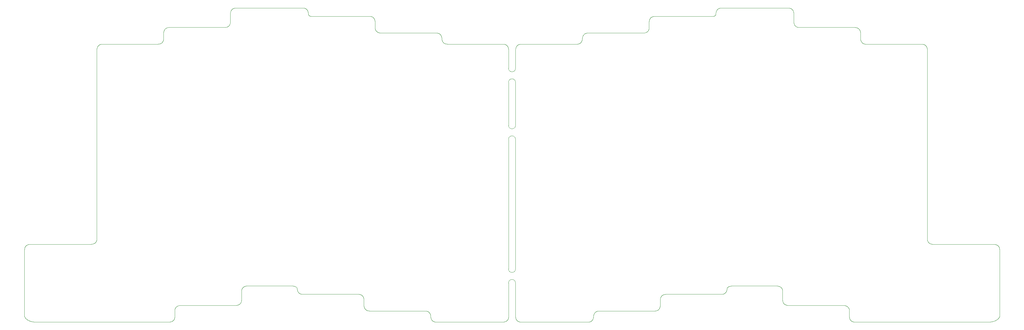
<source format=gbr>
%TF.GenerationSoftware,KiCad,Pcbnew,9.0.7*%
%TF.CreationDate,2026-02-10T15:30:13+05:30*%
%TF.ProjectId,Tao Te Ching,54616f20-5465-4204-9368-696e672e6b69,rev?*%
%TF.SameCoordinates,Original*%
%TF.FileFunction,Profile,NP*%
%FSLAX46Y46*%
G04 Gerber Fmt 4.6, Leading zero omitted, Abs format (unit mm)*
G04 Created by KiCad (PCBNEW 9.0.7) date 2026-02-10 15:30:13*
%MOMM*%
%LPD*%
G01*
G04 APERTURE LIST*
%ADD10C,0.050000*%
%TA.AperFunction,Profile*%
%ADD11C,0.050000*%
%TD*%
%TA.AperFunction,Profile*%
%ADD12C,0.100000*%
%TD*%
G04 APERTURE END LIST*
D10*
X30443750Y-110830000D02*
X30443740Y-110836891D01*
X30443710Y-110843762D01*
X30443660Y-110850613D01*
X30443591Y-110857445D01*
X30443501Y-110864256D01*
X30443392Y-110871048D01*
X30443263Y-110877820D01*
X30443115Y-110884573D01*
X30442947Y-110891306D01*
X30442760Y-110898019D01*
X30442553Y-110904713D01*
X30442326Y-110911388D01*
X30442081Y-110918043D01*
X30441816Y-110924679D01*
X30441532Y-110931296D01*
X30441229Y-110937893D01*
X30440906Y-110944472D01*
X30440565Y-110951031D01*
X30440205Y-110957572D01*
X30439825Y-110964093D01*
X30439427Y-110970596D01*
X30439010Y-110977079D01*
X30438574Y-110983544D01*
X30438119Y-110989990D01*
X30437646Y-110996418D01*
X30437154Y-111002827D01*
X30436643Y-111009218D01*
X30436114Y-111015589D01*
X30435567Y-111021943D01*
X30435000Y-111028278D01*
X30434416Y-111034595D01*
X30433813Y-111040893D01*
X30433192Y-111047174D01*
X30432552Y-111053435D01*
X30431894Y-111059680D01*
X30431219Y-111065905D01*
X30430525Y-111072114D01*
X30429812Y-111078303D01*
X30429082Y-111084476D01*
X30428334Y-111090629D01*
X30427568Y-111096766D01*
X30426784Y-111102884D01*
X30425982Y-111108986D01*
X30425163Y-111115069D01*
X30424325Y-111121135D01*
X30423470Y-111127183D01*
X30422597Y-111133214D01*
X30421706Y-111139227D01*
X30420798Y-111145224D01*
X30419872Y-111151202D01*
X30418929Y-111157164D01*
X30417968Y-111163108D01*
X30416990Y-111169036D01*
X30415995Y-111174945D01*
X30414981Y-111180839D01*
X30413951Y-111186714D01*
X30412903Y-111192574D01*
X30411839Y-111198415D01*
X30410756Y-111204241D01*
X30409657Y-111210049D01*
X30408541Y-111215842D01*
X30407407Y-111221616D01*
X30406256Y-111227375D01*
X30405089Y-111233116D01*
X30403904Y-111238843D01*
X30402702Y-111244550D01*
X30401484Y-111250244D01*
X30400248Y-111255919D01*
X30398996Y-111261580D01*
X30397727Y-111267222D01*
X30396440Y-111272850D01*
X30395138Y-111278460D01*
X30393818Y-111284056D01*
X30392482Y-111289634D01*
X30391128Y-111295198D01*
X30389759Y-111300743D01*
X30388372Y-111306275D01*
X30386970Y-111311789D01*
X30385550Y-111317289D01*
X30384114Y-111322771D01*
X30382662Y-111328240D01*
X30381193Y-111333691D01*
X30379707Y-111339128D01*
X30378206Y-111344547D01*
X30376687Y-111349954D01*
X30375153Y-111355342D01*
X30373601Y-111360717D01*
X30372034Y-111366074D01*
X30370450Y-111371419D01*
X30368851Y-111376746D01*
X30367234Y-111382060D01*
X30365602Y-111387355D01*
X30363953Y-111392639D01*
X30362289Y-111397905D01*
X30358911Y-111408393D01*
X30355469Y-111418822D01*
X30351962Y-111429191D01*
X30348391Y-111439501D01*
X30344756Y-111449752D01*
X30341058Y-111459944D01*
X30337295Y-111470077D01*
X30333469Y-111480153D01*
X30329580Y-111490171D01*
X30325627Y-111500132D01*
X30321611Y-111510035D01*
X30317532Y-111519883D01*
X30313390Y-111529673D01*
X30309185Y-111539408D01*
X30304918Y-111549087D01*
X30300587Y-111558710D01*
X30296194Y-111568279D01*
X30291738Y-111577792D01*
X30287220Y-111587251D01*
X30282639Y-111596656D01*
X30277996Y-111606006D01*
X30273290Y-111615303D01*
X30268523Y-111624547D01*
X30263692Y-111633737D01*
X30258800Y-111642874D01*
X30253845Y-111651959D01*
X30248828Y-111660991D01*
X30243748Y-111669972D01*
X30238607Y-111678900D01*
X30233403Y-111687777D01*
X30228136Y-111696602D01*
X30222808Y-111705376D01*
X30217417Y-111714099D01*
X30211963Y-111722771D01*
X30206448Y-111731392D01*
X30200869Y-111739964D01*
X30195229Y-111748485D01*
X30189525Y-111756956D01*
X30183759Y-111765377D01*
X30177930Y-111773749D01*
X30172039Y-111782071D01*
X30166085Y-111790344D01*
X30160067Y-111798568D01*
X30153987Y-111806743D01*
X30147844Y-111814869D01*
X30141637Y-111822947D01*
X30135367Y-111830976D01*
X30129034Y-111838957D01*
X30122637Y-111846889D01*
X30116176Y-111854774D01*
X30109652Y-111862610D01*
X30103063Y-111870399D01*
X30096411Y-111878139D01*
X30089694Y-111885832D01*
X30082914Y-111893478D01*
X30076068Y-111901075D01*
X30069159Y-111908626D01*
X30062184Y-111916129D01*
X30055145Y-111923584D01*
X30048040Y-111930993D01*
X30040871Y-111938354D01*
X30033636Y-111945668D01*
X30026335Y-111952935D01*
X30018969Y-111960154D01*
X30011537Y-111967327D01*
X30004039Y-111974452D01*
X29996475Y-111981530D01*
X29988844Y-111988561D01*
X29981147Y-111995546D01*
X29973383Y-112002482D01*
X29965553Y-112009372D01*
X29957655Y-112016215D01*
X29949690Y-112023010D01*
X29941658Y-112029758D01*
X29933558Y-112036458D01*
X29925390Y-112043112D01*
X29917155Y-112049717D01*
X29908851Y-112056275D01*
X29900480Y-112062786D01*
X29892039Y-112069248D01*
X29883531Y-112075663D01*
X29874953Y-112082030D01*
X29866307Y-112088349D01*
X29857591Y-112094619D01*
X29848807Y-112100841D01*
X29839953Y-112107014D01*
X29831029Y-112113139D01*
X29822036Y-112119215D01*
X29812973Y-112125242D01*
X29803840Y-112131220D01*
X29794637Y-112137148D01*
X29785364Y-112143027D01*
X29776021Y-112148856D01*
X29766607Y-112154635D01*
X29757123Y-112160364D01*
X29747569Y-112166042D01*
X29737944Y-112171670D01*
X29728248Y-112177247D01*
X29718481Y-112182772D01*
X29708644Y-112188246D01*
X29698736Y-112193668D01*
X29688758Y-112199039D01*
X29678708Y-112204357D01*
X29668588Y-112209622D01*
X29658397Y-112214834D01*
X29648136Y-112219993D01*
X29637804Y-112225099D01*
X29627401Y-112230150D01*
X29616928Y-112235147D01*
X29606385Y-112240090D01*
X29595772Y-112244977D01*
X29585089Y-112249809D01*
X29574337Y-112254586D01*
X29563515Y-112259306D01*
X29552623Y-112263969D01*
X29541664Y-112268576D01*
X29530635Y-112273125D01*
X29519539Y-112277616D01*
X29508375Y-112282049D01*
X29497143Y-112286423D01*
X29485845Y-112290737D01*
X29474481Y-112294992D01*
X29463051Y-112299187D01*
X29451556Y-112303321D01*
X29439997Y-112307393D01*
X29428375Y-112311404D01*
X29416690Y-112315353D01*
X29404943Y-112319238D01*
X29393135Y-112323060D01*
X29381268Y-112326818D01*
X29369342Y-112330512D01*
X29357358Y-112334140D01*
X29345319Y-112337702D01*
X29333224Y-112341198D01*
X29321077Y-112344627D01*
X29308878Y-112347988D01*
X29296629Y-112351280D01*
X29284332Y-112354504D01*
X29271990Y-112357658D01*
X29259604Y-112360741D01*
X29247176Y-112363753D01*
X29234710Y-112366693D01*
X29222208Y-112369560D01*
X29209673Y-112372354D01*
X29197108Y-112375074D01*
X29184517Y-112377719D01*
X29171904Y-112380287D01*
X29159272Y-112382779D01*
X29146627Y-112385194D01*
X29133973Y-112387530D01*
X29121315Y-112389787D01*
X29108659Y-112391964D01*
X29096012Y-112394059D01*
X29083381Y-112396072D01*
X29070773Y-112398003D01*
X29058197Y-112399849D01*
X29045662Y-112401610D01*
X29033180Y-112403286D01*
X29020761Y-112404874D01*
X29008419Y-112406373D01*
X28996170Y-112407784D01*
X28984030Y-112409104D01*
X28972019Y-112410332D01*
X28960160Y-112411467D01*
X28948480Y-112412509D01*
X28937010Y-112413455D01*
X28925789Y-112414304D01*
X28914864Y-112415056D01*
X28904294Y-112415708D01*
X28894155Y-112416260D01*
X28884551Y-112416711D01*
X28875631Y-112417059D01*
X28867627Y-112417305D01*
X28860959Y-112417449D01*
X28856250Y-112417500D01*
X170557500Y-134657500D02*
X170564391Y-134657490D01*
X170571262Y-134657460D01*
X170578113Y-134657410D01*
X170584945Y-134657341D01*
X170591756Y-134657251D01*
X170598548Y-134657142D01*
X170605320Y-134657013D01*
X170612073Y-134656865D01*
X170618806Y-134656697D01*
X170625519Y-134656510D01*
X170632213Y-134656303D01*
X170638888Y-134656076D01*
X170645543Y-134655831D01*
X170652179Y-134655566D01*
X170658796Y-134655282D01*
X170665393Y-134654979D01*
X170671972Y-134654656D01*
X170678531Y-134654315D01*
X170685072Y-134653955D01*
X170691593Y-134653575D01*
X170698096Y-134653177D01*
X170704579Y-134652760D01*
X170711044Y-134652324D01*
X170717490Y-134651869D01*
X170723918Y-134651396D01*
X170730327Y-134650904D01*
X170736718Y-134650393D01*
X170743089Y-134649864D01*
X170749443Y-134649317D01*
X170755778Y-134648750D01*
X170762095Y-134648166D01*
X170768393Y-134647563D01*
X170774674Y-134646942D01*
X170780935Y-134646302D01*
X170787180Y-134645644D01*
X170793405Y-134644969D01*
X170799614Y-134644275D01*
X170805803Y-134643562D01*
X170811976Y-134642832D01*
X170818129Y-134642084D01*
X170824266Y-134641318D01*
X170830384Y-134640534D01*
X170836486Y-134639732D01*
X170842569Y-134638913D01*
X170848635Y-134638075D01*
X170854683Y-134637220D01*
X170860714Y-134636347D01*
X170866727Y-134635456D01*
X170872724Y-134634548D01*
X170878702Y-134633622D01*
X170884664Y-134632679D01*
X170890608Y-134631718D01*
X170896536Y-134630740D01*
X170902445Y-134629745D01*
X170908339Y-134628731D01*
X170914214Y-134627701D01*
X170920074Y-134626653D01*
X170925915Y-134625589D01*
X170931741Y-134624506D01*
X170937549Y-134623407D01*
X170943342Y-134622291D01*
X170949116Y-134621157D01*
X170954875Y-134620006D01*
X170960616Y-134618839D01*
X170966343Y-134617654D01*
X170972050Y-134616452D01*
X170977744Y-134615234D01*
X170983419Y-134613998D01*
X170989080Y-134612746D01*
X170994722Y-134611477D01*
X171000350Y-134610190D01*
X171005960Y-134608888D01*
X171011556Y-134607568D01*
X171017134Y-134606232D01*
X171022698Y-134604878D01*
X171028243Y-134603509D01*
X171033775Y-134602122D01*
X171039289Y-134600720D01*
X171044789Y-134599300D01*
X171050271Y-134597864D01*
X171055740Y-134596412D01*
X171061191Y-134594943D01*
X171066628Y-134593457D01*
X171072047Y-134591956D01*
X171077454Y-134590437D01*
X171082842Y-134588903D01*
X171088217Y-134587351D01*
X171093574Y-134585784D01*
X171098919Y-134584200D01*
X171104246Y-134582601D01*
X171109560Y-134580984D01*
X171114855Y-134579352D01*
X171120139Y-134577703D01*
X171125405Y-134576039D01*
X171135893Y-134572661D01*
X171146322Y-134569219D01*
X171156691Y-134565712D01*
X171167001Y-134562141D01*
X171177252Y-134558506D01*
X171187444Y-134554808D01*
X171197577Y-134551045D01*
X171207653Y-134547219D01*
X171217671Y-134543330D01*
X171227632Y-134539377D01*
X171237535Y-134535361D01*
X171247383Y-134531282D01*
X171257173Y-134527140D01*
X171266908Y-134522935D01*
X171276587Y-134518668D01*
X171286210Y-134514337D01*
X171295779Y-134509944D01*
X171305292Y-134505488D01*
X171314751Y-134500970D01*
X171324156Y-134496389D01*
X171333506Y-134491746D01*
X171342803Y-134487040D01*
X171352047Y-134482273D01*
X171361237Y-134477442D01*
X171370374Y-134472550D01*
X171379459Y-134467595D01*
X171388491Y-134462578D01*
X171397472Y-134457498D01*
X171406400Y-134452357D01*
X171415277Y-134447153D01*
X171424102Y-134441886D01*
X171432876Y-134436558D01*
X171441599Y-134431167D01*
X171450271Y-134425713D01*
X171458892Y-134420198D01*
X171467464Y-134414619D01*
X171475985Y-134408979D01*
X171484456Y-134403275D01*
X171492877Y-134397509D01*
X171501249Y-134391680D01*
X171509571Y-134385789D01*
X171517844Y-134379835D01*
X171526068Y-134373817D01*
X171534243Y-134367737D01*
X171542369Y-134361594D01*
X171550447Y-134355387D01*
X171558476Y-134349117D01*
X171566457Y-134342784D01*
X171574389Y-134336387D01*
X171582274Y-134329926D01*
X171590110Y-134323402D01*
X171597899Y-134316813D01*
X171605639Y-134310161D01*
X171613332Y-134303444D01*
X171620978Y-134296664D01*
X171628575Y-134289818D01*
X171636126Y-134282909D01*
X171643629Y-134275934D01*
X171651084Y-134268895D01*
X171658493Y-134261790D01*
X171665854Y-134254621D01*
X171673168Y-134247386D01*
X171680435Y-134240085D01*
X171687654Y-134232719D01*
X171694827Y-134225287D01*
X171701952Y-134217789D01*
X171709030Y-134210225D01*
X171716061Y-134202594D01*
X171723046Y-134194897D01*
X171729982Y-134187133D01*
X171736872Y-134179303D01*
X171743715Y-134171405D01*
X171750510Y-134163440D01*
X171757258Y-134155408D01*
X171763958Y-134147308D01*
X171770612Y-134139140D01*
X171777217Y-134130905D01*
X171783775Y-134122601D01*
X171790286Y-134114230D01*
X171796748Y-134105789D01*
X171803163Y-134097281D01*
X171809530Y-134088703D01*
X171815849Y-134080057D01*
X171822119Y-134071341D01*
X171828341Y-134062557D01*
X171834514Y-134053703D01*
X171840639Y-134044779D01*
X171846715Y-134035786D01*
X171852742Y-134026723D01*
X171858720Y-134017590D01*
X171864648Y-134008387D01*
X171870527Y-133999114D01*
X171876356Y-133989771D01*
X171882135Y-133980357D01*
X171887864Y-133970873D01*
X171893542Y-133961319D01*
X171899170Y-133951694D01*
X171904747Y-133941998D01*
X171910272Y-133932231D01*
X171915746Y-133922394D01*
X171921168Y-133912486D01*
X171926539Y-133902508D01*
X171931857Y-133892458D01*
X171937122Y-133882338D01*
X171942334Y-133872147D01*
X171947493Y-133861886D01*
X171952599Y-133851554D01*
X171957650Y-133841151D01*
X171962647Y-133830678D01*
X171967590Y-133820135D01*
X171972477Y-133809522D01*
X171977309Y-133798839D01*
X171982086Y-133788087D01*
X171986806Y-133777265D01*
X171991469Y-133766373D01*
X171996076Y-133755414D01*
X172000625Y-133744385D01*
X172005116Y-133733289D01*
X172009549Y-133722125D01*
X172013923Y-133710893D01*
X172018237Y-133699595D01*
X172022492Y-133688231D01*
X172026687Y-133676801D01*
X172030821Y-133665306D01*
X172034893Y-133653747D01*
X172038904Y-133642125D01*
X172042853Y-133630440D01*
X172046738Y-133618693D01*
X172050560Y-133606885D01*
X172054318Y-133595018D01*
X172058012Y-133583092D01*
X172061640Y-133571108D01*
X172065202Y-133559069D01*
X172068698Y-133546974D01*
X172072127Y-133534827D01*
X172075488Y-133522628D01*
X172078780Y-133510379D01*
X172082004Y-133498082D01*
X172085158Y-133485740D01*
X172088241Y-133473354D01*
X172091253Y-133460926D01*
X172094193Y-133448460D01*
X172097060Y-133435958D01*
X172099854Y-133423423D01*
X172102574Y-133410858D01*
X172105219Y-133398267D01*
X172107787Y-133385654D01*
X172110279Y-133373022D01*
X172112694Y-133360377D01*
X172115030Y-133347723D01*
X172117287Y-133335065D01*
X172119464Y-133322409D01*
X172121559Y-133309762D01*
X172123572Y-133297131D01*
X172125503Y-133284523D01*
X172127349Y-133271947D01*
X172129110Y-133259412D01*
X172130786Y-133246930D01*
X172132374Y-133234511D01*
X172133873Y-133222169D01*
X172135284Y-133209920D01*
X172136604Y-133197780D01*
X172137832Y-133185769D01*
X172138967Y-133173910D01*
X172140009Y-133162230D01*
X172140955Y-133150760D01*
X172141804Y-133139539D01*
X172142556Y-133128614D01*
X172143208Y-133118044D01*
X172143760Y-133107905D01*
X172144211Y-133098301D01*
X172144559Y-133089381D01*
X172144805Y-133081377D01*
X172144949Y-133074709D01*
X172145000Y-133070000D01*
X66956250Y-50505000D02*
X66963141Y-50504990D01*
X66970012Y-50504960D01*
X66976863Y-50504910D01*
X66983695Y-50504841D01*
X66990506Y-50504751D01*
X66997298Y-50504642D01*
X67004070Y-50504513D01*
X67010823Y-50504365D01*
X67017556Y-50504197D01*
X67024269Y-50504010D01*
X67030963Y-50503803D01*
X67037638Y-50503576D01*
X67044293Y-50503331D01*
X67050929Y-50503066D01*
X67057546Y-50502782D01*
X67064143Y-50502479D01*
X67070722Y-50502156D01*
X67077281Y-50501815D01*
X67083822Y-50501455D01*
X67090343Y-50501075D01*
X67096846Y-50500677D01*
X67103329Y-50500260D01*
X67109794Y-50499824D01*
X67116240Y-50499369D01*
X67122668Y-50498896D01*
X67129077Y-50498404D01*
X67135468Y-50497893D01*
X67141839Y-50497364D01*
X67148193Y-50496817D01*
X67154528Y-50496250D01*
X67160845Y-50495666D01*
X67167143Y-50495063D01*
X67173424Y-50494442D01*
X67179685Y-50493802D01*
X67185930Y-50493144D01*
X67192155Y-50492469D01*
X67198364Y-50491775D01*
X67204553Y-50491062D01*
X67210726Y-50490332D01*
X67216879Y-50489584D01*
X67223016Y-50488818D01*
X67229134Y-50488034D01*
X67235236Y-50487232D01*
X67241319Y-50486413D01*
X67247385Y-50485575D01*
X67253433Y-50484720D01*
X67259464Y-50483847D01*
X67265477Y-50482956D01*
X67271474Y-50482048D01*
X67277452Y-50481122D01*
X67283414Y-50480179D01*
X67289358Y-50479218D01*
X67295286Y-50478240D01*
X67301195Y-50477245D01*
X67307089Y-50476231D01*
X67312964Y-50475201D01*
X67318824Y-50474153D01*
X67324665Y-50473089D01*
X67330491Y-50472006D01*
X67336299Y-50470907D01*
X67342092Y-50469791D01*
X67347866Y-50468657D01*
X67353625Y-50467506D01*
X67359366Y-50466339D01*
X67365093Y-50465154D01*
X67370800Y-50463952D01*
X67376494Y-50462734D01*
X67382169Y-50461498D01*
X67387830Y-50460246D01*
X67393472Y-50458977D01*
X67399100Y-50457690D01*
X67404710Y-50456388D01*
X67410306Y-50455068D01*
X67415884Y-50453732D01*
X67421448Y-50452378D01*
X67426993Y-50451009D01*
X67432525Y-50449622D01*
X67438039Y-50448220D01*
X67443539Y-50446800D01*
X67449021Y-50445364D01*
X67454490Y-50443912D01*
X67459941Y-50442443D01*
X67465378Y-50440957D01*
X67470797Y-50439456D01*
X67476204Y-50437937D01*
X67481592Y-50436403D01*
X67486967Y-50434851D01*
X67492324Y-50433284D01*
X67497669Y-50431700D01*
X67502996Y-50430101D01*
X67508310Y-50428484D01*
X67513605Y-50426852D01*
X67518889Y-50425203D01*
X67524155Y-50423539D01*
X67534643Y-50420161D01*
X67545072Y-50416719D01*
X67555441Y-50413212D01*
X67565751Y-50409641D01*
X67576002Y-50406006D01*
X67586194Y-50402308D01*
X67596327Y-50398545D01*
X67606403Y-50394719D01*
X67616421Y-50390830D01*
X67626382Y-50386877D01*
X67636285Y-50382861D01*
X67646133Y-50378782D01*
X67655923Y-50374640D01*
X67665658Y-50370435D01*
X67675337Y-50366168D01*
X67684960Y-50361837D01*
X67694529Y-50357444D01*
X67704042Y-50352988D01*
X67713501Y-50348470D01*
X67722906Y-50343889D01*
X67732256Y-50339246D01*
X67741553Y-50334540D01*
X67750797Y-50329773D01*
X67759987Y-50324942D01*
X67769124Y-50320050D01*
X67778209Y-50315095D01*
X67787241Y-50310078D01*
X67796222Y-50304998D01*
X67805150Y-50299857D01*
X67814027Y-50294653D01*
X67822852Y-50289386D01*
X67831626Y-50284058D01*
X67840349Y-50278667D01*
X67849021Y-50273213D01*
X67857642Y-50267698D01*
X67866214Y-50262119D01*
X67874735Y-50256479D01*
X67883206Y-50250775D01*
X67891627Y-50245009D01*
X67899999Y-50239180D01*
X67908321Y-50233289D01*
X67916594Y-50227335D01*
X67924818Y-50221317D01*
X67932993Y-50215237D01*
X67941119Y-50209094D01*
X67949197Y-50202887D01*
X67957226Y-50196617D01*
X67965207Y-50190284D01*
X67973139Y-50183887D01*
X67981024Y-50177426D01*
X67988860Y-50170902D01*
X67996649Y-50164313D01*
X68004389Y-50157661D01*
X68012082Y-50150944D01*
X68019728Y-50144164D01*
X68027325Y-50137318D01*
X68034876Y-50130409D01*
X68042379Y-50123434D01*
X68049834Y-50116395D01*
X68057243Y-50109290D01*
X68064604Y-50102121D01*
X68071918Y-50094886D01*
X68079185Y-50087585D01*
X68086404Y-50080219D01*
X68093577Y-50072787D01*
X68100702Y-50065289D01*
X68107780Y-50057725D01*
X68114811Y-50050094D01*
X68121796Y-50042397D01*
X68128732Y-50034633D01*
X68135622Y-50026803D01*
X68142465Y-50018905D01*
X68149260Y-50010940D01*
X68156008Y-50002908D01*
X68162708Y-49994808D01*
X68169362Y-49986640D01*
X68175967Y-49978405D01*
X68182525Y-49970101D01*
X68189036Y-49961730D01*
X68195498Y-49953289D01*
X68201913Y-49944781D01*
X68208280Y-49936203D01*
X68214599Y-49927557D01*
X68220869Y-49918841D01*
X68227091Y-49910057D01*
X68233264Y-49901203D01*
X68239389Y-49892279D01*
X68245465Y-49883286D01*
X68251492Y-49874223D01*
X68257470Y-49865090D01*
X68263398Y-49855887D01*
X68269277Y-49846614D01*
X68275106Y-49837271D01*
X68280885Y-49827857D01*
X68286614Y-49818373D01*
X68292292Y-49808819D01*
X68297920Y-49799194D01*
X68303497Y-49789498D01*
X68309022Y-49779731D01*
X68314496Y-49769894D01*
X68319918Y-49759986D01*
X68325289Y-49750008D01*
X68330607Y-49739958D01*
X68335872Y-49729838D01*
X68341084Y-49719647D01*
X68346243Y-49709386D01*
X68351349Y-49699054D01*
X68356400Y-49688651D01*
X68361397Y-49678178D01*
X68366340Y-49667635D01*
X68371227Y-49657022D01*
X68376059Y-49646339D01*
X68380836Y-49635587D01*
X68385556Y-49624765D01*
X68390219Y-49613873D01*
X68394826Y-49602914D01*
X68399375Y-49591885D01*
X68403866Y-49580789D01*
X68408299Y-49569625D01*
X68412673Y-49558393D01*
X68416987Y-49547095D01*
X68421242Y-49535731D01*
X68425437Y-49524301D01*
X68429571Y-49512806D01*
X68433643Y-49501247D01*
X68437654Y-49489625D01*
X68441603Y-49477940D01*
X68445488Y-49466193D01*
X68449310Y-49454385D01*
X68453068Y-49442518D01*
X68456762Y-49430592D01*
X68460390Y-49418608D01*
X68463952Y-49406569D01*
X68467448Y-49394474D01*
X68470877Y-49382327D01*
X68474238Y-49370128D01*
X68477530Y-49357879D01*
X68480754Y-49345582D01*
X68483908Y-49333240D01*
X68486991Y-49320854D01*
X68490003Y-49308426D01*
X68492943Y-49295960D01*
X68495810Y-49283458D01*
X68498604Y-49270923D01*
X68501324Y-49258358D01*
X68503969Y-49245767D01*
X68506537Y-49233154D01*
X68509029Y-49220522D01*
X68511444Y-49207877D01*
X68513780Y-49195223D01*
X68516037Y-49182565D01*
X68518214Y-49169909D01*
X68520309Y-49157262D01*
X68522322Y-49144631D01*
X68524253Y-49132023D01*
X68526099Y-49119447D01*
X68527860Y-49106912D01*
X68529536Y-49094430D01*
X68531124Y-49082011D01*
X68532623Y-49069669D01*
X68534034Y-49057420D01*
X68535354Y-49045280D01*
X68536582Y-49033269D01*
X68537717Y-49021410D01*
X68538759Y-49009730D01*
X68539705Y-48998260D01*
X68540554Y-48987039D01*
X68541306Y-48976114D01*
X68541958Y-48965544D01*
X68542510Y-48955405D01*
X68542961Y-48945801D01*
X68543309Y-48936881D01*
X68543555Y-48928877D01*
X68543699Y-48922209D01*
X68543750Y-48917500D01*
D11*
X109818750Y-49711250D02*
X109818750Y-50505000D01*
D10*
X52668750Y-133055000D02*
X52668740Y-133061891D01*
X52668710Y-133068762D01*
X52668660Y-133075613D01*
X52668591Y-133082445D01*
X52668501Y-133089256D01*
X52668392Y-133096048D01*
X52668263Y-133102820D01*
X52668115Y-133109573D01*
X52667947Y-133116306D01*
X52667760Y-133123019D01*
X52667553Y-133129713D01*
X52667326Y-133136388D01*
X52667081Y-133143043D01*
X52666816Y-133149679D01*
X52666532Y-133156296D01*
X52666229Y-133162893D01*
X52665906Y-133169472D01*
X52665565Y-133176031D01*
X52665205Y-133182572D01*
X52664825Y-133189093D01*
X52664427Y-133195596D01*
X52664010Y-133202079D01*
X52663574Y-133208544D01*
X52663119Y-133214990D01*
X52662646Y-133221418D01*
X52662154Y-133227827D01*
X52661643Y-133234218D01*
X52661114Y-133240589D01*
X52660567Y-133246943D01*
X52660000Y-133253278D01*
X52659416Y-133259595D01*
X52658813Y-133265893D01*
X52658192Y-133272174D01*
X52657552Y-133278435D01*
X52656894Y-133284680D01*
X52656219Y-133290905D01*
X52655525Y-133297114D01*
X52654812Y-133303303D01*
X52654082Y-133309476D01*
X52653334Y-133315629D01*
X52652568Y-133321766D01*
X52651784Y-133327884D01*
X52650982Y-133333986D01*
X52650163Y-133340069D01*
X52649325Y-133346135D01*
X52648470Y-133352183D01*
X52647597Y-133358214D01*
X52646706Y-133364227D01*
X52645798Y-133370224D01*
X52644872Y-133376202D01*
X52643929Y-133382164D01*
X52642968Y-133388108D01*
X52641990Y-133394036D01*
X52640995Y-133399945D01*
X52639981Y-133405839D01*
X52638951Y-133411714D01*
X52637903Y-133417574D01*
X52636839Y-133423415D01*
X52635756Y-133429241D01*
X52634657Y-133435049D01*
X52633541Y-133440842D01*
X52632407Y-133446616D01*
X52631256Y-133452375D01*
X52630089Y-133458116D01*
X52628904Y-133463843D01*
X52627702Y-133469550D01*
X52626484Y-133475244D01*
X52625248Y-133480919D01*
X52623996Y-133486580D01*
X52622727Y-133492222D01*
X52621440Y-133497850D01*
X52620138Y-133503460D01*
X52618818Y-133509056D01*
X52617482Y-133514634D01*
X52616128Y-133520198D01*
X52614759Y-133525743D01*
X52613372Y-133531275D01*
X52611970Y-133536789D01*
X52610550Y-133542289D01*
X52609114Y-133547771D01*
X52607662Y-133553240D01*
X52606193Y-133558691D01*
X52604707Y-133564128D01*
X52603206Y-133569547D01*
X52601687Y-133574954D01*
X52600153Y-133580342D01*
X52598601Y-133585717D01*
X52597034Y-133591074D01*
X52595450Y-133596419D01*
X52593851Y-133601746D01*
X52592234Y-133607060D01*
X52590602Y-133612355D01*
X52588953Y-133617639D01*
X52587289Y-133622905D01*
X52583911Y-133633393D01*
X52580469Y-133643822D01*
X52576962Y-133654191D01*
X52573391Y-133664501D01*
X52569756Y-133674752D01*
X52566058Y-133684944D01*
X52562295Y-133695077D01*
X52558469Y-133705153D01*
X52554580Y-133715171D01*
X52550627Y-133725132D01*
X52546611Y-133735035D01*
X52542532Y-133744883D01*
X52538390Y-133754673D01*
X52534185Y-133764408D01*
X52529918Y-133774087D01*
X52525587Y-133783710D01*
X52521194Y-133793279D01*
X52516738Y-133802792D01*
X52512220Y-133812251D01*
X52507639Y-133821656D01*
X52502996Y-133831006D01*
X52498290Y-133840303D01*
X52493523Y-133849547D01*
X52488692Y-133858737D01*
X52483800Y-133867874D01*
X52478845Y-133876959D01*
X52473828Y-133885991D01*
X52468748Y-133894972D01*
X52463607Y-133903900D01*
X52458403Y-133912777D01*
X52453136Y-133921602D01*
X52447808Y-133930376D01*
X52442417Y-133939099D01*
X52436963Y-133947771D01*
X52431448Y-133956392D01*
X52425869Y-133964964D01*
X52420229Y-133973485D01*
X52414525Y-133981956D01*
X52408759Y-133990377D01*
X52402930Y-133998749D01*
X52397039Y-134007071D01*
X52391085Y-134015344D01*
X52385067Y-134023568D01*
X52378987Y-134031743D01*
X52372844Y-134039869D01*
X52366637Y-134047947D01*
X52360367Y-134055976D01*
X52354034Y-134063957D01*
X52347637Y-134071889D01*
X52341176Y-134079774D01*
X52334652Y-134087610D01*
X52328063Y-134095399D01*
X52321411Y-134103139D01*
X52314694Y-134110832D01*
X52307914Y-134118478D01*
X52301068Y-134126075D01*
X52294159Y-134133626D01*
X52287184Y-134141129D01*
X52280145Y-134148584D01*
X52273040Y-134155993D01*
X52265871Y-134163354D01*
X52258636Y-134170668D01*
X52251335Y-134177935D01*
X52243969Y-134185154D01*
X52236537Y-134192327D01*
X52229039Y-134199452D01*
X52221475Y-134206530D01*
X52213844Y-134213561D01*
X52206147Y-134220546D01*
X52198383Y-134227482D01*
X52190553Y-134234372D01*
X52182655Y-134241215D01*
X52174690Y-134248010D01*
X52166658Y-134254758D01*
X52158558Y-134261458D01*
X52150390Y-134268112D01*
X52142155Y-134274717D01*
X52133851Y-134281275D01*
X52125480Y-134287786D01*
X52117039Y-134294248D01*
X52108531Y-134300663D01*
X52099953Y-134307030D01*
X52091307Y-134313349D01*
X52082591Y-134319619D01*
X52073807Y-134325841D01*
X52064953Y-134332014D01*
X52056029Y-134338139D01*
X52047036Y-134344215D01*
X52037973Y-134350242D01*
X52028840Y-134356220D01*
X52019637Y-134362148D01*
X52010364Y-134368027D01*
X52001021Y-134373856D01*
X51991607Y-134379635D01*
X51982123Y-134385364D01*
X51972569Y-134391042D01*
X51962944Y-134396670D01*
X51953248Y-134402247D01*
X51943481Y-134407772D01*
X51933644Y-134413246D01*
X51923736Y-134418668D01*
X51913758Y-134424039D01*
X51903708Y-134429357D01*
X51893588Y-134434622D01*
X51883397Y-134439834D01*
X51873136Y-134444993D01*
X51862804Y-134450099D01*
X51852401Y-134455150D01*
X51841928Y-134460147D01*
X51831385Y-134465090D01*
X51820772Y-134469977D01*
X51810089Y-134474809D01*
X51799337Y-134479586D01*
X51788515Y-134484306D01*
X51777623Y-134488969D01*
X51766664Y-134493576D01*
X51755635Y-134498125D01*
X51744539Y-134502616D01*
X51733375Y-134507049D01*
X51722143Y-134511423D01*
X51710845Y-134515737D01*
X51699481Y-134519992D01*
X51688051Y-134524187D01*
X51676556Y-134528321D01*
X51664997Y-134532393D01*
X51653375Y-134536404D01*
X51641690Y-134540353D01*
X51629943Y-134544238D01*
X51618135Y-134548060D01*
X51606268Y-134551818D01*
X51594342Y-134555512D01*
X51582358Y-134559140D01*
X51570319Y-134562702D01*
X51558224Y-134566198D01*
X51546077Y-134569627D01*
X51533878Y-134572988D01*
X51521629Y-134576280D01*
X51509332Y-134579504D01*
X51496990Y-134582658D01*
X51484604Y-134585741D01*
X51472176Y-134588753D01*
X51459710Y-134591693D01*
X51447208Y-134594560D01*
X51434673Y-134597354D01*
X51422108Y-134600074D01*
X51409517Y-134602719D01*
X51396904Y-134605287D01*
X51384272Y-134607779D01*
X51371627Y-134610194D01*
X51358973Y-134612530D01*
X51346315Y-134614787D01*
X51333659Y-134616964D01*
X51321012Y-134619059D01*
X51308381Y-134621072D01*
X51295773Y-134623003D01*
X51283197Y-134624849D01*
X51270662Y-134626610D01*
X51258180Y-134628286D01*
X51245761Y-134629874D01*
X51233419Y-134631373D01*
X51221170Y-134632784D01*
X51209030Y-134634104D01*
X51197019Y-134635332D01*
X51185160Y-134636467D01*
X51173480Y-134637509D01*
X51162010Y-134638455D01*
X51150789Y-134639304D01*
X51139864Y-134640056D01*
X51129294Y-134640708D01*
X51119155Y-134641260D01*
X51109551Y-134641711D01*
X51100631Y-134642059D01*
X51092627Y-134642305D01*
X51085959Y-134642449D01*
X51081250Y-134642500D01*
D11*
X52668750Y-131467500D02*
X52668750Y-133055000D01*
X265295000Y-134657500D02*
X284663750Y-134657500D01*
X146331250Y-55267500D02*
X130456250Y-55267500D01*
X106643750Y-128292500D02*
X106643750Y-129880000D01*
X105056250Y-126705000D02*
X89181250Y-126705000D01*
D10*
X206276250Y-47345000D02*
X206281120Y-47344990D01*
X206285970Y-47344960D01*
X206290800Y-47344910D01*
X206295610Y-47344841D01*
X206300400Y-47344752D01*
X206305171Y-47344643D01*
X206309923Y-47344515D01*
X206314654Y-47344367D01*
X206319367Y-47344200D01*
X206324060Y-47344013D01*
X206328734Y-47343808D01*
X206333388Y-47343583D01*
X206338024Y-47343339D01*
X206342641Y-47343077D01*
X206347239Y-47342795D01*
X206351817Y-47342494D01*
X206356378Y-47342175D01*
X206360919Y-47341837D01*
X206365442Y-47341481D01*
X206369946Y-47341105D01*
X206374433Y-47340712D01*
X206378900Y-47340300D01*
X206383350Y-47339869D01*
X206387780Y-47339421D01*
X206392194Y-47338954D01*
X206396588Y-47338469D01*
X206400966Y-47337965D01*
X206405324Y-47337444D01*
X206409666Y-47336905D01*
X206413989Y-47336348D01*
X206418295Y-47335773D01*
X206422583Y-47335180D01*
X206426854Y-47334570D01*
X206431107Y-47333942D01*
X206435343Y-47333296D01*
X206439561Y-47332633D01*
X206443763Y-47331952D01*
X206447947Y-47331254D01*
X206452115Y-47330538D01*
X206456264Y-47329806D01*
X206460398Y-47329055D01*
X206464514Y-47328288D01*
X206468614Y-47327503D01*
X206472696Y-47326702D01*
X206476764Y-47325883D01*
X206480812Y-47325048D01*
X206484847Y-47324195D01*
X206488862Y-47323325D01*
X206492864Y-47322439D01*
X206496847Y-47321535D01*
X206500816Y-47320615D01*
X206504767Y-47319679D01*
X206508703Y-47318725D01*
X206512622Y-47317755D01*
X206516527Y-47316768D01*
X206520414Y-47315765D01*
X206524287Y-47314745D01*
X206528142Y-47313709D01*
X206531984Y-47312656D01*
X206535808Y-47311587D01*
X206539619Y-47310501D01*
X206543412Y-47309399D01*
X206547192Y-47308281D01*
X206550954Y-47307147D01*
X206554703Y-47305996D01*
X206558435Y-47304829D01*
X206565855Y-47302447D01*
X206573215Y-47300001D01*
X206580516Y-47297490D01*
X206587758Y-47294915D01*
X206594941Y-47292277D01*
X206602066Y-47289575D01*
X206609133Y-47286810D01*
X206616144Y-47283981D01*
X206623097Y-47281090D01*
X206629994Y-47278136D01*
X206636836Y-47275119D01*
X206643621Y-47272039D01*
X206650352Y-47268896D01*
X206657029Y-47265692D01*
X206663651Y-47262425D01*
X206670219Y-47259095D01*
X206676734Y-47255703D01*
X206683196Y-47252250D01*
X206689605Y-47248733D01*
X206695962Y-47245155D01*
X206702267Y-47241515D01*
X206708521Y-47237812D01*
X206714723Y-47234047D01*
X206720874Y-47230220D01*
X206726975Y-47226331D01*
X206733025Y-47222379D01*
X206739024Y-47218365D01*
X206744975Y-47214288D01*
X206750875Y-47210149D01*
X206756726Y-47205946D01*
X206762528Y-47201682D01*
X206768281Y-47197354D01*
X206773986Y-47192963D01*
X206779642Y-47188509D01*
X206785250Y-47183992D01*
X206790809Y-47179411D01*
X206796321Y-47174766D01*
X206801785Y-47170057D01*
X206807201Y-47165285D01*
X206812570Y-47160448D01*
X206817891Y-47155547D01*
X206823165Y-47150581D01*
X206828391Y-47145550D01*
X206833570Y-47140454D01*
X206838702Y-47135293D01*
X206843787Y-47130066D01*
X206848825Y-47124774D01*
X206853816Y-47119415D01*
X206858759Y-47113991D01*
X206863656Y-47108500D01*
X206868505Y-47102942D01*
X206873307Y-47097317D01*
X206878062Y-47091625D01*
X206882769Y-47085865D01*
X206887429Y-47080038D01*
X206892041Y-47074143D01*
X206896606Y-47068180D01*
X206901122Y-47062149D01*
X206905591Y-47056049D01*
X206910011Y-47049880D01*
X206914383Y-47043642D01*
X206918706Y-47037335D01*
X206922981Y-47030958D01*
X206927206Y-47024512D01*
X206931382Y-47017996D01*
X206935508Y-47011411D01*
X206939584Y-47004755D01*
X206943610Y-46998029D01*
X206947585Y-46991233D01*
X206951510Y-46984367D01*
X206955383Y-46977430D01*
X206959204Y-46970423D01*
X206962973Y-46963345D01*
X206966690Y-46956197D01*
X206970354Y-46948979D01*
X206973964Y-46941690D01*
X206977520Y-46934332D01*
X206981022Y-46926904D01*
X206984469Y-46919406D01*
X206987861Y-46911839D01*
X206991197Y-46904202D01*
X206994475Y-46896497D01*
X206997697Y-46888724D01*
X207000861Y-46880884D01*
X207003967Y-46872976D01*
X207007013Y-46865002D01*
X207010000Y-46856963D01*
X207012926Y-46848859D01*
X207015791Y-46840691D01*
X207018594Y-46832461D01*
X207021335Y-46824170D01*
X207024012Y-46815818D01*
X207026624Y-46807409D01*
X207029172Y-46798943D01*
X207031653Y-46790422D01*
X207034068Y-46781848D01*
X207036415Y-46773225D01*
X207038693Y-46764554D01*
X207040901Y-46755838D01*
X207043039Y-46747080D01*
X207045104Y-46738285D01*
X207047098Y-46729456D01*
X207049017Y-46720598D01*
X207050861Y-46711715D01*
X207052629Y-46702814D01*
X207054320Y-46693900D01*
X207055933Y-46684981D01*
X207057466Y-46676064D01*
X207058917Y-46667160D01*
X207060286Y-46658277D01*
X207061572Y-46649429D01*
X207062772Y-46640630D01*
X207063886Y-46631894D01*
X207064912Y-46623243D01*
X207065848Y-46614698D01*
X207066693Y-46606287D01*
X207067446Y-46598045D01*
X207068104Y-46590013D01*
X207068666Y-46582249D01*
X207069130Y-46574827D01*
X207069495Y-46567853D01*
X207069760Y-46561491D01*
X207069925Y-46556025D01*
X207069995Y-46552091D01*
X207070000Y-46551250D01*
X86006250Y-124323750D02*
X86015990Y-124323760D01*
X86025689Y-124323790D01*
X86035349Y-124323840D01*
X86044969Y-124323909D01*
X86054550Y-124323998D01*
X86064091Y-124324107D01*
X86073593Y-124324235D01*
X86083055Y-124324383D01*
X86092478Y-124324550D01*
X86101862Y-124324736D01*
X86111207Y-124324942D01*
X86120513Y-124325167D01*
X86129781Y-124325410D01*
X86139009Y-124325673D01*
X86148200Y-124325954D01*
X86157351Y-124326254D01*
X86166464Y-124326573D01*
X86175539Y-124326911D01*
X86184576Y-124327267D01*
X86193574Y-124327642D01*
X86202535Y-124328035D01*
X86211458Y-124328446D01*
X86220343Y-124328876D01*
X86229190Y-124329323D01*
X86238000Y-124329789D01*
X86246772Y-124330273D01*
X86255507Y-124330775D01*
X86264204Y-124331294D01*
X86272865Y-124331831D01*
X86281487Y-124332386D01*
X86290074Y-124332959D01*
X86298623Y-124333549D01*
X86307136Y-124334157D01*
X86315611Y-124334782D01*
X86324051Y-124335424D01*
X86332454Y-124336084D01*
X86340820Y-124336761D01*
X86349150Y-124337454D01*
X86357444Y-124338165D01*
X86365702Y-124338893D01*
X86373924Y-124339638D01*
X86382110Y-124340399D01*
X86390260Y-124341177D01*
X86398374Y-124341972D01*
X86406453Y-124342783D01*
X86414496Y-124343611D01*
X86422505Y-124344455D01*
X86430477Y-124345316D01*
X86438415Y-124346193D01*
X86446316Y-124347085D01*
X86454184Y-124347995D01*
X86462016Y-124348920D01*
X86469814Y-124349861D01*
X86477576Y-124350818D01*
X86485305Y-124351791D01*
X86492998Y-124352780D01*
X86500658Y-124353784D01*
X86508282Y-124354804D01*
X86515874Y-124355840D01*
X86523430Y-124356891D01*
X86530953Y-124357957D01*
X86538440Y-124359039D01*
X86545896Y-124360136D01*
X86553316Y-124361248D01*
X86560704Y-124362375D01*
X86568057Y-124363518D01*
X86575378Y-124364675D01*
X86582664Y-124365847D01*
X86589918Y-124367035D01*
X86597138Y-124368237D01*
X86604326Y-124369453D01*
X86611479Y-124370685D01*
X86618601Y-124371931D01*
X86625689Y-124373191D01*
X86632746Y-124374466D01*
X86639768Y-124375755D01*
X86646759Y-124377059D01*
X86653717Y-124378376D01*
X86660644Y-124379708D01*
X86667536Y-124381054D01*
X86674399Y-124382415D01*
X86681227Y-124383788D01*
X86688026Y-124385177D01*
X86694790Y-124386578D01*
X86701525Y-124387994D01*
X86708226Y-124389423D01*
X86714898Y-124390867D01*
X86721536Y-124392323D01*
X86728144Y-124393793D01*
X86734719Y-124395277D01*
X86741266Y-124396774D01*
X86747778Y-124398284D01*
X86754262Y-124399808D01*
X86760713Y-124401345D01*
X86767135Y-124402895D01*
X86773524Y-124404458D01*
X86779885Y-124406034D01*
X86786213Y-124407623D01*
X86792513Y-124409225D01*
X86798780Y-124410840D01*
X86805019Y-124412468D01*
X86811225Y-124414108D01*
X86817404Y-124415761D01*
X86823550Y-124417426D01*
X86829668Y-124419105D01*
X86835754Y-124420795D01*
X86841813Y-124422498D01*
X86847840Y-124424213D01*
X86853840Y-124425942D01*
X86859807Y-124427681D01*
X86865748Y-124429434D01*
X86871657Y-124431198D01*
X86877539Y-124432974D01*
X86883389Y-124434762D01*
X86889213Y-124436563D01*
X86895005Y-124438375D01*
X86900772Y-124440199D01*
X86906506Y-124442035D01*
X86912214Y-124443883D01*
X86917891Y-124445742D01*
X86923543Y-124447613D01*
X86929163Y-124449495D01*
X86934757Y-124451390D01*
X86940320Y-124453295D01*
X86945858Y-124455212D01*
X86951365Y-124457140D01*
X86956847Y-124459080D01*
X86962297Y-124461030D01*
X86967723Y-124462993D01*
X86973118Y-124464965D01*
X86978489Y-124466950D01*
X86983828Y-124468945D01*
X86989144Y-124470952D01*
X86994428Y-124472968D01*
X86999689Y-124474997D01*
X87004918Y-124477035D01*
X87010124Y-124479086D01*
X87015299Y-124481145D01*
X87020451Y-124483217D01*
X87025572Y-124485298D01*
X87030670Y-124487391D01*
X87035738Y-124489493D01*
X87040782Y-124491607D01*
X87045796Y-124493730D01*
X87050787Y-124495865D01*
X87055748Y-124498009D01*
X87060686Y-124500164D01*
X87065594Y-124502329D01*
X87070480Y-124504505D01*
X87075335Y-124506689D01*
X87080169Y-124508885D01*
X87084972Y-124511090D01*
X87089753Y-124513306D01*
X87094505Y-124515531D01*
X87099234Y-124517767D01*
X87103934Y-124520012D01*
X87108612Y-124522268D01*
X87113261Y-124524532D01*
X87117888Y-124526807D01*
X87122486Y-124529090D01*
X87127062Y-124531385D01*
X87131609Y-124533688D01*
X87136135Y-124536002D01*
X87140631Y-124538324D01*
X87145107Y-124540657D01*
X87149553Y-124542997D01*
X87153979Y-124545349D01*
X87158376Y-124547709D01*
X87162752Y-124550079D01*
X87167099Y-124552457D01*
X87171426Y-124554846D01*
X87175724Y-124557242D01*
X87184250Y-124562064D01*
X87192679Y-124566922D01*
X87201012Y-124571817D01*
X87209247Y-124576746D01*
X87217387Y-124581711D01*
X87225432Y-124586711D01*
X87233382Y-124591746D01*
X87241237Y-124596815D01*
X87248999Y-124601919D01*
X87256667Y-124607056D01*
X87264243Y-124612226D01*
X87271726Y-124617430D01*
X87279117Y-124622667D01*
X87286417Y-124627936D01*
X87293626Y-124633238D01*
X87300744Y-124638572D01*
X87307773Y-124643938D01*
X87314711Y-124649335D01*
X87321561Y-124654764D01*
X87328321Y-124660224D01*
X87334993Y-124665714D01*
X87341578Y-124671235D01*
X87348074Y-124676786D01*
X87354483Y-124682367D01*
X87360805Y-124687978D01*
X87367041Y-124693618D01*
X87373191Y-124699287D01*
X87379254Y-124704985D01*
X87385232Y-124710712D01*
X87391125Y-124716467D01*
X87396933Y-124722249D01*
X87402656Y-124728060D01*
X87408294Y-124733898D01*
X87413848Y-124739763D01*
X87419319Y-124745656D01*
X87424706Y-124751574D01*
X87430009Y-124757519D01*
X87435229Y-124763490D01*
X87440366Y-124769486D01*
X87445420Y-124775507D01*
X87450391Y-124781554D01*
X87455280Y-124787624D01*
X87460086Y-124793719D01*
X87464810Y-124799838D01*
X87469452Y-124805980D01*
X87474012Y-124812145D01*
X87478489Y-124818332D01*
X87482885Y-124824541D01*
X87487199Y-124830771D01*
X87491430Y-124837023D01*
X87495580Y-124843295D01*
X87499648Y-124849586D01*
X87503635Y-124855897D01*
X87507539Y-124862226D01*
X87511361Y-124868573D01*
X87515101Y-124874937D01*
X87518759Y-124881318D01*
X87522334Y-124887714D01*
X87525828Y-124894124D01*
X87529238Y-124900548D01*
X87532566Y-124906985D01*
X87535811Y-124913433D01*
X87538972Y-124919892D01*
X87542051Y-124926360D01*
X87545045Y-124932836D01*
X87547956Y-124939317D01*
X87550782Y-124945804D01*
X87553524Y-124952294D01*
X87556181Y-124958785D01*
X87558752Y-124965276D01*
X87561238Y-124971763D01*
X87563637Y-124978245D01*
X87565950Y-124984720D01*
X87568176Y-124991183D01*
X87570314Y-124997633D01*
X87572364Y-125004066D01*
X87574325Y-125010478D01*
X87576196Y-125016865D01*
X87577978Y-125023223D01*
X87579669Y-125029545D01*
X87581269Y-125035827D01*
X87582776Y-125042062D01*
X87584190Y-125048242D01*
X87585511Y-125054359D01*
X87586737Y-125060402D01*
X87587868Y-125066362D01*
X87588902Y-125072223D01*
X87589838Y-125077971D01*
X87590677Y-125083585D01*
X87591416Y-125089042D01*
X87592054Y-125094311D01*
X87592591Y-125099353D01*
X87593026Y-125104113D01*
X87593358Y-125108512D01*
X87593586Y-125112424D01*
X87593714Y-125115613D01*
X87593750Y-125117500D01*
D11*
X147920000Y-66200000D02*
X147917815Y-78490000D01*
D10*
X173732500Y-131482500D02*
X173725609Y-131482510D01*
X173718738Y-131482540D01*
X173711887Y-131482590D01*
X173705055Y-131482659D01*
X173698244Y-131482749D01*
X173691452Y-131482858D01*
X173684680Y-131482987D01*
X173677927Y-131483135D01*
X173671194Y-131483303D01*
X173664481Y-131483490D01*
X173657787Y-131483697D01*
X173651112Y-131483924D01*
X173644457Y-131484169D01*
X173637821Y-131484434D01*
X173631204Y-131484718D01*
X173624607Y-131485021D01*
X173618028Y-131485344D01*
X173611469Y-131485685D01*
X173604928Y-131486045D01*
X173598407Y-131486425D01*
X173591904Y-131486823D01*
X173585421Y-131487240D01*
X173578956Y-131487676D01*
X173572510Y-131488131D01*
X173566082Y-131488604D01*
X173559673Y-131489096D01*
X173553282Y-131489607D01*
X173546911Y-131490136D01*
X173540557Y-131490683D01*
X173534222Y-131491250D01*
X173527905Y-131491834D01*
X173521607Y-131492437D01*
X173515326Y-131493058D01*
X173509065Y-131493698D01*
X173502820Y-131494356D01*
X173496595Y-131495031D01*
X173490386Y-131495725D01*
X173484197Y-131496438D01*
X173478024Y-131497168D01*
X173471871Y-131497916D01*
X173465734Y-131498682D01*
X173459616Y-131499466D01*
X173453514Y-131500268D01*
X173447431Y-131501087D01*
X173441365Y-131501925D01*
X173435317Y-131502780D01*
X173429286Y-131503653D01*
X173423273Y-131504544D01*
X173417276Y-131505452D01*
X173411298Y-131506378D01*
X173405336Y-131507321D01*
X173399392Y-131508282D01*
X173393464Y-131509260D01*
X173387555Y-131510255D01*
X173381661Y-131511269D01*
X173375786Y-131512299D01*
X173369926Y-131513347D01*
X173364085Y-131514411D01*
X173358259Y-131515494D01*
X173352451Y-131516593D01*
X173346658Y-131517709D01*
X173340884Y-131518843D01*
X173335125Y-131519994D01*
X173329384Y-131521161D01*
X173323657Y-131522346D01*
X173317950Y-131523548D01*
X173312256Y-131524766D01*
X173306581Y-131526002D01*
X173300920Y-131527254D01*
X173295278Y-131528523D01*
X173289650Y-131529810D01*
X173284040Y-131531112D01*
X173278444Y-131532432D01*
X173272866Y-131533768D01*
X173267302Y-131535122D01*
X173261757Y-131536491D01*
X173256225Y-131537878D01*
X173250711Y-131539280D01*
X173245211Y-131540700D01*
X173239729Y-131542136D01*
X173234260Y-131543588D01*
X173228809Y-131545057D01*
X173223372Y-131546543D01*
X173217953Y-131548044D01*
X173212546Y-131549563D01*
X173207158Y-131551097D01*
X173201783Y-131552649D01*
X173196426Y-131554216D01*
X173191081Y-131555800D01*
X173185754Y-131557399D01*
X173180440Y-131559016D01*
X173175145Y-131560648D01*
X173169861Y-131562297D01*
X173164595Y-131563961D01*
X173154107Y-131567339D01*
X173143678Y-131570781D01*
X173133309Y-131574288D01*
X173122999Y-131577859D01*
X173112748Y-131581494D01*
X173102556Y-131585192D01*
X173092423Y-131588955D01*
X173082347Y-131592781D01*
X173072329Y-131596670D01*
X173062368Y-131600623D01*
X173052465Y-131604639D01*
X173042617Y-131608718D01*
X173032827Y-131612860D01*
X173023092Y-131617065D01*
X173013413Y-131621332D01*
X173003790Y-131625663D01*
X172994221Y-131630056D01*
X172984708Y-131634512D01*
X172975249Y-131639030D01*
X172965844Y-131643611D01*
X172956494Y-131648254D01*
X172947197Y-131652960D01*
X172937953Y-131657727D01*
X172928763Y-131662558D01*
X172919626Y-131667450D01*
X172910541Y-131672405D01*
X172901509Y-131677422D01*
X172892528Y-131682502D01*
X172883600Y-131687643D01*
X172874723Y-131692847D01*
X172865898Y-131698114D01*
X172857124Y-131703442D01*
X172848401Y-131708833D01*
X172839729Y-131714287D01*
X172831108Y-131719802D01*
X172822536Y-131725381D01*
X172814015Y-131731021D01*
X172805544Y-131736725D01*
X172797123Y-131742491D01*
X172788751Y-131748320D01*
X172780429Y-131754211D01*
X172772156Y-131760165D01*
X172763932Y-131766183D01*
X172755757Y-131772263D01*
X172747631Y-131778406D01*
X172739553Y-131784613D01*
X172731524Y-131790883D01*
X172723543Y-131797216D01*
X172715611Y-131803613D01*
X172707726Y-131810074D01*
X172699890Y-131816598D01*
X172692101Y-131823187D01*
X172684361Y-131829839D01*
X172676668Y-131836556D01*
X172669022Y-131843336D01*
X172661425Y-131850182D01*
X172653874Y-131857091D01*
X172646371Y-131864066D01*
X172638916Y-131871105D01*
X172631507Y-131878210D01*
X172624146Y-131885379D01*
X172616832Y-131892614D01*
X172609565Y-131899915D01*
X172602346Y-131907281D01*
X172595173Y-131914713D01*
X172588048Y-131922211D01*
X172580970Y-131929775D01*
X172573939Y-131937406D01*
X172566954Y-131945103D01*
X172560018Y-131952867D01*
X172553128Y-131960697D01*
X172546285Y-131968595D01*
X172539490Y-131976560D01*
X172532742Y-131984592D01*
X172526042Y-131992692D01*
X172519388Y-132000860D01*
X172512783Y-132009095D01*
X172506225Y-132017399D01*
X172499714Y-132025770D01*
X172493252Y-132034211D01*
X172486837Y-132042719D01*
X172480470Y-132051297D01*
X172474151Y-132059943D01*
X172467881Y-132068659D01*
X172461659Y-132077443D01*
X172455486Y-132086297D01*
X172449361Y-132095221D01*
X172443285Y-132104214D01*
X172437258Y-132113277D01*
X172431280Y-132122410D01*
X172425352Y-132131613D01*
X172419473Y-132140886D01*
X172413644Y-132150229D01*
X172407865Y-132159643D01*
X172402136Y-132169127D01*
X172396458Y-132178681D01*
X172390830Y-132188306D01*
X172385253Y-132198002D01*
X172379728Y-132207769D01*
X172374254Y-132217606D01*
X172368832Y-132227514D01*
X172363461Y-132237492D01*
X172358143Y-132247542D01*
X172352878Y-132257662D01*
X172347666Y-132267853D01*
X172342507Y-132278114D01*
X172337401Y-132288446D01*
X172332350Y-132298849D01*
X172327353Y-132309322D01*
X172322410Y-132319865D01*
X172317523Y-132330478D01*
X172312691Y-132341161D01*
X172307914Y-132351913D01*
X172303194Y-132362735D01*
X172298531Y-132373627D01*
X172293924Y-132384586D01*
X172289375Y-132395615D01*
X172284884Y-132406711D01*
X172280451Y-132417875D01*
X172276077Y-132429107D01*
X172271763Y-132440405D01*
X172267508Y-132451769D01*
X172263313Y-132463199D01*
X172259179Y-132474694D01*
X172255107Y-132486253D01*
X172251096Y-132497875D01*
X172247147Y-132509560D01*
X172243262Y-132521307D01*
X172239440Y-132533115D01*
X172235682Y-132544982D01*
X172231988Y-132556908D01*
X172228360Y-132568892D01*
X172224798Y-132580931D01*
X172221302Y-132593026D01*
X172217873Y-132605173D01*
X172214512Y-132617372D01*
X172211220Y-132629621D01*
X172207996Y-132641918D01*
X172204842Y-132654260D01*
X172201759Y-132666646D01*
X172198747Y-132679074D01*
X172195807Y-132691540D01*
X172192940Y-132704042D01*
X172190146Y-132716577D01*
X172187426Y-132729142D01*
X172184781Y-132741733D01*
X172182213Y-132754346D01*
X172179721Y-132766978D01*
X172177306Y-132779623D01*
X172174970Y-132792277D01*
X172172713Y-132804935D01*
X172170536Y-132817591D01*
X172168441Y-132830238D01*
X172166428Y-132842869D01*
X172164497Y-132855477D01*
X172162651Y-132868053D01*
X172160890Y-132880588D01*
X172159214Y-132893070D01*
X172157626Y-132905489D01*
X172156127Y-132917831D01*
X172154716Y-132930080D01*
X172153396Y-132942220D01*
X172152168Y-132954231D01*
X172151033Y-132966090D01*
X172149991Y-132977770D01*
X172149045Y-132989240D01*
X172148196Y-133000461D01*
X172147444Y-133011386D01*
X172146792Y-133021956D01*
X172146240Y-133032095D01*
X172145789Y-133041699D01*
X172145441Y-133050619D01*
X172145195Y-133058623D01*
X172145051Y-133065291D01*
X172145000Y-133070000D01*
X267395000Y-110845000D02*
X267395010Y-110851891D01*
X267395040Y-110858762D01*
X267395090Y-110865613D01*
X267395159Y-110872445D01*
X267395249Y-110879256D01*
X267395358Y-110886048D01*
X267395487Y-110892820D01*
X267395635Y-110899573D01*
X267395803Y-110906306D01*
X267395990Y-110913019D01*
X267396197Y-110919713D01*
X267396424Y-110926388D01*
X267396669Y-110933043D01*
X267396934Y-110939679D01*
X267397218Y-110946296D01*
X267397521Y-110952893D01*
X267397844Y-110959472D01*
X267398185Y-110966031D01*
X267398545Y-110972572D01*
X267398925Y-110979093D01*
X267399323Y-110985596D01*
X267399740Y-110992079D01*
X267400176Y-110998544D01*
X267400631Y-111004990D01*
X267401104Y-111011418D01*
X267401596Y-111017827D01*
X267402107Y-111024218D01*
X267402636Y-111030589D01*
X267403183Y-111036943D01*
X267403750Y-111043278D01*
X267404334Y-111049595D01*
X267404937Y-111055893D01*
X267405558Y-111062174D01*
X267406198Y-111068435D01*
X267406856Y-111074680D01*
X267407531Y-111080905D01*
X267408225Y-111087114D01*
X267408938Y-111093303D01*
X267409668Y-111099476D01*
X267410416Y-111105629D01*
X267411182Y-111111766D01*
X267411966Y-111117884D01*
X267412768Y-111123986D01*
X267413587Y-111130069D01*
X267414425Y-111136135D01*
X267415280Y-111142183D01*
X267416153Y-111148214D01*
X267417044Y-111154227D01*
X267417952Y-111160224D01*
X267418878Y-111166202D01*
X267419821Y-111172164D01*
X267420782Y-111178108D01*
X267421760Y-111184036D01*
X267422755Y-111189945D01*
X267423769Y-111195839D01*
X267424799Y-111201714D01*
X267425847Y-111207574D01*
X267426911Y-111213415D01*
X267427994Y-111219241D01*
X267429093Y-111225049D01*
X267430209Y-111230842D01*
X267431343Y-111236616D01*
X267432494Y-111242375D01*
X267433661Y-111248116D01*
X267434846Y-111253843D01*
X267436048Y-111259550D01*
X267437266Y-111265244D01*
X267438502Y-111270919D01*
X267439754Y-111276580D01*
X267441023Y-111282222D01*
X267442310Y-111287850D01*
X267443612Y-111293460D01*
X267444932Y-111299056D01*
X267446268Y-111304634D01*
X267447622Y-111310198D01*
X267448991Y-111315743D01*
X267450378Y-111321275D01*
X267451780Y-111326789D01*
X267453200Y-111332289D01*
X267454636Y-111337771D01*
X267456088Y-111343240D01*
X267457557Y-111348691D01*
X267459043Y-111354128D01*
X267460544Y-111359547D01*
X267462063Y-111364954D01*
X267463597Y-111370342D01*
X267465149Y-111375717D01*
X267466716Y-111381074D01*
X267468300Y-111386419D01*
X267469899Y-111391746D01*
X267471516Y-111397060D01*
X267473148Y-111402355D01*
X267474797Y-111407639D01*
X267476461Y-111412905D01*
X267479839Y-111423393D01*
X267483281Y-111433822D01*
X267486788Y-111444191D01*
X267490359Y-111454501D01*
X267493994Y-111464752D01*
X267497692Y-111474944D01*
X267501455Y-111485077D01*
X267505281Y-111495153D01*
X267509170Y-111505171D01*
X267513123Y-111515132D01*
X267517139Y-111525035D01*
X267521218Y-111534883D01*
X267525360Y-111544673D01*
X267529565Y-111554408D01*
X267533832Y-111564087D01*
X267538163Y-111573710D01*
X267542556Y-111583279D01*
X267547012Y-111592792D01*
X267551530Y-111602251D01*
X267556111Y-111611656D01*
X267560754Y-111621006D01*
X267565460Y-111630303D01*
X267570227Y-111639547D01*
X267575058Y-111648737D01*
X267579950Y-111657874D01*
X267584905Y-111666959D01*
X267589922Y-111675991D01*
X267595002Y-111684972D01*
X267600143Y-111693900D01*
X267605347Y-111702777D01*
X267610614Y-111711602D01*
X267615942Y-111720376D01*
X267621333Y-111729099D01*
X267626787Y-111737771D01*
X267632302Y-111746392D01*
X267637881Y-111754964D01*
X267643521Y-111763485D01*
X267649225Y-111771956D01*
X267654991Y-111780377D01*
X267660820Y-111788749D01*
X267666711Y-111797071D01*
X267672665Y-111805344D01*
X267678683Y-111813568D01*
X267684763Y-111821743D01*
X267690906Y-111829869D01*
X267697113Y-111837947D01*
X267703383Y-111845976D01*
X267709716Y-111853957D01*
X267716113Y-111861889D01*
X267722574Y-111869774D01*
X267729098Y-111877610D01*
X267735687Y-111885399D01*
X267742339Y-111893139D01*
X267749056Y-111900832D01*
X267755836Y-111908478D01*
X267762682Y-111916075D01*
X267769591Y-111923626D01*
X267776566Y-111931129D01*
X267783605Y-111938584D01*
X267790710Y-111945993D01*
X267797879Y-111953354D01*
X267805114Y-111960668D01*
X267812415Y-111967935D01*
X267819781Y-111975154D01*
X267827213Y-111982327D01*
X267834711Y-111989452D01*
X267842275Y-111996530D01*
X267849906Y-112003561D01*
X267857603Y-112010546D01*
X267865367Y-112017482D01*
X267873197Y-112024372D01*
X267881095Y-112031215D01*
X267889060Y-112038010D01*
X267897092Y-112044758D01*
X267905192Y-112051458D01*
X267913360Y-112058112D01*
X267921595Y-112064717D01*
X267929899Y-112071275D01*
X267938270Y-112077786D01*
X267946711Y-112084248D01*
X267955219Y-112090663D01*
X267963797Y-112097030D01*
X267972443Y-112103349D01*
X267981159Y-112109619D01*
X267989943Y-112115841D01*
X267998797Y-112122014D01*
X268007721Y-112128139D01*
X268016714Y-112134215D01*
X268025777Y-112140242D01*
X268034910Y-112146220D01*
X268044113Y-112152148D01*
X268053386Y-112158027D01*
X268062729Y-112163856D01*
X268072143Y-112169635D01*
X268081627Y-112175364D01*
X268091181Y-112181042D01*
X268100806Y-112186670D01*
X268110502Y-112192247D01*
X268120269Y-112197772D01*
X268130106Y-112203246D01*
X268140014Y-112208668D01*
X268149992Y-112214039D01*
X268160042Y-112219357D01*
X268170162Y-112224622D01*
X268180353Y-112229834D01*
X268190614Y-112234993D01*
X268200946Y-112240099D01*
X268211349Y-112245150D01*
X268221822Y-112250147D01*
X268232365Y-112255090D01*
X268242978Y-112259977D01*
X268253661Y-112264809D01*
X268264413Y-112269586D01*
X268275235Y-112274306D01*
X268286127Y-112278969D01*
X268297086Y-112283576D01*
X268308115Y-112288125D01*
X268319211Y-112292616D01*
X268330375Y-112297049D01*
X268341607Y-112301423D01*
X268352905Y-112305737D01*
X268364269Y-112309992D01*
X268375699Y-112314187D01*
X268387194Y-112318321D01*
X268398753Y-112322393D01*
X268410375Y-112326404D01*
X268422060Y-112330353D01*
X268433807Y-112334238D01*
X268445615Y-112338060D01*
X268457482Y-112341818D01*
X268469408Y-112345512D01*
X268481392Y-112349140D01*
X268493431Y-112352702D01*
X268505526Y-112356198D01*
X268517673Y-112359627D01*
X268529872Y-112362988D01*
X268542121Y-112366280D01*
X268554418Y-112369504D01*
X268566760Y-112372658D01*
X268579146Y-112375741D01*
X268591574Y-112378753D01*
X268604040Y-112381693D01*
X268616542Y-112384560D01*
X268629077Y-112387354D01*
X268641642Y-112390074D01*
X268654233Y-112392719D01*
X268666846Y-112395287D01*
X268679478Y-112397779D01*
X268692123Y-112400194D01*
X268704777Y-112402530D01*
X268717435Y-112404787D01*
X268730091Y-112406964D01*
X268742738Y-112409059D01*
X268755369Y-112411072D01*
X268767977Y-112413003D01*
X268780553Y-112414849D01*
X268793088Y-112416610D01*
X268805570Y-112418286D01*
X268817989Y-112419874D01*
X268830331Y-112421373D01*
X268842580Y-112422784D01*
X268854720Y-112424104D01*
X268866731Y-112425332D01*
X268878590Y-112426467D01*
X268890270Y-112427509D01*
X268901740Y-112428455D01*
X268912961Y-112429304D01*
X268923886Y-112430056D01*
X268934456Y-112430708D01*
X268944595Y-112431260D01*
X268954199Y-112431711D01*
X268963119Y-112432059D01*
X268971123Y-112432305D01*
X268977791Y-112432449D01*
X268982500Y-112432500D01*
D11*
X149920000Y-62200000D02*
X149920000Y-56870000D01*
X211832500Y-124338750D02*
X224532500Y-124338750D01*
X189607500Y-47345000D02*
X206276250Y-47345000D01*
X229295000Y-46551250D02*
X229295000Y-48932500D01*
X9806250Y-133055000D02*
X9806250Y-114005000D01*
X151507500Y-134657500D02*
X170557500Y-134657500D01*
D10*
X70131250Y-44948750D02*
X70124359Y-44948760D01*
X70117488Y-44948790D01*
X70110637Y-44948840D01*
X70103805Y-44948909D01*
X70096994Y-44948999D01*
X70090202Y-44949108D01*
X70083430Y-44949237D01*
X70076677Y-44949385D01*
X70069944Y-44949553D01*
X70063231Y-44949740D01*
X70056537Y-44949947D01*
X70049862Y-44950174D01*
X70043207Y-44950419D01*
X70036571Y-44950684D01*
X70029954Y-44950968D01*
X70023357Y-44951271D01*
X70016778Y-44951594D01*
X70010219Y-44951935D01*
X70003678Y-44952295D01*
X69997157Y-44952675D01*
X69990654Y-44953073D01*
X69984171Y-44953490D01*
X69977706Y-44953926D01*
X69971260Y-44954381D01*
X69964832Y-44954854D01*
X69958423Y-44955346D01*
X69952032Y-44955857D01*
X69945661Y-44956386D01*
X69939307Y-44956933D01*
X69932972Y-44957500D01*
X69926655Y-44958084D01*
X69920357Y-44958687D01*
X69914076Y-44959308D01*
X69907815Y-44959948D01*
X69901570Y-44960606D01*
X69895345Y-44961281D01*
X69889136Y-44961975D01*
X69882947Y-44962688D01*
X69876774Y-44963418D01*
X69870621Y-44964166D01*
X69864484Y-44964932D01*
X69858366Y-44965716D01*
X69852264Y-44966518D01*
X69846181Y-44967337D01*
X69840115Y-44968175D01*
X69834067Y-44969030D01*
X69828036Y-44969903D01*
X69822023Y-44970794D01*
X69816026Y-44971702D01*
X69810048Y-44972628D01*
X69804086Y-44973571D01*
X69798142Y-44974532D01*
X69792214Y-44975510D01*
X69786305Y-44976505D01*
X69780411Y-44977519D01*
X69774536Y-44978549D01*
X69768676Y-44979597D01*
X69762835Y-44980661D01*
X69757009Y-44981744D01*
X69751201Y-44982843D01*
X69745408Y-44983959D01*
X69739634Y-44985093D01*
X69733875Y-44986244D01*
X69728134Y-44987411D01*
X69722407Y-44988596D01*
X69716700Y-44989798D01*
X69711006Y-44991016D01*
X69705331Y-44992252D01*
X69699670Y-44993504D01*
X69694028Y-44994773D01*
X69688400Y-44996060D01*
X69682790Y-44997362D01*
X69677194Y-44998682D01*
X69671616Y-45000018D01*
X69666052Y-45001372D01*
X69660507Y-45002741D01*
X69654975Y-45004128D01*
X69649461Y-45005530D01*
X69643961Y-45006950D01*
X69638479Y-45008386D01*
X69633010Y-45009838D01*
X69627559Y-45011307D01*
X69622122Y-45012793D01*
X69616703Y-45014294D01*
X69611296Y-45015813D01*
X69605908Y-45017347D01*
X69600533Y-45018899D01*
X69595176Y-45020466D01*
X69589831Y-45022050D01*
X69584504Y-45023649D01*
X69579190Y-45025266D01*
X69573895Y-45026898D01*
X69568611Y-45028547D01*
X69563345Y-45030211D01*
X69552857Y-45033589D01*
X69542428Y-45037031D01*
X69532059Y-45040538D01*
X69521749Y-45044109D01*
X69511498Y-45047744D01*
X69501306Y-45051442D01*
X69491173Y-45055205D01*
X69481097Y-45059031D01*
X69471079Y-45062920D01*
X69461118Y-45066873D01*
X69451215Y-45070889D01*
X69441367Y-45074968D01*
X69431577Y-45079110D01*
X69421842Y-45083315D01*
X69412163Y-45087582D01*
X69402540Y-45091913D01*
X69392971Y-45096306D01*
X69383458Y-45100762D01*
X69373999Y-45105280D01*
X69364594Y-45109861D01*
X69355244Y-45114504D01*
X69345947Y-45119210D01*
X69336703Y-45123977D01*
X69327513Y-45128808D01*
X69318376Y-45133700D01*
X69309291Y-45138655D01*
X69300259Y-45143672D01*
X69291278Y-45148752D01*
X69282350Y-45153893D01*
X69273473Y-45159097D01*
X69264648Y-45164364D01*
X69255874Y-45169692D01*
X69247151Y-45175083D01*
X69238479Y-45180537D01*
X69229858Y-45186052D01*
X69221286Y-45191631D01*
X69212765Y-45197271D01*
X69204294Y-45202975D01*
X69195873Y-45208741D01*
X69187501Y-45214570D01*
X69179179Y-45220461D01*
X69170906Y-45226415D01*
X69162682Y-45232433D01*
X69154507Y-45238513D01*
X69146381Y-45244656D01*
X69138303Y-45250863D01*
X69130274Y-45257133D01*
X69122293Y-45263466D01*
X69114361Y-45269863D01*
X69106476Y-45276324D01*
X69098640Y-45282848D01*
X69090851Y-45289437D01*
X69083111Y-45296089D01*
X69075418Y-45302806D01*
X69067772Y-45309586D01*
X69060175Y-45316432D01*
X69052624Y-45323341D01*
X69045121Y-45330316D01*
X69037666Y-45337355D01*
X69030257Y-45344460D01*
X69022896Y-45351629D01*
X69015582Y-45358864D01*
X69008315Y-45366165D01*
X69001096Y-45373531D01*
X68993923Y-45380963D01*
X68986798Y-45388461D01*
X68979720Y-45396025D01*
X68972689Y-45403656D01*
X68965704Y-45411353D01*
X68958768Y-45419117D01*
X68951878Y-45426947D01*
X68945035Y-45434845D01*
X68938240Y-45442810D01*
X68931492Y-45450842D01*
X68924792Y-45458942D01*
X68918138Y-45467110D01*
X68911533Y-45475345D01*
X68904975Y-45483649D01*
X68898464Y-45492020D01*
X68892002Y-45500461D01*
X68885587Y-45508969D01*
X68879220Y-45517547D01*
X68872901Y-45526193D01*
X68866631Y-45534909D01*
X68860409Y-45543693D01*
X68854236Y-45552547D01*
X68848111Y-45561471D01*
X68842035Y-45570464D01*
X68836008Y-45579527D01*
X68830030Y-45588660D01*
X68824102Y-45597863D01*
X68818223Y-45607136D01*
X68812394Y-45616479D01*
X68806615Y-45625893D01*
X68800886Y-45635377D01*
X68795208Y-45644931D01*
X68789580Y-45654556D01*
X68784003Y-45664252D01*
X68778478Y-45674019D01*
X68773004Y-45683856D01*
X68767582Y-45693764D01*
X68762211Y-45703742D01*
X68756893Y-45713792D01*
X68751628Y-45723912D01*
X68746416Y-45734103D01*
X68741257Y-45744364D01*
X68736151Y-45754696D01*
X68731100Y-45765099D01*
X68726103Y-45775572D01*
X68721160Y-45786115D01*
X68716273Y-45796728D01*
X68711441Y-45807411D01*
X68706664Y-45818163D01*
X68701944Y-45828985D01*
X68697281Y-45839877D01*
X68692674Y-45850836D01*
X68688125Y-45861865D01*
X68683634Y-45872961D01*
X68679201Y-45884125D01*
X68674827Y-45895357D01*
X68670513Y-45906655D01*
X68666258Y-45918019D01*
X68662063Y-45929449D01*
X68657929Y-45940944D01*
X68653857Y-45952503D01*
X68649846Y-45964125D01*
X68645897Y-45975810D01*
X68642012Y-45987557D01*
X68638190Y-45999365D01*
X68634432Y-46011232D01*
X68630738Y-46023158D01*
X68627110Y-46035142D01*
X68623548Y-46047181D01*
X68620052Y-46059276D01*
X68616623Y-46071423D01*
X68613262Y-46083622D01*
X68609970Y-46095871D01*
X68606746Y-46108168D01*
X68603592Y-46120510D01*
X68600509Y-46132896D01*
X68597497Y-46145324D01*
X68594557Y-46157790D01*
X68591690Y-46170292D01*
X68588896Y-46182827D01*
X68586176Y-46195392D01*
X68583531Y-46207983D01*
X68580963Y-46220596D01*
X68578471Y-46233228D01*
X68576056Y-46245873D01*
X68573720Y-46258527D01*
X68571463Y-46271185D01*
X68569286Y-46283841D01*
X68567191Y-46296488D01*
X68565178Y-46309119D01*
X68563247Y-46321727D01*
X68561401Y-46334303D01*
X68559640Y-46346838D01*
X68557964Y-46359320D01*
X68556376Y-46371739D01*
X68554877Y-46384081D01*
X68553466Y-46396330D01*
X68552146Y-46408470D01*
X68550918Y-46420481D01*
X68549783Y-46432340D01*
X68548741Y-46444020D01*
X68547795Y-46455490D01*
X68546946Y-46466711D01*
X68546194Y-46477636D01*
X68545542Y-46488206D01*
X68544990Y-46498345D01*
X68544539Y-46507949D01*
X68544191Y-46516869D01*
X68543945Y-46524873D01*
X68543801Y-46531541D01*
X68543750Y-46536250D01*
X192782500Y-126720000D02*
X192775609Y-126720010D01*
X192768738Y-126720040D01*
X192761887Y-126720090D01*
X192755055Y-126720159D01*
X192748244Y-126720249D01*
X192741452Y-126720358D01*
X192734680Y-126720487D01*
X192727927Y-126720635D01*
X192721194Y-126720803D01*
X192714481Y-126720990D01*
X192707787Y-126721197D01*
X192701112Y-126721424D01*
X192694457Y-126721669D01*
X192687821Y-126721934D01*
X192681204Y-126722218D01*
X192674607Y-126722521D01*
X192668028Y-126722844D01*
X192661469Y-126723185D01*
X192654928Y-126723545D01*
X192648407Y-126723925D01*
X192641904Y-126724323D01*
X192635421Y-126724740D01*
X192628956Y-126725176D01*
X192622510Y-126725631D01*
X192616082Y-126726104D01*
X192609673Y-126726596D01*
X192603282Y-126727107D01*
X192596911Y-126727636D01*
X192590557Y-126728183D01*
X192584222Y-126728750D01*
X192577905Y-126729334D01*
X192571607Y-126729937D01*
X192565326Y-126730558D01*
X192559065Y-126731198D01*
X192552820Y-126731856D01*
X192546595Y-126732531D01*
X192540386Y-126733225D01*
X192534197Y-126733938D01*
X192528024Y-126734668D01*
X192521871Y-126735416D01*
X192515734Y-126736182D01*
X192509616Y-126736966D01*
X192503514Y-126737768D01*
X192497431Y-126738587D01*
X192491365Y-126739425D01*
X192485317Y-126740280D01*
X192479286Y-126741153D01*
X192473273Y-126742044D01*
X192467276Y-126742952D01*
X192461298Y-126743878D01*
X192455336Y-126744821D01*
X192449392Y-126745782D01*
X192443464Y-126746760D01*
X192437555Y-126747755D01*
X192431661Y-126748769D01*
X192425786Y-126749799D01*
X192419926Y-126750847D01*
X192414085Y-126751911D01*
X192408259Y-126752994D01*
X192402451Y-126754093D01*
X192396658Y-126755209D01*
X192390884Y-126756343D01*
X192385125Y-126757494D01*
X192379384Y-126758661D01*
X192373657Y-126759846D01*
X192367950Y-126761048D01*
X192362256Y-126762266D01*
X192356581Y-126763502D01*
X192350920Y-126764754D01*
X192345278Y-126766023D01*
X192339650Y-126767310D01*
X192334040Y-126768612D01*
X192328444Y-126769932D01*
X192322866Y-126771268D01*
X192317302Y-126772622D01*
X192311757Y-126773991D01*
X192306225Y-126775378D01*
X192300711Y-126776780D01*
X192295211Y-126778200D01*
X192289729Y-126779636D01*
X192284260Y-126781088D01*
X192278809Y-126782557D01*
X192273372Y-126784043D01*
X192267953Y-126785544D01*
X192262546Y-126787063D01*
X192257158Y-126788597D01*
X192251783Y-126790149D01*
X192246426Y-126791716D01*
X192241081Y-126793300D01*
X192235754Y-126794899D01*
X192230440Y-126796516D01*
X192225145Y-126798148D01*
X192219861Y-126799797D01*
X192214595Y-126801461D01*
X192204107Y-126804839D01*
X192193678Y-126808281D01*
X192183309Y-126811788D01*
X192172999Y-126815359D01*
X192162748Y-126818994D01*
X192152556Y-126822692D01*
X192142423Y-126826455D01*
X192132347Y-126830281D01*
X192122329Y-126834170D01*
X192112368Y-126838123D01*
X192102465Y-126842139D01*
X192092617Y-126846218D01*
X192082827Y-126850360D01*
X192073092Y-126854565D01*
X192063413Y-126858832D01*
X192053790Y-126863163D01*
X192044221Y-126867556D01*
X192034708Y-126872012D01*
X192025249Y-126876530D01*
X192015844Y-126881111D01*
X192006494Y-126885754D01*
X191997197Y-126890460D01*
X191987953Y-126895227D01*
X191978763Y-126900058D01*
X191969626Y-126904950D01*
X191960541Y-126909905D01*
X191951509Y-126914922D01*
X191942528Y-126920002D01*
X191933600Y-126925143D01*
X191924723Y-126930347D01*
X191915898Y-126935614D01*
X191907124Y-126940942D01*
X191898401Y-126946333D01*
X191889729Y-126951787D01*
X191881108Y-126957302D01*
X191872536Y-126962881D01*
X191864015Y-126968521D01*
X191855544Y-126974225D01*
X191847123Y-126979991D01*
X191838751Y-126985820D01*
X191830429Y-126991711D01*
X191822156Y-126997665D01*
X191813932Y-127003683D01*
X191805757Y-127009763D01*
X191797631Y-127015906D01*
X191789553Y-127022113D01*
X191781524Y-127028383D01*
X191773543Y-127034716D01*
X191765611Y-127041113D01*
X191757726Y-127047574D01*
X191749890Y-127054098D01*
X191742101Y-127060687D01*
X191734361Y-127067339D01*
X191726668Y-127074056D01*
X191719022Y-127080836D01*
X191711425Y-127087682D01*
X191703874Y-127094591D01*
X191696371Y-127101566D01*
X191688916Y-127108605D01*
X191681507Y-127115710D01*
X191674146Y-127122879D01*
X191666832Y-127130114D01*
X191659565Y-127137415D01*
X191652346Y-127144781D01*
X191645173Y-127152213D01*
X191638048Y-127159711D01*
X191630970Y-127167275D01*
X191623939Y-127174906D01*
X191616954Y-127182603D01*
X191610018Y-127190367D01*
X191603128Y-127198197D01*
X191596285Y-127206095D01*
X191589490Y-127214060D01*
X191582742Y-127222092D01*
X191576042Y-127230192D01*
X191569388Y-127238360D01*
X191562783Y-127246595D01*
X191556225Y-127254899D01*
X191549714Y-127263270D01*
X191543252Y-127271711D01*
X191536837Y-127280219D01*
X191530470Y-127288797D01*
X191524151Y-127297443D01*
X191517881Y-127306159D01*
X191511659Y-127314943D01*
X191505486Y-127323797D01*
X191499361Y-127332721D01*
X191493285Y-127341714D01*
X191487258Y-127350777D01*
X191481280Y-127359910D01*
X191475352Y-127369113D01*
X191469473Y-127378386D01*
X191463644Y-127387729D01*
X191457865Y-127397143D01*
X191452136Y-127406627D01*
X191446458Y-127416181D01*
X191440830Y-127425806D01*
X191435253Y-127435502D01*
X191429728Y-127445269D01*
X191424254Y-127455106D01*
X191418832Y-127465014D01*
X191413461Y-127474992D01*
X191408143Y-127485042D01*
X191402878Y-127495162D01*
X191397666Y-127505353D01*
X191392507Y-127515614D01*
X191387401Y-127525946D01*
X191382350Y-127536349D01*
X191377353Y-127546822D01*
X191372410Y-127557365D01*
X191367523Y-127567978D01*
X191362691Y-127578661D01*
X191357914Y-127589413D01*
X191353194Y-127600235D01*
X191348531Y-127611127D01*
X191343924Y-127622086D01*
X191339375Y-127633115D01*
X191334884Y-127644211D01*
X191330451Y-127655375D01*
X191326077Y-127666607D01*
X191321763Y-127677905D01*
X191317508Y-127689269D01*
X191313313Y-127700699D01*
X191309179Y-127712194D01*
X191305107Y-127723753D01*
X191301096Y-127735375D01*
X191297147Y-127747060D01*
X191293262Y-127758807D01*
X191289440Y-127770615D01*
X191285682Y-127782482D01*
X191281988Y-127794408D01*
X191278360Y-127806392D01*
X191274798Y-127818431D01*
X191271302Y-127830526D01*
X191267873Y-127842673D01*
X191264512Y-127854872D01*
X191261220Y-127867121D01*
X191257996Y-127879418D01*
X191254842Y-127891760D01*
X191251759Y-127904146D01*
X191248747Y-127916574D01*
X191245807Y-127929040D01*
X191242940Y-127941542D01*
X191240146Y-127954077D01*
X191237426Y-127966642D01*
X191234781Y-127979233D01*
X191232213Y-127991846D01*
X191229721Y-128004478D01*
X191227306Y-128017123D01*
X191224970Y-128029777D01*
X191222713Y-128042435D01*
X191220536Y-128055091D01*
X191218441Y-128067738D01*
X191216428Y-128080369D01*
X191214497Y-128092977D01*
X191212651Y-128105553D01*
X191210890Y-128118088D01*
X191209214Y-128130570D01*
X191207626Y-128142989D01*
X191206127Y-128155331D01*
X191204716Y-128167580D01*
X191203396Y-128179720D01*
X191202168Y-128191731D01*
X191201033Y-128203590D01*
X191199991Y-128215270D01*
X191199045Y-128226740D01*
X191198196Y-128237961D01*
X191197444Y-128248886D01*
X191196792Y-128259456D01*
X191196240Y-128269595D01*
X191195789Y-128279199D01*
X191195441Y-128288119D01*
X191195195Y-128296123D01*
X191195051Y-128302791D01*
X191195000Y-128307500D01*
D11*
X32543750Y-134642500D02*
X13175000Y-134642500D01*
X51081250Y-134642500D02*
X32543750Y-134642500D01*
D10*
X130456250Y-55267500D02*
X130449359Y-55267490D01*
X130442488Y-55267460D01*
X130435637Y-55267410D01*
X130428805Y-55267341D01*
X130421994Y-55267251D01*
X130415202Y-55267142D01*
X130408430Y-55267013D01*
X130401677Y-55266865D01*
X130394944Y-55266697D01*
X130388231Y-55266510D01*
X130381537Y-55266303D01*
X130374862Y-55266076D01*
X130368207Y-55265831D01*
X130361571Y-55265566D01*
X130354954Y-55265282D01*
X130348357Y-55264979D01*
X130341778Y-55264656D01*
X130335219Y-55264315D01*
X130328678Y-55263955D01*
X130322157Y-55263575D01*
X130315654Y-55263177D01*
X130309171Y-55262760D01*
X130302706Y-55262324D01*
X130296260Y-55261869D01*
X130289832Y-55261396D01*
X130283423Y-55260904D01*
X130277032Y-55260393D01*
X130270661Y-55259864D01*
X130264307Y-55259317D01*
X130257972Y-55258750D01*
X130251655Y-55258166D01*
X130245357Y-55257563D01*
X130239076Y-55256942D01*
X130232815Y-55256302D01*
X130226570Y-55255644D01*
X130220345Y-55254969D01*
X130214136Y-55254275D01*
X130207947Y-55253562D01*
X130201774Y-55252832D01*
X130195621Y-55252084D01*
X130189484Y-55251318D01*
X130183366Y-55250534D01*
X130177264Y-55249732D01*
X130171181Y-55248913D01*
X130165115Y-55248075D01*
X130159067Y-55247220D01*
X130153036Y-55246347D01*
X130147023Y-55245456D01*
X130141026Y-55244548D01*
X130135048Y-55243622D01*
X130129086Y-55242679D01*
X130123142Y-55241718D01*
X130117214Y-55240740D01*
X130111305Y-55239745D01*
X130105411Y-55238731D01*
X130099536Y-55237701D01*
X130093676Y-55236653D01*
X130087835Y-55235589D01*
X130082009Y-55234506D01*
X130076201Y-55233407D01*
X130070408Y-55232291D01*
X130064634Y-55231157D01*
X130058875Y-55230006D01*
X130053134Y-55228839D01*
X130047407Y-55227654D01*
X130041700Y-55226452D01*
X130036006Y-55225234D01*
X130030331Y-55223998D01*
X130024670Y-55222746D01*
X130019028Y-55221477D01*
X130013400Y-55220190D01*
X130007790Y-55218888D01*
X130002194Y-55217568D01*
X129996616Y-55216232D01*
X129991052Y-55214878D01*
X129985507Y-55213509D01*
X129979975Y-55212122D01*
X129974461Y-55210720D01*
X129968961Y-55209300D01*
X129963479Y-55207864D01*
X129958010Y-55206412D01*
X129952559Y-55204943D01*
X129947122Y-55203457D01*
X129941703Y-55201956D01*
X129936296Y-55200437D01*
X129930908Y-55198903D01*
X129925533Y-55197351D01*
X129920176Y-55195784D01*
X129914831Y-55194200D01*
X129909504Y-55192601D01*
X129904190Y-55190984D01*
X129898895Y-55189352D01*
X129893611Y-55187703D01*
X129888345Y-55186039D01*
X129877857Y-55182661D01*
X129867428Y-55179219D01*
X129857059Y-55175712D01*
X129846749Y-55172141D01*
X129836498Y-55168506D01*
X129826306Y-55164808D01*
X129816173Y-55161045D01*
X129806097Y-55157219D01*
X129796079Y-55153330D01*
X129786118Y-55149377D01*
X129776215Y-55145361D01*
X129766367Y-55141282D01*
X129756577Y-55137140D01*
X129746842Y-55132935D01*
X129737163Y-55128668D01*
X129727540Y-55124337D01*
X129717971Y-55119944D01*
X129708458Y-55115488D01*
X129698999Y-55110970D01*
X129689594Y-55106389D01*
X129680244Y-55101746D01*
X129670947Y-55097040D01*
X129661703Y-55092273D01*
X129652513Y-55087442D01*
X129643376Y-55082550D01*
X129634291Y-55077595D01*
X129625259Y-55072578D01*
X129616278Y-55067498D01*
X129607350Y-55062357D01*
X129598473Y-55057153D01*
X129589648Y-55051886D01*
X129580874Y-55046558D01*
X129572151Y-55041167D01*
X129563479Y-55035713D01*
X129554858Y-55030198D01*
X129546286Y-55024619D01*
X129537765Y-55018979D01*
X129529294Y-55013275D01*
X129520873Y-55007509D01*
X129512501Y-55001680D01*
X129504179Y-54995789D01*
X129495906Y-54989835D01*
X129487682Y-54983817D01*
X129479507Y-54977737D01*
X129471381Y-54971594D01*
X129463303Y-54965387D01*
X129455274Y-54959117D01*
X129447293Y-54952784D01*
X129439361Y-54946387D01*
X129431476Y-54939926D01*
X129423640Y-54933402D01*
X129415851Y-54926813D01*
X129408111Y-54920161D01*
X129400418Y-54913444D01*
X129392772Y-54906664D01*
X129385175Y-54899818D01*
X129377624Y-54892909D01*
X129370121Y-54885934D01*
X129362666Y-54878895D01*
X129355257Y-54871790D01*
X129347896Y-54864621D01*
X129340582Y-54857386D01*
X129333315Y-54850085D01*
X129326096Y-54842719D01*
X129318923Y-54835287D01*
X129311798Y-54827789D01*
X129304720Y-54820225D01*
X129297689Y-54812594D01*
X129290704Y-54804897D01*
X129283768Y-54797133D01*
X129276878Y-54789303D01*
X129270035Y-54781405D01*
X129263240Y-54773440D01*
X129256492Y-54765408D01*
X129249792Y-54757308D01*
X129243138Y-54749140D01*
X129236533Y-54740905D01*
X129229975Y-54732601D01*
X129223464Y-54724230D01*
X129217002Y-54715789D01*
X129210587Y-54707281D01*
X129204220Y-54698703D01*
X129197901Y-54690057D01*
X129191631Y-54681341D01*
X129185409Y-54672557D01*
X129179236Y-54663703D01*
X129173111Y-54654779D01*
X129167035Y-54645786D01*
X129161008Y-54636723D01*
X129155030Y-54627590D01*
X129149102Y-54618387D01*
X129143223Y-54609114D01*
X129137394Y-54599771D01*
X129131615Y-54590357D01*
X129125886Y-54580873D01*
X129120208Y-54571319D01*
X129114580Y-54561694D01*
X129109003Y-54551998D01*
X129103478Y-54542231D01*
X129098004Y-54532394D01*
X129092582Y-54522486D01*
X129087211Y-54512508D01*
X129081893Y-54502458D01*
X129076628Y-54492338D01*
X129071416Y-54482147D01*
X129066257Y-54471886D01*
X129061151Y-54461554D01*
X129056100Y-54451151D01*
X129051103Y-54440678D01*
X129046160Y-54430135D01*
X129041273Y-54419522D01*
X129036441Y-54408839D01*
X129031664Y-54398087D01*
X129026944Y-54387265D01*
X129022281Y-54376373D01*
X129017674Y-54365414D01*
X129013125Y-54354385D01*
X129008634Y-54343289D01*
X129004201Y-54332125D01*
X128999827Y-54320893D01*
X128995513Y-54309595D01*
X128991258Y-54298231D01*
X128987063Y-54286801D01*
X128982929Y-54275306D01*
X128978857Y-54263747D01*
X128974846Y-54252125D01*
X128970897Y-54240440D01*
X128967012Y-54228693D01*
X128963190Y-54216885D01*
X128959432Y-54205018D01*
X128955738Y-54193092D01*
X128952110Y-54181108D01*
X128948548Y-54169069D01*
X128945052Y-54156974D01*
X128941623Y-54144827D01*
X128938262Y-54132628D01*
X128934970Y-54120379D01*
X128931746Y-54108082D01*
X128928592Y-54095740D01*
X128925509Y-54083354D01*
X128922497Y-54070926D01*
X128919557Y-54058460D01*
X128916690Y-54045958D01*
X128913896Y-54033423D01*
X128911176Y-54020858D01*
X128908531Y-54008267D01*
X128905963Y-53995654D01*
X128903471Y-53983022D01*
X128901056Y-53970377D01*
X128898720Y-53957723D01*
X128896463Y-53945065D01*
X128894286Y-53932409D01*
X128892191Y-53919762D01*
X128890178Y-53907131D01*
X128888247Y-53894523D01*
X128886401Y-53881947D01*
X128884640Y-53869412D01*
X128882964Y-53856930D01*
X128881376Y-53844511D01*
X128879877Y-53832169D01*
X128878466Y-53819920D01*
X128877146Y-53807780D01*
X128875918Y-53795769D01*
X128874783Y-53783910D01*
X128873741Y-53772230D01*
X128872795Y-53760760D01*
X128871946Y-53749539D01*
X128871194Y-53738614D01*
X128870542Y-53728044D01*
X128869990Y-53717905D01*
X128869539Y-53708301D01*
X128869191Y-53699381D01*
X128868945Y-53691377D01*
X128868801Y-53684709D01*
X128868750Y-53680000D01*
X91562500Y-47330000D02*
X91557630Y-47329990D01*
X91552780Y-47329960D01*
X91547950Y-47329910D01*
X91543140Y-47329841D01*
X91538350Y-47329752D01*
X91533579Y-47329643D01*
X91528827Y-47329515D01*
X91524096Y-47329367D01*
X91519383Y-47329200D01*
X91514690Y-47329013D01*
X91510016Y-47328808D01*
X91505362Y-47328583D01*
X91500726Y-47328339D01*
X91496109Y-47328077D01*
X91491511Y-47327795D01*
X91486933Y-47327494D01*
X91482372Y-47327175D01*
X91477831Y-47326837D01*
X91473308Y-47326481D01*
X91468804Y-47326105D01*
X91464317Y-47325712D01*
X91459850Y-47325300D01*
X91455400Y-47324869D01*
X91450970Y-47324421D01*
X91446556Y-47323954D01*
X91442162Y-47323469D01*
X91437784Y-47322965D01*
X91433426Y-47322444D01*
X91429084Y-47321905D01*
X91424761Y-47321348D01*
X91420455Y-47320773D01*
X91416167Y-47320180D01*
X91411896Y-47319570D01*
X91407643Y-47318942D01*
X91403407Y-47318296D01*
X91399189Y-47317633D01*
X91394987Y-47316952D01*
X91390803Y-47316254D01*
X91386635Y-47315538D01*
X91382486Y-47314806D01*
X91378352Y-47314055D01*
X91374236Y-47313288D01*
X91370136Y-47312503D01*
X91366054Y-47311702D01*
X91361986Y-47310883D01*
X91357938Y-47310048D01*
X91353903Y-47309195D01*
X91349888Y-47308325D01*
X91345886Y-47307439D01*
X91341903Y-47306535D01*
X91337934Y-47305615D01*
X91333983Y-47304679D01*
X91330047Y-47303725D01*
X91326128Y-47302755D01*
X91322223Y-47301768D01*
X91318336Y-47300765D01*
X91314463Y-47299745D01*
X91310608Y-47298709D01*
X91306766Y-47297656D01*
X91302942Y-47296587D01*
X91299131Y-47295501D01*
X91295338Y-47294399D01*
X91291558Y-47293281D01*
X91287796Y-47292147D01*
X91284047Y-47290996D01*
X91280315Y-47289829D01*
X91272895Y-47287447D01*
X91265535Y-47285001D01*
X91258234Y-47282490D01*
X91250992Y-47279915D01*
X91243809Y-47277277D01*
X91236684Y-47274575D01*
X91229617Y-47271810D01*
X91222606Y-47268981D01*
X91215653Y-47266090D01*
X91208756Y-47263136D01*
X91201914Y-47260119D01*
X91195129Y-47257039D01*
X91188398Y-47253896D01*
X91181721Y-47250692D01*
X91175099Y-47247425D01*
X91168531Y-47244095D01*
X91162016Y-47240703D01*
X91155554Y-47237250D01*
X91149145Y-47233733D01*
X91142788Y-47230155D01*
X91136483Y-47226515D01*
X91130229Y-47222812D01*
X91124027Y-47219047D01*
X91117876Y-47215220D01*
X91111775Y-47211331D01*
X91105725Y-47207379D01*
X91099726Y-47203365D01*
X91093775Y-47199288D01*
X91087875Y-47195149D01*
X91082024Y-47190946D01*
X91076222Y-47186682D01*
X91070469Y-47182354D01*
X91064764Y-47177963D01*
X91059108Y-47173509D01*
X91053500Y-47168992D01*
X91047941Y-47164411D01*
X91042429Y-47159766D01*
X91036965Y-47155057D01*
X91031549Y-47150285D01*
X91026180Y-47145448D01*
X91020859Y-47140547D01*
X91015585Y-47135581D01*
X91010359Y-47130550D01*
X91005180Y-47125454D01*
X91000048Y-47120293D01*
X90994963Y-47115066D01*
X90989925Y-47109774D01*
X90984934Y-47104415D01*
X90979991Y-47098991D01*
X90975094Y-47093500D01*
X90970245Y-47087942D01*
X90965443Y-47082317D01*
X90960688Y-47076625D01*
X90955981Y-47070865D01*
X90951321Y-47065038D01*
X90946709Y-47059143D01*
X90942144Y-47053180D01*
X90937628Y-47047149D01*
X90933159Y-47041049D01*
X90928739Y-47034880D01*
X90924367Y-47028642D01*
X90920044Y-47022335D01*
X90915769Y-47015958D01*
X90911544Y-47009512D01*
X90907368Y-47002996D01*
X90903242Y-46996411D01*
X90899166Y-46989755D01*
X90895140Y-46983029D01*
X90891165Y-46976233D01*
X90887240Y-46969367D01*
X90883367Y-46962430D01*
X90879546Y-46955423D01*
X90875777Y-46948345D01*
X90872060Y-46941197D01*
X90868396Y-46933979D01*
X90864786Y-46926690D01*
X90861230Y-46919332D01*
X90857728Y-46911904D01*
X90854281Y-46904406D01*
X90850889Y-46896839D01*
X90847553Y-46889202D01*
X90844275Y-46881497D01*
X90841053Y-46873724D01*
X90837889Y-46865884D01*
X90834783Y-46857976D01*
X90831737Y-46850002D01*
X90828750Y-46841963D01*
X90825824Y-46833859D01*
X90822959Y-46825691D01*
X90820156Y-46817461D01*
X90817415Y-46809170D01*
X90814738Y-46800818D01*
X90812126Y-46792409D01*
X90809578Y-46783943D01*
X90807097Y-46775422D01*
X90804682Y-46766848D01*
X90802335Y-46758225D01*
X90800057Y-46749554D01*
X90797849Y-46740838D01*
X90795711Y-46732080D01*
X90793646Y-46723285D01*
X90791652Y-46714456D01*
X90789733Y-46705598D01*
X90787889Y-46696715D01*
X90786121Y-46687814D01*
X90784430Y-46678900D01*
X90782817Y-46669981D01*
X90781284Y-46661064D01*
X90779833Y-46652160D01*
X90778464Y-46643277D01*
X90777178Y-46634429D01*
X90775978Y-46625630D01*
X90774864Y-46616894D01*
X90773838Y-46608243D01*
X90772902Y-46599698D01*
X90772057Y-46591287D01*
X90771304Y-46583045D01*
X90770646Y-46575013D01*
X90770084Y-46567249D01*
X90769620Y-46559827D01*
X90769255Y-46552853D01*
X90768990Y-46546491D01*
X90768825Y-46541025D01*
X90768755Y-46537091D01*
X90768750Y-46536250D01*
X230882500Y-50520000D02*
X230875609Y-50519990D01*
X230868738Y-50519960D01*
X230861887Y-50519910D01*
X230855055Y-50519841D01*
X230848244Y-50519751D01*
X230841452Y-50519642D01*
X230834680Y-50519513D01*
X230827927Y-50519365D01*
X230821194Y-50519197D01*
X230814481Y-50519010D01*
X230807787Y-50518803D01*
X230801112Y-50518576D01*
X230794457Y-50518331D01*
X230787821Y-50518066D01*
X230781204Y-50517782D01*
X230774607Y-50517479D01*
X230768028Y-50517156D01*
X230761469Y-50516815D01*
X230754928Y-50516455D01*
X230748407Y-50516075D01*
X230741904Y-50515677D01*
X230735421Y-50515260D01*
X230728956Y-50514824D01*
X230722510Y-50514369D01*
X230716082Y-50513896D01*
X230709673Y-50513404D01*
X230703282Y-50512893D01*
X230696911Y-50512364D01*
X230690557Y-50511817D01*
X230684222Y-50511250D01*
X230677905Y-50510666D01*
X230671607Y-50510063D01*
X230665326Y-50509442D01*
X230659065Y-50508802D01*
X230652820Y-50508144D01*
X230646595Y-50507469D01*
X230640386Y-50506775D01*
X230634197Y-50506062D01*
X230628024Y-50505332D01*
X230621871Y-50504584D01*
X230615734Y-50503818D01*
X230609616Y-50503034D01*
X230603514Y-50502232D01*
X230597431Y-50501413D01*
X230591365Y-50500575D01*
X230585317Y-50499720D01*
X230579286Y-50498847D01*
X230573273Y-50497956D01*
X230567276Y-50497048D01*
X230561298Y-50496122D01*
X230555336Y-50495179D01*
X230549392Y-50494218D01*
X230543464Y-50493240D01*
X230537555Y-50492245D01*
X230531661Y-50491231D01*
X230525786Y-50490201D01*
X230519926Y-50489153D01*
X230514085Y-50488089D01*
X230508259Y-50487006D01*
X230502451Y-50485907D01*
X230496658Y-50484791D01*
X230490884Y-50483657D01*
X230485125Y-50482506D01*
X230479384Y-50481339D01*
X230473657Y-50480154D01*
X230467950Y-50478952D01*
X230462256Y-50477734D01*
X230456581Y-50476498D01*
X230450920Y-50475246D01*
X230445278Y-50473977D01*
X230439650Y-50472690D01*
X230434040Y-50471388D01*
X230428444Y-50470068D01*
X230422866Y-50468732D01*
X230417302Y-50467378D01*
X230411757Y-50466009D01*
X230406225Y-50464622D01*
X230400711Y-50463220D01*
X230395211Y-50461800D01*
X230389729Y-50460364D01*
X230384260Y-50458912D01*
X230378809Y-50457443D01*
X230373372Y-50455957D01*
X230367953Y-50454456D01*
X230362546Y-50452937D01*
X230357158Y-50451403D01*
X230351783Y-50449851D01*
X230346426Y-50448284D01*
X230341081Y-50446700D01*
X230335754Y-50445101D01*
X230330440Y-50443484D01*
X230325145Y-50441852D01*
X230319861Y-50440203D01*
X230314595Y-50438539D01*
X230304107Y-50435161D01*
X230293678Y-50431719D01*
X230283309Y-50428212D01*
X230272999Y-50424641D01*
X230262748Y-50421006D01*
X230252556Y-50417308D01*
X230242423Y-50413545D01*
X230232347Y-50409719D01*
X230222329Y-50405830D01*
X230212368Y-50401877D01*
X230202465Y-50397861D01*
X230192617Y-50393782D01*
X230182827Y-50389640D01*
X230173092Y-50385435D01*
X230163413Y-50381168D01*
X230153790Y-50376837D01*
X230144221Y-50372444D01*
X230134708Y-50367988D01*
X230125249Y-50363470D01*
X230115844Y-50358889D01*
X230106494Y-50354246D01*
X230097197Y-50349540D01*
X230087953Y-50344773D01*
X230078763Y-50339942D01*
X230069626Y-50335050D01*
X230060541Y-50330095D01*
X230051509Y-50325078D01*
X230042528Y-50319998D01*
X230033600Y-50314857D01*
X230024723Y-50309653D01*
X230015898Y-50304386D01*
X230007124Y-50299058D01*
X229998401Y-50293667D01*
X229989729Y-50288213D01*
X229981108Y-50282698D01*
X229972536Y-50277119D01*
X229964015Y-50271479D01*
X229955544Y-50265775D01*
X229947123Y-50260009D01*
X229938751Y-50254180D01*
X229930429Y-50248289D01*
X229922156Y-50242335D01*
X229913932Y-50236317D01*
X229905757Y-50230237D01*
X229897631Y-50224094D01*
X229889553Y-50217887D01*
X229881524Y-50211617D01*
X229873543Y-50205284D01*
X229865611Y-50198887D01*
X229857726Y-50192426D01*
X229849890Y-50185902D01*
X229842101Y-50179313D01*
X229834361Y-50172661D01*
X229826668Y-50165944D01*
X229819022Y-50159164D01*
X229811425Y-50152318D01*
X229803874Y-50145409D01*
X229796371Y-50138434D01*
X229788916Y-50131395D01*
X229781507Y-50124290D01*
X229774146Y-50117121D01*
X229766832Y-50109886D01*
X229759565Y-50102585D01*
X229752346Y-50095219D01*
X229745173Y-50087787D01*
X229738048Y-50080289D01*
X229730970Y-50072725D01*
X229723939Y-50065094D01*
X229716954Y-50057397D01*
X229710018Y-50049633D01*
X229703128Y-50041803D01*
X229696285Y-50033905D01*
X229689490Y-50025940D01*
X229682742Y-50017908D01*
X229676042Y-50009808D01*
X229669388Y-50001640D01*
X229662783Y-49993405D01*
X229656225Y-49985101D01*
X229649714Y-49976730D01*
X229643252Y-49968289D01*
X229636837Y-49959781D01*
X229630470Y-49951203D01*
X229624151Y-49942557D01*
X229617881Y-49933841D01*
X229611659Y-49925057D01*
X229605486Y-49916203D01*
X229599361Y-49907279D01*
X229593285Y-49898286D01*
X229587258Y-49889223D01*
X229581280Y-49880090D01*
X229575352Y-49870887D01*
X229569473Y-49861614D01*
X229563644Y-49852271D01*
X229557865Y-49842857D01*
X229552136Y-49833373D01*
X229546458Y-49823819D01*
X229540830Y-49814194D01*
X229535253Y-49804498D01*
X229529728Y-49794731D01*
X229524254Y-49784894D01*
X229518832Y-49774986D01*
X229513461Y-49765008D01*
X229508143Y-49754958D01*
X229502878Y-49744838D01*
X229497666Y-49734647D01*
X229492507Y-49724386D01*
X229487401Y-49714054D01*
X229482350Y-49703651D01*
X229477353Y-49693178D01*
X229472410Y-49682635D01*
X229467523Y-49672022D01*
X229462691Y-49661339D01*
X229457914Y-49650587D01*
X229453194Y-49639765D01*
X229448531Y-49628873D01*
X229443924Y-49617914D01*
X229439375Y-49606885D01*
X229434884Y-49595789D01*
X229430451Y-49584625D01*
X229426077Y-49573393D01*
X229421763Y-49562095D01*
X229417508Y-49550731D01*
X229413313Y-49539301D01*
X229409179Y-49527806D01*
X229405107Y-49516247D01*
X229401096Y-49504625D01*
X229397147Y-49492940D01*
X229393262Y-49481193D01*
X229389440Y-49469385D01*
X229385682Y-49457518D01*
X229381988Y-49445592D01*
X229378360Y-49433608D01*
X229374798Y-49421569D01*
X229371302Y-49409474D01*
X229367873Y-49397327D01*
X229364512Y-49385128D01*
X229361220Y-49372879D01*
X229357996Y-49360582D01*
X229354842Y-49348240D01*
X229351759Y-49335854D01*
X229348747Y-49323426D01*
X229345807Y-49310960D01*
X229342940Y-49298458D01*
X229340146Y-49285923D01*
X229337426Y-49273358D01*
X229334781Y-49260767D01*
X229332213Y-49248154D01*
X229329721Y-49235522D01*
X229327306Y-49222877D01*
X229324970Y-49210223D01*
X229322713Y-49197565D01*
X229320536Y-49184909D01*
X229318441Y-49172262D01*
X229316428Y-49159631D01*
X229314497Y-49147023D01*
X229312651Y-49134447D01*
X229310890Y-49121912D01*
X229309214Y-49109430D01*
X229307626Y-49097011D01*
X229306127Y-49084669D01*
X229304716Y-49072420D01*
X229303396Y-49060280D01*
X229302168Y-49048269D01*
X229301033Y-49036410D01*
X229299991Y-49024730D01*
X229299045Y-49013260D01*
X229298196Y-49002039D01*
X229297444Y-48991114D01*
X229296792Y-48980544D01*
X229296240Y-48970405D01*
X229295789Y-48960801D01*
X229295441Y-48951881D01*
X229295195Y-48943877D01*
X229295051Y-48937209D01*
X229295000Y-48932500D01*
D11*
X173732500Y-131482500D02*
X189607500Y-131482500D01*
D10*
X89182500Y-44942500D02*
X89189391Y-44942510D01*
X89196262Y-44942540D01*
X89203113Y-44942590D01*
X89209945Y-44942659D01*
X89216756Y-44942749D01*
X89223548Y-44942858D01*
X89230320Y-44942987D01*
X89237073Y-44943135D01*
X89243806Y-44943303D01*
X89250519Y-44943490D01*
X89257213Y-44943697D01*
X89263888Y-44943924D01*
X89270543Y-44944169D01*
X89277179Y-44944434D01*
X89283796Y-44944718D01*
X89290393Y-44945021D01*
X89296972Y-44945344D01*
X89303531Y-44945685D01*
X89310072Y-44946045D01*
X89316593Y-44946425D01*
X89323096Y-44946823D01*
X89329579Y-44947240D01*
X89336044Y-44947676D01*
X89342490Y-44948131D01*
X89348918Y-44948604D01*
X89355327Y-44949096D01*
X89361718Y-44949607D01*
X89368089Y-44950136D01*
X89374443Y-44950683D01*
X89380778Y-44951250D01*
X89387095Y-44951834D01*
X89393393Y-44952437D01*
X89399674Y-44953058D01*
X89405935Y-44953698D01*
X89412180Y-44954356D01*
X89418405Y-44955031D01*
X89424614Y-44955725D01*
X89430803Y-44956438D01*
X89436976Y-44957168D01*
X89443129Y-44957916D01*
X89449266Y-44958682D01*
X89455384Y-44959466D01*
X89461486Y-44960268D01*
X89467569Y-44961087D01*
X89473635Y-44961925D01*
X89479683Y-44962780D01*
X89485714Y-44963653D01*
X89491727Y-44964544D01*
X89497724Y-44965452D01*
X89503702Y-44966378D01*
X89509664Y-44967321D01*
X89515608Y-44968282D01*
X89521536Y-44969260D01*
X89527445Y-44970255D01*
X89533339Y-44971269D01*
X89539214Y-44972299D01*
X89545074Y-44973347D01*
X89550915Y-44974411D01*
X89556741Y-44975494D01*
X89562549Y-44976593D01*
X89568342Y-44977709D01*
X89574116Y-44978843D01*
X89579875Y-44979994D01*
X89585616Y-44981161D01*
X89591343Y-44982346D01*
X89597050Y-44983548D01*
X89602744Y-44984766D01*
X89608419Y-44986002D01*
X89614080Y-44987254D01*
X89619722Y-44988523D01*
X89625350Y-44989810D01*
X89630960Y-44991112D01*
X89636556Y-44992432D01*
X89642134Y-44993768D01*
X89647698Y-44995122D01*
X89653243Y-44996491D01*
X89658775Y-44997878D01*
X89664289Y-44999280D01*
X89669789Y-45000700D01*
X89675271Y-45002136D01*
X89680740Y-45003588D01*
X89686191Y-45005057D01*
X89691628Y-45006543D01*
X89697047Y-45008044D01*
X89702454Y-45009563D01*
X89707842Y-45011097D01*
X89713217Y-45012649D01*
X89718574Y-45014216D01*
X89723919Y-45015800D01*
X89729246Y-45017399D01*
X89734560Y-45019016D01*
X89739855Y-45020648D01*
X89745139Y-45022297D01*
X89750405Y-45023961D01*
X89760893Y-45027339D01*
X89771322Y-45030781D01*
X89781691Y-45034288D01*
X89792001Y-45037859D01*
X89802252Y-45041494D01*
X89812444Y-45045192D01*
X89822577Y-45048955D01*
X89832653Y-45052781D01*
X89842671Y-45056670D01*
X89852632Y-45060623D01*
X89862535Y-45064639D01*
X89872383Y-45068718D01*
X89882173Y-45072860D01*
X89891908Y-45077065D01*
X89901587Y-45081332D01*
X89911210Y-45085663D01*
X89920779Y-45090056D01*
X89930292Y-45094512D01*
X89939751Y-45099030D01*
X89949156Y-45103611D01*
X89958506Y-45108254D01*
X89967803Y-45112960D01*
X89977047Y-45117727D01*
X89986237Y-45122558D01*
X89995374Y-45127450D01*
X90004459Y-45132405D01*
X90013491Y-45137422D01*
X90022472Y-45142502D01*
X90031400Y-45147643D01*
X90040277Y-45152847D01*
X90049102Y-45158114D01*
X90057876Y-45163442D01*
X90066599Y-45168833D01*
X90075271Y-45174287D01*
X90083892Y-45179802D01*
X90092464Y-45185381D01*
X90100985Y-45191021D01*
X90109456Y-45196725D01*
X90117877Y-45202491D01*
X90126249Y-45208320D01*
X90134571Y-45214211D01*
X90142844Y-45220165D01*
X90151068Y-45226183D01*
X90159243Y-45232263D01*
X90167369Y-45238406D01*
X90175447Y-45244613D01*
X90183476Y-45250883D01*
X90191457Y-45257216D01*
X90199389Y-45263613D01*
X90207274Y-45270074D01*
X90215110Y-45276598D01*
X90222899Y-45283187D01*
X90230639Y-45289839D01*
X90238332Y-45296556D01*
X90245978Y-45303336D01*
X90253575Y-45310182D01*
X90261126Y-45317091D01*
X90268629Y-45324066D01*
X90276084Y-45331105D01*
X90283493Y-45338210D01*
X90290854Y-45345379D01*
X90298168Y-45352614D01*
X90305435Y-45359915D01*
X90312654Y-45367281D01*
X90319827Y-45374713D01*
X90326952Y-45382211D01*
X90334030Y-45389775D01*
X90341061Y-45397406D01*
X90348046Y-45405103D01*
X90354982Y-45412867D01*
X90361872Y-45420697D01*
X90368715Y-45428595D01*
X90375510Y-45436560D01*
X90382258Y-45444592D01*
X90388958Y-45452692D01*
X90395612Y-45460860D01*
X90402217Y-45469095D01*
X90408775Y-45477399D01*
X90415286Y-45485770D01*
X90421748Y-45494211D01*
X90428163Y-45502719D01*
X90434530Y-45511297D01*
X90440849Y-45519943D01*
X90447119Y-45528659D01*
X90453341Y-45537443D01*
X90459514Y-45546297D01*
X90465639Y-45555221D01*
X90471715Y-45564214D01*
X90477742Y-45573277D01*
X90483720Y-45582410D01*
X90489648Y-45591613D01*
X90495527Y-45600886D01*
X90501356Y-45610229D01*
X90507135Y-45619643D01*
X90512864Y-45629127D01*
X90518542Y-45638681D01*
X90524170Y-45648306D01*
X90529747Y-45658002D01*
X90535272Y-45667769D01*
X90540746Y-45677606D01*
X90546168Y-45687514D01*
X90551539Y-45697492D01*
X90556857Y-45707542D01*
X90562122Y-45717662D01*
X90567334Y-45727853D01*
X90572493Y-45738114D01*
X90577599Y-45748446D01*
X90582650Y-45758849D01*
X90587647Y-45769322D01*
X90592590Y-45779865D01*
X90597477Y-45790478D01*
X90602309Y-45801161D01*
X90607086Y-45811913D01*
X90611806Y-45822735D01*
X90616469Y-45833627D01*
X90621076Y-45844586D01*
X90625625Y-45855615D01*
X90630116Y-45866711D01*
X90634549Y-45877875D01*
X90638923Y-45889107D01*
X90643237Y-45900405D01*
X90647492Y-45911769D01*
X90651687Y-45923199D01*
X90655821Y-45934694D01*
X90659893Y-45946253D01*
X90663904Y-45957875D01*
X90667853Y-45969560D01*
X90671738Y-45981307D01*
X90675560Y-45993115D01*
X90679318Y-46004982D01*
X90683012Y-46016908D01*
X90686640Y-46028892D01*
X90690202Y-46040931D01*
X90693698Y-46053026D01*
X90697127Y-46065173D01*
X90700488Y-46077372D01*
X90703780Y-46089621D01*
X90707004Y-46101918D01*
X90710158Y-46114260D01*
X90713241Y-46126646D01*
X90716253Y-46139074D01*
X90719193Y-46151540D01*
X90722060Y-46164042D01*
X90724854Y-46176577D01*
X90727574Y-46189142D01*
X90730219Y-46201733D01*
X90732787Y-46214346D01*
X90735279Y-46226978D01*
X90737694Y-46239623D01*
X90740030Y-46252277D01*
X90742287Y-46264935D01*
X90744464Y-46277591D01*
X90746559Y-46290238D01*
X90748572Y-46302869D01*
X90750503Y-46315477D01*
X90752349Y-46328053D01*
X90754110Y-46340588D01*
X90755786Y-46353070D01*
X90757374Y-46365489D01*
X90758873Y-46377831D01*
X90760284Y-46390080D01*
X90761604Y-46402220D01*
X90762832Y-46414231D01*
X90763967Y-46426090D01*
X90765009Y-46437770D01*
X90765955Y-46449240D01*
X90766804Y-46460461D01*
X90767556Y-46471386D01*
X90768208Y-46481956D01*
X90768760Y-46492095D01*
X90769211Y-46501699D01*
X90769559Y-46510619D01*
X90769805Y-46518623D01*
X90769949Y-46525291D01*
X90770000Y-46530000D01*
D11*
X230882500Y-50520000D02*
X246757500Y-50520000D01*
X245170000Y-131482500D02*
X245170000Y-133070000D01*
D10*
X13175000Y-134642500D02*
X13162598Y-134642490D01*
X13150226Y-134642460D01*
X13137877Y-134642410D01*
X13125557Y-134642341D01*
X13113260Y-134642251D01*
X13100992Y-134642142D01*
X13088748Y-134642013D01*
X13076532Y-134641864D01*
X13064340Y-134641696D01*
X13052177Y-134641508D01*
X13040036Y-134641300D01*
X13027924Y-134641073D01*
X13015835Y-134640826D01*
X13003776Y-134640560D01*
X12991739Y-134640275D01*
X12979730Y-134639970D01*
X12967745Y-134639646D01*
X12955788Y-134639303D01*
X12943854Y-134638940D01*
X12931948Y-134638558D01*
X12920065Y-134638157D01*
X12908211Y-134637737D01*
X12896379Y-134637298D01*
X12884576Y-134636840D01*
X12872795Y-134636362D01*
X12861043Y-134635866D01*
X12849312Y-134635351D01*
X12837611Y-134634817D01*
X12825931Y-134634265D01*
X12814280Y-134633693D01*
X12802651Y-134633103D01*
X12791051Y-134632494D01*
X12779472Y-134631866D01*
X12767922Y-134631220D01*
X12756393Y-134630555D01*
X12744894Y-134629871D01*
X12733415Y-134629169D01*
X12721966Y-134628449D01*
X12710537Y-134627710D01*
X12699137Y-134626953D01*
X12687759Y-134626177D01*
X12676409Y-134625383D01*
X12665080Y-134624571D01*
X12653780Y-134623740D01*
X12642500Y-134622892D01*
X12631249Y-134622025D01*
X12620019Y-134621140D01*
X12608818Y-134620237D01*
X12597637Y-134619316D01*
X12586485Y-134618377D01*
X12575354Y-134617420D01*
X12564251Y-134616445D01*
X12553168Y-134615452D01*
X12542114Y-134614441D01*
X12531080Y-134613412D01*
X12520075Y-134612366D01*
X12509090Y-134611302D01*
X12498134Y-134610221D01*
X12487197Y-134609121D01*
X12476290Y-134608004D01*
X12465402Y-134606869D01*
X12454542Y-134605717D01*
X12443703Y-134604547D01*
X12432892Y-134603360D01*
X12422100Y-134602156D01*
X12411337Y-134600934D01*
X12400594Y-134599694D01*
X12389879Y-134598438D01*
X12379184Y-134597164D01*
X12368517Y-134595873D01*
X12357869Y-134594564D01*
X12347250Y-134593239D01*
X12336650Y-134591895D01*
X12326079Y-134590536D01*
X12315527Y-134589159D01*
X12305003Y-134587765D01*
X12294498Y-134586354D01*
X12284021Y-134584926D01*
X12273564Y-134583481D01*
X12263134Y-134582019D01*
X12252724Y-134580541D01*
X12242342Y-134579045D01*
X12231978Y-134577533D01*
X12221643Y-134576004D01*
X12211327Y-134574458D01*
X12201039Y-134572896D01*
X12190769Y-134571317D01*
X12180527Y-134569722D01*
X12170304Y-134568109D01*
X12160110Y-134566481D01*
X12149933Y-134564835D01*
X12139785Y-134563174D01*
X12129655Y-134561496D01*
X12119553Y-134559802D01*
X12109469Y-134558090D01*
X12099413Y-134556364D01*
X12089375Y-134554620D01*
X12079366Y-134552861D01*
X12069374Y-134551084D01*
X12059411Y-134549292D01*
X12049465Y-134547484D01*
X12039547Y-134545660D01*
X12029647Y-134543819D01*
X12019775Y-134541963D01*
X12009921Y-134540090D01*
X12000095Y-134538202D01*
X11990286Y-134536297D01*
X11980505Y-134534377D01*
X11970742Y-134532440D01*
X11961006Y-134530489D01*
X11951288Y-134528520D01*
X11941598Y-134526537D01*
X11931925Y-134524537D01*
X11922280Y-134522522D01*
X11912652Y-134520491D01*
X11903052Y-134518445D01*
X11893469Y-134516382D01*
X11883914Y-134514305D01*
X11874376Y-134512211D01*
X11864866Y-134510103D01*
X11855373Y-134507978D01*
X11845907Y-134505839D01*
X11836458Y-134503683D01*
X11827037Y-134501513D01*
X11817633Y-134499327D01*
X11808257Y-134497126D01*
X11789564Y-134492678D01*
X11770961Y-134488169D01*
X11752445Y-134483599D01*
X11734018Y-134478968D01*
X11715678Y-134474278D01*
X11697426Y-134469527D01*
X11679261Y-134464717D01*
X11661183Y-134459848D01*
X11643193Y-134454919D01*
X11625288Y-134449931D01*
X11607471Y-134444885D01*
X11589739Y-134439780D01*
X11572094Y-134434617D01*
X11554535Y-134429396D01*
X11537061Y-134424118D01*
X11519672Y-134418781D01*
X11502369Y-134413388D01*
X11485151Y-134407938D01*
X11468017Y-134402430D01*
X11450968Y-134396867D01*
X11434004Y-134391246D01*
X11417124Y-134385570D01*
X11400328Y-134379838D01*
X11383615Y-134374050D01*
X11366986Y-134368207D01*
X11350441Y-134362309D01*
X11333979Y-134356356D01*
X11317600Y-134350348D01*
X11301304Y-134344285D01*
X11285091Y-134338169D01*
X11268960Y-134331998D01*
X11252912Y-134325773D01*
X11236946Y-134319495D01*
X11221062Y-134313163D01*
X11205260Y-134306779D01*
X11189539Y-134300341D01*
X11173900Y-134293850D01*
X11158343Y-134287307D01*
X11142866Y-134280712D01*
X11127471Y-134274064D01*
X11112157Y-134267365D01*
X11096923Y-134260614D01*
X11081770Y-134253812D01*
X11066698Y-134246958D01*
X11051706Y-134240053D01*
X11036794Y-134233098D01*
X11021962Y-134226092D01*
X11007210Y-134219035D01*
X10992538Y-134211929D01*
X10977946Y-134204772D01*
X10963433Y-134197566D01*
X10949000Y-134190310D01*
X10934646Y-134183005D01*
X10920371Y-134175651D01*
X10906175Y-134168248D01*
X10892059Y-134160796D01*
X10878021Y-134153296D01*
X10864062Y-134145748D01*
X10850182Y-134138151D01*
X10836380Y-134130507D01*
X10822657Y-134122815D01*
X10809013Y-134115076D01*
X10795446Y-134107290D01*
X10781958Y-134099457D01*
X10768549Y-134091577D01*
X10755217Y-134083650D01*
X10741964Y-134075678D01*
X10728788Y-134067659D01*
X10715691Y-134059595D01*
X10702671Y-134051485D01*
X10689730Y-134043330D01*
X10676866Y-134035129D01*
X10664080Y-134026884D01*
X10651372Y-134018595D01*
X10638741Y-134010260D01*
X10626188Y-134001882D01*
X10613713Y-133993460D01*
X10601316Y-133984994D01*
X10588996Y-133976485D01*
X10576754Y-133967933D01*
X10564590Y-133959338D01*
X10552504Y-133950701D01*
X10540495Y-133942021D01*
X10528564Y-133933299D01*
X10516711Y-133924535D01*
X10504935Y-133915730D01*
X10493237Y-133906884D01*
X10481618Y-133897997D01*
X10470076Y-133889069D01*
X10458612Y-133880101D01*
X10447226Y-133871093D01*
X10435919Y-133862046D01*
X10424690Y-133852959D01*
X10413539Y-133843833D01*
X10402466Y-133834668D01*
X10391472Y-133825466D01*
X10380557Y-133816225D01*
X10369720Y-133806947D01*
X10358962Y-133797631D01*
X10348283Y-133788279D01*
X10337684Y-133778891D01*
X10327163Y-133769466D01*
X10316723Y-133760006D01*
X10306361Y-133750511D01*
X10296080Y-133740981D01*
X10285879Y-133731417D01*
X10275758Y-133721820D01*
X10265717Y-133712189D01*
X10255757Y-133702525D01*
X10245878Y-133692829D01*
X10236081Y-133683101D01*
X10226364Y-133673342D01*
X10216729Y-133663553D01*
X10207177Y-133653734D01*
X10197706Y-133643885D01*
X10188318Y-133634008D01*
X10179013Y-133624103D01*
X10169792Y-133614170D01*
X10160654Y-133604211D01*
X10151600Y-133594226D01*
X10142630Y-133584216D01*
X10133745Y-133574182D01*
X10124945Y-133564124D01*
X10116231Y-133554043D01*
X10107604Y-133543941D01*
X10099062Y-133533819D01*
X10090608Y-133523676D01*
X10082242Y-133513515D01*
X10073963Y-133503336D01*
X10065774Y-133493141D01*
X10057673Y-133482931D01*
X10049663Y-133472706D01*
X10041744Y-133462469D01*
X10033915Y-133452220D01*
X10026179Y-133441962D01*
X10018536Y-133431695D01*
X10010986Y-133421421D01*
X10003530Y-133411142D01*
X9996170Y-133400860D01*
X9988906Y-133390577D01*
X9981738Y-133380293D01*
X9974669Y-133370013D01*
X9967699Y-133359737D01*
X9960830Y-133349468D01*
X9954061Y-133339209D01*
X9947395Y-133328962D01*
X9940833Y-133318730D01*
X9934376Y-133308517D01*
X9928026Y-133298324D01*
X9921784Y-133288157D01*
X9915652Y-133278018D01*
X9909631Y-133267911D01*
X9903723Y-133257841D01*
X9897931Y-133247813D01*
X9892256Y-133237831D01*
X9886701Y-133227900D01*
X9881267Y-133218028D01*
X9875958Y-133208220D01*
X9870777Y-133198484D01*
X9865726Y-133188827D01*
X9860809Y-133179258D01*
X9856030Y-133169787D01*
X9851392Y-133160425D01*
X9846901Y-133151185D01*
X9842562Y-133142080D01*
X9838379Y-133133127D01*
X9834361Y-133124344D01*
X9830515Y-133115753D01*
X9826850Y-133107381D01*
X9823376Y-133099261D01*
X9820108Y-133091431D01*
X9817063Y-133083942D01*
X9814262Y-133076863D01*
X9811737Y-133070290D01*
X9809534Y-133064366D01*
X9807733Y-133059343D01*
X9806505Y-133055771D01*
X9806250Y-133055000D01*
D11*
X192782500Y-126720000D02*
X208657500Y-126720000D01*
X124106250Y-131467500D02*
X108231250Y-131467500D01*
D10*
X127281250Y-52092500D02*
X127288141Y-52092510D01*
X127295012Y-52092540D01*
X127301863Y-52092590D01*
X127308695Y-52092659D01*
X127315506Y-52092749D01*
X127322298Y-52092858D01*
X127329070Y-52092987D01*
X127335823Y-52093135D01*
X127342556Y-52093303D01*
X127349269Y-52093490D01*
X127355963Y-52093697D01*
X127362638Y-52093924D01*
X127369293Y-52094169D01*
X127375929Y-52094434D01*
X127382546Y-52094718D01*
X127389143Y-52095021D01*
X127395722Y-52095344D01*
X127402281Y-52095685D01*
X127408822Y-52096045D01*
X127415343Y-52096425D01*
X127421846Y-52096823D01*
X127428329Y-52097240D01*
X127434794Y-52097676D01*
X127441240Y-52098131D01*
X127447668Y-52098604D01*
X127454077Y-52099096D01*
X127460468Y-52099607D01*
X127466839Y-52100136D01*
X127473193Y-52100683D01*
X127479528Y-52101250D01*
X127485845Y-52101834D01*
X127492143Y-52102437D01*
X127498424Y-52103058D01*
X127504685Y-52103698D01*
X127510930Y-52104356D01*
X127517155Y-52105031D01*
X127523364Y-52105725D01*
X127529553Y-52106438D01*
X127535726Y-52107168D01*
X127541879Y-52107916D01*
X127548016Y-52108682D01*
X127554134Y-52109466D01*
X127560236Y-52110268D01*
X127566319Y-52111087D01*
X127572385Y-52111925D01*
X127578433Y-52112780D01*
X127584464Y-52113653D01*
X127590477Y-52114544D01*
X127596474Y-52115452D01*
X127602452Y-52116378D01*
X127608414Y-52117321D01*
X127614358Y-52118282D01*
X127620286Y-52119260D01*
X127626195Y-52120255D01*
X127632089Y-52121269D01*
X127637964Y-52122299D01*
X127643824Y-52123347D01*
X127649665Y-52124411D01*
X127655491Y-52125494D01*
X127661299Y-52126593D01*
X127667092Y-52127709D01*
X127672866Y-52128843D01*
X127678625Y-52129994D01*
X127684366Y-52131161D01*
X127690093Y-52132346D01*
X127695800Y-52133548D01*
X127701494Y-52134766D01*
X127707169Y-52136002D01*
X127712830Y-52137254D01*
X127718472Y-52138523D01*
X127724100Y-52139810D01*
X127729710Y-52141112D01*
X127735306Y-52142432D01*
X127740884Y-52143768D01*
X127746448Y-52145122D01*
X127751993Y-52146491D01*
X127757525Y-52147878D01*
X127763039Y-52149280D01*
X127768539Y-52150700D01*
X127774021Y-52152136D01*
X127779490Y-52153588D01*
X127784941Y-52155057D01*
X127790378Y-52156543D01*
X127795797Y-52158044D01*
X127801204Y-52159563D01*
X127806592Y-52161097D01*
X127811967Y-52162649D01*
X127817324Y-52164216D01*
X127822669Y-52165800D01*
X127827996Y-52167399D01*
X127833310Y-52169016D01*
X127838605Y-52170648D01*
X127843889Y-52172297D01*
X127849155Y-52173961D01*
X127859643Y-52177339D01*
X127870072Y-52180781D01*
X127880441Y-52184288D01*
X127890751Y-52187859D01*
X127901002Y-52191494D01*
X127911194Y-52195192D01*
X127921327Y-52198955D01*
X127931403Y-52202781D01*
X127941421Y-52206670D01*
X127951382Y-52210623D01*
X127961285Y-52214639D01*
X127971133Y-52218718D01*
X127980923Y-52222860D01*
X127990658Y-52227065D01*
X128000337Y-52231332D01*
X128009960Y-52235663D01*
X128019529Y-52240056D01*
X128029042Y-52244512D01*
X128038501Y-52249030D01*
X128047906Y-52253611D01*
X128057256Y-52258254D01*
X128066553Y-52262960D01*
X128075797Y-52267727D01*
X128084987Y-52272558D01*
X128094124Y-52277450D01*
X128103209Y-52282405D01*
X128112241Y-52287422D01*
X128121222Y-52292502D01*
X128130150Y-52297643D01*
X128139027Y-52302847D01*
X128147852Y-52308114D01*
X128156626Y-52313442D01*
X128165349Y-52318833D01*
X128174021Y-52324287D01*
X128182642Y-52329802D01*
X128191214Y-52335381D01*
X128199735Y-52341021D01*
X128208206Y-52346725D01*
X128216627Y-52352491D01*
X128224999Y-52358320D01*
X128233321Y-52364211D01*
X128241594Y-52370165D01*
X128249818Y-52376183D01*
X128257993Y-52382263D01*
X128266119Y-52388406D01*
X128274197Y-52394613D01*
X128282226Y-52400883D01*
X128290207Y-52407216D01*
X128298139Y-52413613D01*
X128306024Y-52420074D01*
X128313860Y-52426598D01*
X128321649Y-52433187D01*
X128329389Y-52439839D01*
X128337082Y-52446556D01*
X128344728Y-52453336D01*
X128352325Y-52460182D01*
X128359876Y-52467091D01*
X128367379Y-52474066D01*
X128374834Y-52481105D01*
X128382243Y-52488210D01*
X128389604Y-52495379D01*
X128396918Y-52502614D01*
X128404185Y-52509915D01*
X128411404Y-52517281D01*
X128418577Y-52524713D01*
X128425702Y-52532211D01*
X128432780Y-52539775D01*
X128439811Y-52547406D01*
X128446796Y-52555103D01*
X128453732Y-52562867D01*
X128460622Y-52570697D01*
X128467465Y-52578595D01*
X128474260Y-52586560D01*
X128481008Y-52594592D01*
X128487708Y-52602692D01*
X128494362Y-52610860D01*
X128500967Y-52619095D01*
X128507525Y-52627399D01*
X128514036Y-52635770D01*
X128520498Y-52644211D01*
X128526913Y-52652719D01*
X128533280Y-52661297D01*
X128539599Y-52669943D01*
X128545869Y-52678659D01*
X128552091Y-52687443D01*
X128558264Y-52696297D01*
X128564389Y-52705221D01*
X128570465Y-52714214D01*
X128576492Y-52723277D01*
X128582470Y-52732410D01*
X128588398Y-52741613D01*
X128594277Y-52750886D01*
X128600106Y-52760229D01*
X128605885Y-52769643D01*
X128611614Y-52779127D01*
X128617292Y-52788681D01*
X128622920Y-52798306D01*
X128628497Y-52808002D01*
X128634022Y-52817769D01*
X128639496Y-52827606D01*
X128644918Y-52837514D01*
X128650289Y-52847492D01*
X128655607Y-52857542D01*
X128660872Y-52867662D01*
X128666084Y-52877853D01*
X128671243Y-52888114D01*
X128676349Y-52898446D01*
X128681400Y-52908849D01*
X128686397Y-52919322D01*
X128691340Y-52929865D01*
X128696227Y-52940478D01*
X128701059Y-52951161D01*
X128705836Y-52961913D01*
X128710556Y-52972735D01*
X128715219Y-52983627D01*
X128719826Y-52994586D01*
X128724375Y-53005615D01*
X128728866Y-53016711D01*
X128733299Y-53027875D01*
X128737673Y-53039107D01*
X128741987Y-53050405D01*
X128746242Y-53061769D01*
X128750437Y-53073199D01*
X128754571Y-53084694D01*
X128758643Y-53096253D01*
X128762654Y-53107875D01*
X128766603Y-53119560D01*
X128770488Y-53131307D01*
X128774310Y-53143115D01*
X128778068Y-53154982D01*
X128781762Y-53166908D01*
X128785390Y-53178892D01*
X128788952Y-53190931D01*
X128792448Y-53203026D01*
X128795877Y-53215173D01*
X128799238Y-53227372D01*
X128802530Y-53239621D01*
X128805754Y-53251918D01*
X128808908Y-53264260D01*
X128811991Y-53276646D01*
X128815003Y-53289074D01*
X128817943Y-53301540D01*
X128820810Y-53314042D01*
X128823604Y-53326577D01*
X128826324Y-53339142D01*
X128828969Y-53351733D01*
X128831537Y-53364346D01*
X128834029Y-53376978D01*
X128836444Y-53389623D01*
X128838780Y-53402277D01*
X128841037Y-53414935D01*
X128843214Y-53427591D01*
X128845309Y-53440238D01*
X128847322Y-53452869D01*
X128849253Y-53465477D01*
X128851099Y-53478053D01*
X128852860Y-53490588D01*
X128854536Y-53503070D01*
X128856124Y-53515489D01*
X128857623Y-53527831D01*
X128859034Y-53540080D01*
X128860354Y-53552220D01*
X128861582Y-53564231D01*
X128862717Y-53576090D01*
X128863759Y-53587770D01*
X128864705Y-53599240D01*
X128865554Y-53610461D01*
X128866306Y-53621386D01*
X128866958Y-53631956D01*
X128867510Y-53642095D01*
X128867961Y-53651699D01*
X128868309Y-53660619D01*
X128868555Y-53668623D01*
X128868699Y-53675291D01*
X128868750Y-53680000D01*
D11*
X49493750Y-52092500D02*
X49493750Y-53680000D01*
D10*
X9806250Y-114005000D02*
X9806260Y-113998109D01*
X9806290Y-113991238D01*
X9806340Y-113984387D01*
X9806409Y-113977555D01*
X9806499Y-113970744D01*
X9806608Y-113963952D01*
X9806737Y-113957180D01*
X9806885Y-113950427D01*
X9807053Y-113943694D01*
X9807240Y-113936981D01*
X9807447Y-113930287D01*
X9807674Y-113923612D01*
X9807919Y-113916957D01*
X9808184Y-113910321D01*
X9808468Y-113903704D01*
X9808771Y-113897107D01*
X9809094Y-113890528D01*
X9809435Y-113883969D01*
X9809795Y-113877428D01*
X9810175Y-113870907D01*
X9810573Y-113864404D01*
X9810990Y-113857921D01*
X9811426Y-113851456D01*
X9811881Y-113845010D01*
X9812354Y-113838582D01*
X9812846Y-113832173D01*
X9813357Y-113825782D01*
X9813886Y-113819411D01*
X9814433Y-113813057D01*
X9815000Y-113806722D01*
X9815584Y-113800405D01*
X9816187Y-113794107D01*
X9816808Y-113787826D01*
X9817448Y-113781565D01*
X9818106Y-113775320D01*
X9818781Y-113769095D01*
X9819475Y-113762886D01*
X9820188Y-113756697D01*
X9820918Y-113750524D01*
X9821666Y-113744371D01*
X9822432Y-113738234D01*
X9823216Y-113732116D01*
X9824018Y-113726014D01*
X9824837Y-113719931D01*
X9825675Y-113713865D01*
X9826530Y-113707817D01*
X9827403Y-113701786D01*
X9828294Y-113695773D01*
X9829202Y-113689776D01*
X9830128Y-113683798D01*
X9831071Y-113677836D01*
X9832032Y-113671892D01*
X9833010Y-113665964D01*
X9834005Y-113660055D01*
X9835019Y-113654161D01*
X9836049Y-113648286D01*
X9837097Y-113642426D01*
X9838161Y-113636585D01*
X9839244Y-113630759D01*
X9840343Y-113624951D01*
X9841459Y-113619158D01*
X9842593Y-113613384D01*
X9843744Y-113607625D01*
X9844911Y-113601884D01*
X9846096Y-113596157D01*
X9847298Y-113590450D01*
X9848516Y-113584756D01*
X9849752Y-113579081D01*
X9851004Y-113573420D01*
X9852273Y-113567778D01*
X9853560Y-113562150D01*
X9854862Y-113556540D01*
X9856182Y-113550944D01*
X9857518Y-113545366D01*
X9858872Y-113539802D01*
X9860241Y-113534257D01*
X9861628Y-113528725D01*
X9863030Y-113523211D01*
X9864450Y-113517711D01*
X9865886Y-113512229D01*
X9867338Y-113506760D01*
X9868807Y-113501309D01*
X9870293Y-113495872D01*
X9871794Y-113490453D01*
X9873313Y-113485046D01*
X9874847Y-113479658D01*
X9876399Y-113474283D01*
X9877966Y-113468926D01*
X9879550Y-113463581D01*
X9881149Y-113458254D01*
X9882766Y-113452940D01*
X9884398Y-113447645D01*
X9886047Y-113442361D01*
X9887711Y-113437095D01*
X9891089Y-113426607D01*
X9894531Y-113416178D01*
X9898038Y-113405809D01*
X9901609Y-113395499D01*
X9905244Y-113385248D01*
X9908942Y-113375056D01*
X9912705Y-113364923D01*
X9916531Y-113354847D01*
X9920420Y-113344829D01*
X9924373Y-113334868D01*
X9928389Y-113324965D01*
X9932468Y-113315117D01*
X9936610Y-113305327D01*
X9940815Y-113295592D01*
X9945082Y-113285913D01*
X9949413Y-113276290D01*
X9953806Y-113266721D01*
X9958262Y-113257208D01*
X9962780Y-113247749D01*
X9967361Y-113238344D01*
X9972004Y-113228994D01*
X9976710Y-113219697D01*
X9981477Y-113210453D01*
X9986308Y-113201263D01*
X9991200Y-113192126D01*
X9996155Y-113183041D01*
X10001172Y-113174009D01*
X10006252Y-113165028D01*
X10011393Y-113156100D01*
X10016597Y-113147223D01*
X10021864Y-113138398D01*
X10027192Y-113129624D01*
X10032583Y-113120901D01*
X10038037Y-113112229D01*
X10043552Y-113103608D01*
X10049131Y-113095036D01*
X10054771Y-113086515D01*
X10060475Y-113078044D01*
X10066241Y-113069623D01*
X10072070Y-113061251D01*
X10077961Y-113052929D01*
X10083915Y-113044656D01*
X10089933Y-113036432D01*
X10096013Y-113028257D01*
X10102156Y-113020131D01*
X10108363Y-113012053D01*
X10114633Y-113004024D01*
X10120966Y-112996043D01*
X10127363Y-112988111D01*
X10133824Y-112980226D01*
X10140348Y-112972390D01*
X10146937Y-112964601D01*
X10153589Y-112956861D01*
X10160306Y-112949168D01*
X10167086Y-112941522D01*
X10173932Y-112933925D01*
X10180841Y-112926374D01*
X10187816Y-112918871D01*
X10194855Y-112911416D01*
X10201960Y-112904007D01*
X10209129Y-112896646D01*
X10216364Y-112889332D01*
X10223665Y-112882065D01*
X10231031Y-112874846D01*
X10238463Y-112867673D01*
X10245961Y-112860548D01*
X10253525Y-112853470D01*
X10261156Y-112846439D01*
X10268853Y-112839454D01*
X10276617Y-112832518D01*
X10284447Y-112825628D01*
X10292345Y-112818785D01*
X10300310Y-112811990D01*
X10308342Y-112805242D01*
X10316442Y-112798542D01*
X10324610Y-112791888D01*
X10332845Y-112785283D01*
X10341149Y-112778725D01*
X10349520Y-112772214D01*
X10357961Y-112765752D01*
X10366469Y-112759337D01*
X10375047Y-112752970D01*
X10383693Y-112746651D01*
X10392409Y-112740381D01*
X10401193Y-112734159D01*
X10410047Y-112727986D01*
X10418971Y-112721861D01*
X10427964Y-112715785D01*
X10437027Y-112709758D01*
X10446160Y-112703780D01*
X10455363Y-112697852D01*
X10464636Y-112691973D01*
X10473979Y-112686144D01*
X10483393Y-112680365D01*
X10492877Y-112674636D01*
X10502431Y-112668958D01*
X10512056Y-112663330D01*
X10521752Y-112657753D01*
X10531519Y-112652228D01*
X10541356Y-112646754D01*
X10551264Y-112641332D01*
X10561242Y-112635961D01*
X10571292Y-112630643D01*
X10581412Y-112625378D01*
X10591603Y-112620166D01*
X10601864Y-112615007D01*
X10612196Y-112609901D01*
X10622599Y-112604850D01*
X10633072Y-112599853D01*
X10643615Y-112594910D01*
X10654228Y-112590023D01*
X10664911Y-112585191D01*
X10675663Y-112580414D01*
X10686485Y-112575694D01*
X10697377Y-112571031D01*
X10708336Y-112566424D01*
X10719365Y-112561875D01*
X10730461Y-112557384D01*
X10741625Y-112552951D01*
X10752857Y-112548577D01*
X10764155Y-112544263D01*
X10775519Y-112540008D01*
X10786949Y-112535813D01*
X10798444Y-112531679D01*
X10810003Y-112527607D01*
X10821625Y-112523596D01*
X10833310Y-112519647D01*
X10845057Y-112515762D01*
X10856865Y-112511940D01*
X10868732Y-112508182D01*
X10880658Y-112504488D01*
X10892642Y-112500860D01*
X10904681Y-112497298D01*
X10916776Y-112493802D01*
X10928923Y-112490373D01*
X10941122Y-112487012D01*
X10953371Y-112483720D01*
X10965668Y-112480496D01*
X10978010Y-112477342D01*
X10990396Y-112474259D01*
X11002824Y-112471247D01*
X11015290Y-112468307D01*
X11027792Y-112465440D01*
X11040327Y-112462646D01*
X11052892Y-112459926D01*
X11065483Y-112457281D01*
X11078096Y-112454713D01*
X11090728Y-112452221D01*
X11103373Y-112449806D01*
X11116027Y-112447470D01*
X11128685Y-112445213D01*
X11141341Y-112443036D01*
X11153988Y-112440941D01*
X11166619Y-112438928D01*
X11179227Y-112436997D01*
X11191803Y-112435151D01*
X11204338Y-112433390D01*
X11216820Y-112431714D01*
X11229239Y-112430126D01*
X11241581Y-112428627D01*
X11253830Y-112427216D01*
X11265970Y-112425896D01*
X11277981Y-112424668D01*
X11289840Y-112423533D01*
X11301520Y-112422491D01*
X11312990Y-112421545D01*
X11324211Y-112420696D01*
X11335136Y-112419944D01*
X11345706Y-112419292D01*
X11355845Y-112418740D01*
X11365449Y-112418289D01*
X11374369Y-112417941D01*
X11382373Y-112417695D01*
X11389041Y-112417551D01*
X11393750Y-112417500D01*
X108231250Y-131467500D02*
X108224359Y-131467490D01*
X108217488Y-131467460D01*
X108210637Y-131467410D01*
X108203805Y-131467341D01*
X108196994Y-131467251D01*
X108190202Y-131467142D01*
X108183430Y-131467013D01*
X108176677Y-131466865D01*
X108169944Y-131466697D01*
X108163231Y-131466510D01*
X108156537Y-131466303D01*
X108149862Y-131466076D01*
X108143207Y-131465831D01*
X108136571Y-131465566D01*
X108129954Y-131465282D01*
X108123357Y-131464979D01*
X108116778Y-131464656D01*
X108110219Y-131464315D01*
X108103678Y-131463955D01*
X108097157Y-131463575D01*
X108090654Y-131463177D01*
X108084171Y-131462760D01*
X108077706Y-131462324D01*
X108071260Y-131461869D01*
X108064832Y-131461396D01*
X108058423Y-131460904D01*
X108052032Y-131460393D01*
X108045661Y-131459864D01*
X108039307Y-131459317D01*
X108032972Y-131458750D01*
X108026655Y-131458166D01*
X108020357Y-131457563D01*
X108014076Y-131456942D01*
X108007815Y-131456302D01*
X108001570Y-131455644D01*
X107995345Y-131454969D01*
X107989136Y-131454275D01*
X107982947Y-131453562D01*
X107976774Y-131452832D01*
X107970621Y-131452084D01*
X107964484Y-131451318D01*
X107958366Y-131450534D01*
X107952264Y-131449732D01*
X107946181Y-131448913D01*
X107940115Y-131448075D01*
X107934067Y-131447220D01*
X107928036Y-131446347D01*
X107922023Y-131445456D01*
X107916026Y-131444548D01*
X107910048Y-131443622D01*
X107904086Y-131442679D01*
X107898142Y-131441718D01*
X107892214Y-131440740D01*
X107886305Y-131439745D01*
X107880411Y-131438731D01*
X107874536Y-131437701D01*
X107868676Y-131436653D01*
X107862835Y-131435589D01*
X107857009Y-131434506D01*
X107851201Y-131433407D01*
X107845408Y-131432291D01*
X107839634Y-131431157D01*
X107833875Y-131430006D01*
X107828134Y-131428839D01*
X107822407Y-131427654D01*
X107816700Y-131426452D01*
X107811006Y-131425234D01*
X107805331Y-131423998D01*
X107799670Y-131422746D01*
X107794028Y-131421477D01*
X107788400Y-131420190D01*
X107782790Y-131418888D01*
X107777194Y-131417568D01*
X107771616Y-131416232D01*
X107766052Y-131414878D01*
X107760507Y-131413509D01*
X107754975Y-131412122D01*
X107749461Y-131410720D01*
X107743961Y-131409300D01*
X107738479Y-131407864D01*
X107733010Y-131406412D01*
X107727559Y-131404943D01*
X107722122Y-131403457D01*
X107716703Y-131401956D01*
X107711296Y-131400437D01*
X107705908Y-131398903D01*
X107700533Y-131397351D01*
X107695176Y-131395784D01*
X107689831Y-131394200D01*
X107684504Y-131392601D01*
X107679190Y-131390984D01*
X107673895Y-131389352D01*
X107668611Y-131387703D01*
X107663345Y-131386039D01*
X107652857Y-131382661D01*
X107642428Y-131379219D01*
X107632059Y-131375712D01*
X107621749Y-131372141D01*
X107611498Y-131368506D01*
X107601306Y-131364808D01*
X107591173Y-131361045D01*
X107581097Y-131357219D01*
X107571079Y-131353330D01*
X107561118Y-131349377D01*
X107551215Y-131345361D01*
X107541367Y-131341282D01*
X107531577Y-131337140D01*
X107521842Y-131332935D01*
X107512163Y-131328668D01*
X107502540Y-131324337D01*
X107492971Y-131319944D01*
X107483458Y-131315488D01*
X107473999Y-131310970D01*
X107464594Y-131306389D01*
X107455244Y-131301746D01*
X107445947Y-131297040D01*
X107436703Y-131292273D01*
X107427513Y-131287442D01*
X107418376Y-131282550D01*
X107409291Y-131277595D01*
X107400259Y-131272578D01*
X107391278Y-131267498D01*
X107382350Y-131262357D01*
X107373473Y-131257153D01*
X107364648Y-131251886D01*
X107355874Y-131246558D01*
X107347151Y-131241167D01*
X107338479Y-131235713D01*
X107329858Y-131230198D01*
X107321286Y-131224619D01*
X107312765Y-131218979D01*
X107304294Y-131213275D01*
X107295873Y-131207509D01*
X107287501Y-131201680D01*
X107279179Y-131195789D01*
X107270906Y-131189835D01*
X107262682Y-131183817D01*
X107254507Y-131177737D01*
X107246381Y-131171594D01*
X107238303Y-131165387D01*
X107230274Y-131159117D01*
X107222293Y-131152784D01*
X107214361Y-131146387D01*
X107206476Y-131139926D01*
X107198640Y-131133402D01*
X107190851Y-131126813D01*
X107183111Y-131120161D01*
X107175418Y-131113444D01*
X107167772Y-131106664D01*
X107160175Y-131099818D01*
X107152624Y-131092909D01*
X107145121Y-131085934D01*
X107137666Y-131078895D01*
X107130257Y-131071790D01*
X107122896Y-131064621D01*
X107115582Y-131057386D01*
X107108315Y-131050085D01*
X107101096Y-131042719D01*
X107093923Y-131035287D01*
X107086798Y-131027789D01*
X107079720Y-131020225D01*
X107072689Y-131012594D01*
X107065704Y-131004897D01*
X107058768Y-130997133D01*
X107051878Y-130989303D01*
X107045035Y-130981405D01*
X107038240Y-130973440D01*
X107031492Y-130965408D01*
X107024792Y-130957308D01*
X107018138Y-130949140D01*
X107011533Y-130940905D01*
X107004975Y-130932601D01*
X106998464Y-130924230D01*
X106992002Y-130915789D01*
X106985587Y-130907281D01*
X106979220Y-130898703D01*
X106972901Y-130890057D01*
X106966631Y-130881341D01*
X106960409Y-130872557D01*
X106954236Y-130863703D01*
X106948111Y-130854779D01*
X106942035Y-130845786D01*
X106936008Y-130836723D01*
X106930030Y-130827590D01*
X106924102Y-130818387D01*
X106918223Y-130809114D01*
X106912394Y-130799771D01*
X106906615Y-130790357D01*
X106900886Y-130780873D01*
X106895208Y-130771319D01*
X106889580Y-130761694D01*
X106884003Y-130751998D01*
X106878478Y-130742231D01*
X106873004Y-130732394D01*
X106867582Y-130722486D01*
X106862211Y-130712508D01*
X106856893Y-130702458D01*
X106851628Y-130692338D01*
X106846416Y-130682147D01*
X106841257Y-130671886D01*
X106836151Y-130661554D01*
X106831100Y-130651151D01*
X106826103Y-130640678D01*
X106821160Y-130630135D01*
X106816273Y-130619522D01*
X106811441Y-130608839D01*
X106806664Y-130598087D01*
X106801944Y-130587265D01*
X106797281Y-130576373D01*
X106792674Y-130565414D01*
X106788125Y-130554385D01*
X106783634Y-130543289D01*
X106779201Y-130532125D01*
X106774827Y-130520893D01*
X106770513Y-130509595D01*
X106766258Y-130498231D01*
X106762063Y-130486801D01*
X106757929Y-130475306D01*
X106753857Y-130463747D01*
X106749846Y-130452125D01*
X106745897Y-130440440D01*
X106742012Y-130428693D01*
X106738190Y-130416885D01*
X106734432Y-130405018D01*
X106730738Y-130393092D01*
X106727110Y-130381108D01*
X106723548Y-130369069D01*
X106720052Y-130356974D01*
X106716623Y-130344827D01*
X106713262Y-130332628D01*
X106709970Y-130320379D01*
X106706746Y-130308082D01*
X106703592Y-130295740D01*
X106700509Y-130283354D01*
X106697497Y-130270926D01*
X106694557Y-130258460D01*
X106691690Y-130245958D01*
X106688896Y-130233423D01*
X106686176Y-130220858D01*
X106683531Y-130208267D01*
X106680963Y-130195654D01*
X106678471Y-130183022D01*
X106676056Y-130170377D01*
X106673720Y-130157723D01*
X106671463Y-130145065D01*
X106669286Y-130132409D01*
X106667191Y-130119762D01*
X106665178Y-130107131D01*
X106663247Y-130094523D01*
X106661401Y-130081947D01*
X106659640Y-130069412D01*
X106657964Y-130056930D01*
X106656376Y-130044511D01*
X106654877Y-130032169D01*
X106653466Y-130019920D01*
X106652146Y-130007780D01*
X106650918Y-129995769D01*
X106649783Y-129983910D01*
X106648741Y-129972230D01*
X106647795Y-129960760D01*
X106646946Y-129949539D01*
X106646194Y-129938614D01*
X106645542Y-129928044D01*
X106644990Y-129917905D01*
X106644539Y-129908301D01*
X106644191Y-129899381D01*
X106643945Y-129891377D01*
X106643801Y-129884709D01*
X106643750Y-129880000D01*
X108231250Y-47330000D02*
X108238141Y-47330010D01*
X108245012Y-47330040D01*
X108251863Y-47330090D01*
X108258695Y-47330159D01*
X108265506Y-47330249D01*
X108272298Y-47330358D01*
X108279070Y-47330487D01*
X108285823Y-47330635D01*
X108292556Y-47330803D01*
X108299269Y-47330990D01*
X108305963Y-47331197D01*
X108312638Y-47331424D01*
X108319293Y-47331669D01*
X108325929Y-47331934D01*
X108332546Y-47332218D01*
X108339143Y-47332521D01*
X108345722Y-47332844D01*
X108352281Y-47333185D01*
X108358822Y-47333545D01*
X108365343Y-47333925D01*
X108371846Y-47334323D01*
X108378329Y-47334740D01*
X108384794Y-47335176D01*
X108391240Y-47335631D01*
X108397668Y-47336104D01*
X108404077Y-47336596D01*
X108410468Y-47337107D01*
X108416839Y-47337636D01*
X108423193Y-47338183D01*
X108429528Y-47338750D01*
X108435845Y-47339334D01*
X108442143Y-47339937D01*
X108448424Y-47340558D01*
X108454685Y-47341198D01*
X108460930Y-47341856D01*
X108467155Y-47342531D01*
X108473364Y-47343225D01*
X108479553Y-47343938D01*
X108485726Y-47344668D01*
X108491879Y-47345416D01*
X108498016Y-47346182D01*
X108504134Y-47346966D01*
X108510236Y-47347768D01*
X108516319Y-47348587D01*
X108522385Y-47349425D01*
X108528433Y-47350280D01*
X108534464Y-47351153D01*
X108540477Y-47352044D01*
X108546474Y-47352952D01*
X108552452Y-47353878D01*
X108558414Y-47354821D01*
X108564358Y-47355782D01*
X108570286Y-47356760D01*
X108576195Y-47357755D01*
X108582089Y-47358769D01*
X108587964Y-47359799D01*
X108593824Y-47360847D01*
X108599665Y-47361911D01*
X108605491Y-47362994D01*
X108611299Y-47364093D01*
X108617092Y-47365209D01*
X108622866Y-47366343D01*
X108628625Y-47367494D01*
X108634366Y-47368661D01*
X108640093Y-47369846D01*
X108645800Y-47371048D01*
X108651494Y-47372266D01*
X108657169Y-47373502D01*
X108662830Y-47374754D01*
X108668472Y-47376023D01*
X108674100Y-47377310D01*
X108679710Y-47378612D01*
X108685306Y-47379932D01*
X108690884Y-47381268D01*
X108696448Y-47382622D01*
X108701993Y-47383991D01*
X108707525Y-47385378D01*
X108713039Y-47386780D01*
X108718539Y-47388200D01*
X108724021Y-47389636D01*
X108729490Y-47391088D01*
X108734941Y-47392557D01*
X108740378Y-47394043D01*
X108745797Y-47395544D01*
X108751204Y-47397063D01*
X108756592Y-47398597D01*
X108761967Y-47400149D01*
X108767324Y-47401716D01*
X108772669Y-47403300D01*
X108777996Y-47404899D01*
X108783310Y-47406516D01*
X108788605Y-47408148D01*
X108793889Y-47409797D01*
X108799155Y-47411461D01*
X108809643Y-47414839D01*
X108820072Y-47418281D01*
X108830441Y-47421788D01*
X108840751Y-47425359D01*
X108851002Y-47428994D01*
X108861194Y-47432692D01*
X108871327Y-47436455D01*
X108881403Y-47440281D01*
X108891421Y-47444170D01*
X108901382Y-47448123D01*
X108911285Y-47452139D01*
X108921133Y-47456218D01*
X108930923Y-47460360D01*
X108940658Y-47464565D01*
X108950337Y-47468832D01*
X108959960Y-47473163D01*
X108969529Y-47477556D01*
X108979042Y-47482012D01*
X108988501Y-47486530D01*
X108997906Y-47491111D01*
X109007256Y-47495754D01*
X109016553Y-47500460D01*
X109025797Y-47505227D01*
X109034987Y-47510058D01*
X109044124Y-47514950D01*
X109053209Y-47519905D01*
X109062241Y-47524922D01*
X109071222Y-47530002D01*
X109080150Y-47535143D01*
X109089027Y-47540347D01*
X109097852Y-47545614D01*
X109106626Y-47550942D01*
X109115349Y-47556333D01*
X109124021Y-47561787D01*
X109132642Y-47567302D01*
X109141214Y-47572881D01*
X109149735Y-47578521D01*
X109158206Y-47584225D01*
X109166627Y-47589991D01*
X109174999Y-47595820D01*
X109183321Y-47601711D01*
X109191594Y-47607665D01*
X109199818Y-47613683D01*
X109207993Y-47619763D01*
X109216119Y-47625906D01*
X109224197Y-47632113D01*
X109232226Y-47638383D01*
X109240207Y-47644716D01*
X109248139Y-47651113D01*
X109256024Y-47657574D01*
X109263860Y-47664098D01*
X109271649Y-47670687D01*
X109279389Y-47677339D01*
X109287082Y-47684056D01*
X109294728Y-47690836D01*
X109302325Y-47697682D01*
X109309876Y-47704591D01*
X109317379Y-47711566D01*
X109324834Y-47718605D01*
X109332243Y-47725710D01*
X109339604Y-47732879D01*
X109346918Y-47740114D01*
X109354185Y-47747415D01*
X109361404Y-47754781D01*
X109368577Y-47762213D01*
X109375702Y-47769711D01*
X109382780Y-47777275D01*
X109389811Y-47784906D01*
X109396796Y-47792603D01*
X109403732Y-47800367D01*
X109410622Y-47808197D01*
X109417465Y-47816095D01*
X109424260Y-47824060D01*
X109431008Y-47832092D01*
X109437708Y-47840192D01*
X109444362Y-47848360D01*
X109450967Y-47856595D01*
X109457525Y-47864899D01*
X109464036Y-47873270D01*
X109470498Y-47881711D01*
X109476913Y-47890219D01*
X109483280Y-47898797D01*
X109489599Y-47907443D01*
X109495869Y-47916159D01*
X109502091Y-47924943D01*
X109508264Y-47933797D01*
X109514389Y-47942721D01*
X109520465Y-47951714D01*
X109526492Y-47960777D01*
X109532470Y-47969910D01*
X109538398Y-47979113D01*
X109544277Y-47988386D01*
X109550106Y-47997729D01*
X109555885Y-48007143D01*
X109561614Y-48016627D01*
X109567292Y-48026181D01*
X109572920Y-48035806D01*
X109578497Y-48045502D01*
X109584022Y-48055269D01*
X109589496Y-48065106D01*
X109594918Y-48075014D01*
X109600289Y-48084992D01*
X109605607Y-48095042D01*
X109610872Y-48105162D01*
X109616084Y-48115353D01*
X109621243Y-48125614D01*
X109626349Y-48135946D01*
X109631400Y-48146349D01*
X109636397Y-48156822D01*
X109641340Y-48167365D01*
X109646227Y-48177978D01*
X109651059Y-48188661D01*
X109655836Y-48199413D01*
X109660556Y-48210235D01*
X109665219Y-48221127D01*
X109669826Y-48232086D01*
X109674375Y-48243115D01*
X109678866Y-48254211D01*
X109683299Y-48265375D01*
X109687673Y-48276607D01*
X109691987Y-48287905D01*
X109696242Y-48299269D01*
X109700437Y-48310699D01*
X109704571Y-48322194D01*
X109708643Y-48333753D01*
X109712654Y-48345375D01*
X109716603Y-48357060D01*
X109720488Y-48368807D01*
X109724310Y-48380615D01*
X109728068Y-48392482D01*
X109731762Y-48404408D01*
X109735390Y-48416392D01*
X109738952Y-48428431D01*
X109742448Y-48440526D01*
X109745877Y-48452673D01*
X109749238Y-48464872D01*
X109752530Y-48477121D01*
X109755754Y-48489418D01*
X109758908Y-48501760D01*
X109761991Y-48514146D01*
X109765003Y-48526574D01*
X109767943Y-48539040D01*
X109770810Y-48551542D01*
X109773604Y-48564077D01*
X109776324Y-48576642D01*
X109778969Y-48589233D01*
X109781537Y-48601846D01*
X109784029Y-48614478D01*
X109786444Y-48627123D01*
X109788780Y-48639777D01*
X109791037Y-48652435D01*
X109793214Y-48665091D01*
X109795309Y-48677738D01*
X109797322Y-48690369D01*
X109799253Y-48702977D01*
X109801099Y-48715553D01*
X109802860Y-48728088D01*
X109804536Y-48740570D01*
X109806124Y-48752989D01*
X109807623Y-48765331D01*
X109809034Y-48777580D01*
X109810354Y-48789720D01*
X109811582Y-48801731D01*
X109812717Y-48813590D01*
X109813759Y-48825270D01*
X109814705Y-48836740D01*
X109815554Y-48847961D01*
X109816306Y-48858886D01*
X109816958Y-48869456D01*
X109817510Y-48879595D01*
X109817961Y-48889199D01*
X109818309Y-48898119D01*
X109818555Y-48906123D01*
X109818699Y-48912791D01*
X109818750Y-48917500D01*
X284663750Y-134657500D02*
X284676152Y-134657490D01*
X284688524Y-134657460D01*
X284700873Y-134657410D01*
X284713193Y-134657341D01*
X284725490Y-134657251D01*
X284737758Y-134657142D01*
X284750002Y-134657013D01*
X284762218Y-134656864D01*
X284774410Y-134656696D01*
X284786573Y-134656508D01*
X284798714Y-134656300D01*
X284810826Y-134656073D01*
X284822915Y-134655826D01*
X284834974Y-134655560D01*
X284847011Y-134655275D01*
X284859020Y-134654970D01*
X284871005Y-134654646D01*
X284882962Y-134654303D01*
X284894896Y-134653940D01*
X284906802Y-134653558D01*
X284918685Y-134653157D01*
X284930539Y-134652737D01*
X284942371Y-134652298D01*
X284954174Y-134651840D01*
X284965955Y-134651362D01*
X284977707Y-134650866D01*
X284989438Y-134650351D01*
X285001139Y-134649817D01*
X285012819Y-134649265D01*
X285024470Y-134648693D01*
X285036099Y-134648103D01*
X285047699Y-134647494D01*
X285059278Y-134646866D01*
X285070828Y-134646220D01*
X285082357Y-134645555D01*
X285093856Y-134644871D01*
X285105335Y-134644169D01*
X285116784Y-134643449D01*
X285128213Y-134642710D01*
X285139613Y-134641953D01*
X285150991Y-134641177D01*
X285162341Y-134640383D01*
X285173670Y-134639571D01*
X285184970Y-134638740D01*
X285196250Y-134637892D01*
X285207501Y-134637025D01*
X285218731Y-134636140D01*
X285229932Y-134635237D01*
X285241113Y-134634316D01*
X285252265Y-134633377D01*
X285263396Y-134632420D01*
X285274499Y-134631445D01*
X285285582Y-134630452D01*
X285296636Y-134629441D01*
X285307670Y-134628412D01*
X285318675Y-134627366D01*
X285329660Y-134626302D01*
X285340616Y-134625221D01*
X285351553Y-134624121D01*
X285362460Y-134623004D01*
X285373348Y-134621869D01*
X285384208Y-134620717D01*
X285395047Y-134619547D01*
X285405858Y-134618360D01*
X285416650Y-134617156D01*
X285427413Y-134615934D01*
X285438156Y-134614694D01*
X285448871Y-134613438D01*
X285459566Y-134612164D01*
X285470233Y-134610873D01*
X285480881Y-134609564D01*
X285491500Y-134608239D01*
X285502100Y-134606895D01*
X285512671Y-134605536D01*
X285523223Y-134604159D01*
X285533747Y-134602765D01*
X285544252Y-134601354D01*
X285554729Y-134599926D01*
X285565186Y-134598481D01*
X285575616Y-134597019D01*
X285586026Y-134595541D01*
X285596408Y-134594045D01*
X285606772Y-134592533D01*
X285617107Y-134591004D01*
X285627423Y-134589458D01*
X285637711Y-134587896D01*
X285647981Y-134586317D01*
X285658223Y-134584722D01*
X285668446Y-134583109D01*
X285678640Y-134581481D01*
X285688817Y-134579835D01*
X285698965Y-134578174D01*
X285709095Y-134576496D01*
X285719197Y-134574802D01*
X285729281Y-134573090D01*
X285739337Y-134571364D01*
X285749375Y-134569620D01*
X285759384Y-134567861D01*
X285769376Y-134566084D01*
X285779339Y-134564292D01*
X285789285Y-134562484D01*
X285799203Y-134560660D01*
X285809103Y-134558819D01*
X285818975Y-134556963D01*
X285828829Y-134555090D01*
X285838655Y-134553202D01*
X285848464Y-134551297D01*
X285858245Y-134549377D01*
X285868008Y-134547440D01*
X285877744Y-134545489D01*
X285887462Y-134543520D01*
X285897152Y-134541537D01*
X285906825Y-134539537D01*
X285916470Y-134537522D01*
X285926098Y-134535491D01*
X285935698Y-134533445D01*
X285945281Y-134531382D01*
X285954836Y-134529305D01*
X285964374Y-134527211D01*
X285973884Y-134525103D01*
X285983377Y-134522978D01*
X285992843Y-134520839D01*
X286002292Y-134518683D01*
X286011713Y-134516513D01*
X286021117Y-134514327D01*
X286030493Y-134512126D01*
X286049186Y-134507678D01*
X286067789Y-134503169D01*
X286086305Y-134498599D01*
X286104732Y-134493968D01*
X286123072Y-134489278D01*
X286141324Y-134484527D01*
X286159489Y-134479717D01*
X286177567Y-134474848D01*
X286195557Y-134469919D01*
X286213462Y-134464931D01*
X286231279Y-134459885D01*
X286249011Y-134454780D01*
X286266656Y-134449617D01*
X286284215Y-134444396D01*
X286301689Y-134439118D01*
X286319078Y-134433781D01*
X286336381Y-134428388D01*
X286353599Y-134422938D01*
X286370733Y-134417430D01*
X286387782Y-134411867D01*
X286404746Y-134406246D01*
X286421626Y-134400570D01*
X286438422Y-134394838D01*
X286455135Y-134389050D01*
X286471764Y-134383207D01*
X286488309Y-134377309D01*
X286504771Y-134371356D01*
X286521150Y-134365348D01*
X286537446Y-134359285D01*
X286553659Y-134353169D01*
X286569790Y-134346998D01*
X286585838Y-134340773D01*
X286601804Y-134334495D01*
X286617688Y-134328163D01*
X286633490Y-134321779D01*
X286649211Y-134315341D01*
X286664850Y-134308850D01*
X286680407Y-134302307D01*
X286695884Y-134295712D01*
X286711279Y-134289064D01*
X286726593Y-134282365D01*
X286741827Y-134275614D01*
X286756980Y-134268812D01*
X286772052Y-134261958D01*
X286787044Y-134255053D01*
X286801956Y-134248098D01*
X286816788Y-134241092D01*
X286831540Y-134234035D01*
X286846212Y-134226929D01*
X286860804Y-134219772D01*
X286875317Y-134212566D01*
X286889750Y-134205310D01*
X286904104Y-134198005D01*
X286918379Y-134190651D01*
X286932575Y-134183248D01*
X286946691Y-134175796D01*
X286960729Y-134168296D01*
X286974688Y-134160748D01*
X286988568Y-134153151D01*
X287002370Y-134145507D01*
X287016093Y-134137815D01*
X287029737Y-134130076D01*
X287043304Y-134122290D01*
X287056792Y-134114457D01*
X287070201Y-134106577D01*
X287083533Y-134098650D01*
X287096786Y-134090678D01*
X287109962Y-134082659D01*
X287123059Y-134074595D01*
X287136079Y-134066485D01*
X287149020Y-134058330D01*
X287161884Y-134050129D01*
X287174670Y-134041884D01*
X287187378Y-134033595D01*
X287200009Y-134025260D01*
X287212562Y-134016882D01*
X287225037Y-134008460D01*
X287237434Y-133999994D01*
X287249754Y-133991485D01*
X287261996Y-133982933D01*
X287274160Y-133974338D01*
X287286246Y-133965701D01*
X287298255Y-133957021D01*
X287310186Y-133948299D01*
X287322039Y-133939535D01*
X287333815Y-133930730D01*
X287345513Y-133921884D01*
X287357132Y-133912997D01*
X287368674Y-133904069D01*
X287380138Y-133895101D01*
X287391524Y-133886093D01*
X287402831Y-133877046D01*
X287414060Y-133867959D01*
X287425211Y-133858833D01*
X287436284Y-133849668D01*
X287447278Y-133840466D01*
X287458193Y-133831225D01*
X287469030Y-133821947D01*
X287479788Y-133812631D01*
X287490467Y-133803279D01*
X287501066Y-133793891D01*
X287511587Y-133784466D01*
X287522027Y-133775006D01*
X287532389Y-133765511D01*
X287542670Y-133755981D01*
X287552871Y-133746417D01*
X287562992Y-133736820D01*
X287573033Y-133727189D01*
X287582993Y-133717525D01*
X287592872Y-133707829D01*
X287602669Y-133698101D01*
X287612386Y-133688342D01*
X287622021Y-133678553D01*
X287631573Y-133668734D01*
X287641044Y-133658885D01*
X287650432Y-133649008D01*
X287659737Y-133639103D01*
X287668958Y-133629170D01*
X287678096Y-133619211D01*
X287687150Y-133609226D01*
X287696120Y-133599216D01*
X287705005Y-133589182D01*
X287713805Y-133579124D01*
X287722519Y-133569043D01*
X287731146Y-133558941D01*
X287739688Y-133548819D01*
X287748142Y-133538676D01*
X287756508Y-133528515D01*
X287764787Y-133518336D01*
X287772976Y-133508141D01*
X287781077Y-133497931D01*
X287789087Y-133487706D01*
X287797006Y-133477469D01*
X287804835Y-133467220D01*
X287812571Y-133456962D01*
X287820214Y-133446695D01*
X287827764Y-133436421D01*
X287835220Y-133426142D01*
X287842580Y-133415860D01*
X287849844Y-133405577D01*
X287857012Y-133395293D01*
X287864081Y-133385013D01*
X287871051Y-133374737D01*
X287877920Y-133364468D01*
X287884689Y-133354209D01*
X287891355Y-133343962D01*
X287897917Y-133333730D01*
X287904374Y-133323517D01*
X287910724Y-133313324D01*
X287916966Y-133303157D01*
X287923098Y-133293018D01*
X287929119Y-133282911D01*
X287935027Y-133272841D01*
X287940819Y-133262813D01*
X287946494Y-133252831D01*
X287952049Y-133242900D01*
X287957483Y-133233028D01*
X287962792Y-133223220D01*
X287967973Y-133213484D01*
X287973024Y-133203827D01*
X287977941Y-133194258D01*
X287982720Y-133184787D01*
X287987358Y-133175425D01*
X287991849Y-133166185D01*
X287996188Y-133157080D01*
X288000371Y-133148127D01*
X288004389Y-133139344D01*
X288008235Y-133130753D01*
X288011900Y-133122381D01*
X288015374Y-133114261D01*
X288018642Y-133106431D01*
X288021687Y-133098942D01*
X288024488Y-133091863D01*
X288027013Y-133085290D01*
X288029216Y-133079366D01*
X288031017Y-133074343D01*
X288032245Y-133070771D01*
X288032500Y-133070000D01*
X149920000Y-133070000D02*
X149920010Y-133076891D01*
X149920040Y-133083762D01*
X149920090Y-133090613D01*
X149920159Y-133097445D01*
X149920249Y-133104256D01*
X149920358Y-133111048D01*
X149920487Y-133117820D01*
X149920635Y-133124573D01*
X149920803Y-133131306D01*
X149920990Y-133138019D01*
X149921197Y-133144713D01*
X149921424Y-133151388D01*
X149921669Y-133158043D01*
X149921934Y-133164679D01*
X149922218Y-133171296D01*
X149922521Y-133177893D01*
X149922844Y-133184472D01*
X149923185Y-133191031D01*
X149923545Y-133197572D01*
X149923925Y-133204093D01*
X149924323Y-133210596D01*
X149924740Y-133217079D01*
X149925176Y-133223544D01*
X149925631Y-133229990D01*
X149926104Y-133236418D01*
X149926596Y-133242827D01*
X149927107Y-133249218D01*
X149927636Y-133255589D01*
X149928183Y-133261943D01*
X149928750Y-133268278D01*
X149929334Y-133274595D01*
X149929937Y-133280893D01*
X149930558Y-133287174D01*
X149931198Y-133293435D01*
X149931856Y-133299680D01*
X149932531Y-133305905D01*
X149933225Y-133312114D01*
X149933938Y-133318303D01*
X149934668Y-133324476D01*
X149935416Y-133330629D01*
X149936182Y-133336766D01*
X149936966Y-133342884D01*
X149937768Y-133348986D01*
X149938587Y-133355069D01*
X149939425Y-133361135D01*
X149940280Y-133367183D01*
X149941153Y-133373214D01*
X149942044Y-133379227D01*
X149942952Y-133385224D01*
X149943878Y-133391202D01*
X149944821Y-133397164D01*
X149945782Y-133403108D01*
X149946760Y-133409036D01*
X149947755Y-133414945D01*
X149948769Y-133420839D01*
X149949799Y-133426714D01*
X149950847Y-133432574D01*
X149951911Y-133438415D01*
X149952994Y-133444241D01*
X149954093Y-133450049D01*
X149955209Y-133455842D01*
X149956343Y-133461616D01*
X149957494Y-133467375D01*
X149958661Y-133473116D01*
X149959846Y-133478843D01*
X149961048Y-133484550D01*
X149962266Y-133490244D01*
X149963502Y-133495919D01*
X149964754Y-133501580D01*
X149966023Y-133507222D01*
X149967310Y-133512850D01*
X149968612Y-133518460D01*
X149969932Y-133524056D01*
X149971268Y-133529634D01*
X149972622Y-133535198D01*
X149973991Y-133540743D01*
X149975378Y-133546275D01*
X149976780Y-133551789D01*
X149978200Y-133557289D01*
X149979636Y-133562771D01*
X149981088Y-133568240D01*
X149982557Y-133573691D01*
X149984043Y-133579128D01*
X149985544Y-133584547D01*
X149987063Y-133589954D01*
X149988597Y-133595342D01*
X149990149Y-133600717D01*
X149991716Y-133606074D01*
X149993300Y-133611419D01*
X149994899Y-133616746D01*
X149996516Y-133622060D01*
X149998148Y-133627355D01*
X149999797Y-133632639D01*
X150001461Y-133637905D01*
X150004839Y-133648393D01*
X150008281Y-133658822D01*
X150011788Y-133669191D01*
X150015359Y-133679501D01*
X150018994Y-133689752D01*
X150022692Y-133699944D01*
X150026455Y-133710077D01*
X150030281Y-133720153D01*
X150034170Y-133730171D01*
X150038123Y-133740132D01*
X150042139Y-133750035D01*
X150046218Y-133759883D01*
X150050360Y-133769673D01*
X150054565Y-133779408D01*
X150058832Y-133789087D01*
X150063163Y-133798710D01*
X150067556Y-133808279D01*
X150072012Y-133817792D01*
X150076530Y-133827251D01*
X150081111Y-133836656D01*
X150085754Y-133846006D01*
X150090460Y-133855303D01*
X150095227Y-133864547D01*
X150100058Y-133873737D01*
X150104950Y-133882874D01*
X150109905Y-133891959D01*
X150114922Y-133900991D01*
X150120002Y-133909972D01*
X150125143Y-133918900D01*
X150130347Y-133927777D01*
X150135614Y-133936602D01*
X150140942Y-133945376D01*
X150146333Y-133954099D01*
X150151787Y-133962771D01*
X150157302Y-133971392D01*
X150162881Y-133979964D01*
X150168521Y-133988485D01*
X150174225Y-133996956D01*
X150179991Y-134005377D01*
X150185820Y-134013749D01*
X150191711Y-134022071D01*
X150197665Y-134030344D01*
X150203683Y-134038568D01*
X150209763Y-134046743D01*
X150215906Y-134054869D01*
X150222113Y-134062947D01*
X150228383Y-134070976D01*
X150234716Y-134078957D01*
X150241113Y-134086889D01*
X150247574Y-134094774D01*
X150254098Y-134102610D01*
X150260687Y-134110399D01*
X150267339Y-134118139D01*
X150274056Y-134125832D01*
X150280836Y-134133478D01*
X150287682Y-134141075D01*
X150294591Y-134148626D01*
X150301566Y-134156129D01*
X150308605Y-134163584D01*
X150315710Y-134170993D01*
X150322879Y-134178354D01*
X150330114Y-134185668D01*
X150337415Y-134192935D01*
X150344781Y-134200154D01*
X150352213Y-134207327D01*
X150359711Y-134214452D01*
X150367275Y-134221530D01*
X150374906Y-134228561D01*
X150382603Y-134235546D01*
X150390367Y-134242482D01*
X150398197Y-134249372D01*
X150406095Y-134256215D01*
X150414060Y-134263010D01*
X150422092Y-134269758D01*
X150430192Y-134276458D01*
X150438360Y-134283112D01*
X150446595Y-134289717D01*
X150454899Y-134296275D01*
X150463270Y-134302786D01*
X150471711Y-134309248D01*
X150480219Y-134315663D01*
X150488797Y-134322030D01*
X150497443Y-134328349D01*
X150506159Y-134334619D01*
X150514943Y-134340841D01*
X150523797Y-134347014D01*
X150532721Y-134353139D01*
X150541714Y-134359215D01*
X150550777Y-134365242D01*
X150559910Y-134371220D01*
X150569113Y-134377148D01*
X150578386Y-134383027D01*
X150587729Y-134388856D01*
X150597143Y-134394635D01*
X150606627Y-134400364D01*
X150616181Y-134406042D01*
X150625806Y-134411670D01*
X150635502Y-134417247D01*
X150645269Y-134422772D01*
X150655106Y-134428246D01*
X150665014Y-134433668D01*
X150674992Y-134439039D01*
X150685042Y-134444357D01*
X150695162Y-134449622D01*
X150705353Y-134454834D01*
X150715614Y-134459993D01*
X150725946Y-134465099D01*
X150736349Y-134470150D01*
X150746822Y-134475147D01*
X150757365Y-134480090D01*
X150767978Y-134484977D01*
X150778661Y-134489809D01*
X150789413Y-134494586D01*
X150800235Y-134499306D01*
X150811127Y-134503969D01*
X150822086Y-134508576D01*
X150833115Y-134513125D01*
X150844211Y-134517616D01*
X150855375Y-134522049D01*
X150866607Y-134526423D01*
X150877905Y-134530737D01*
X150889269Y-134534992D01*
X150900699Y-134539187D01*
X150912194Y-134543321D01*
X150923753Y-134547393D01*
X150935375Y-134551404D01*
X150947060Y-134555353D01*
X150958807Y-134559238D01*
X150970615Y-134563060D01*
X150982482Y-134566818D01*
X150994408Y-134570512D01*
X151006392Y-134574140D01*
X151018431Y-134577702D01*
X151030526Y-134581198D01*
X151042673Y-134584627D01*
X151054872Y-134587988D01*
X151067121Y-134591280D01*
X151079418Y-134594504D01*
X151091760Y-134597658D01*
X151104146Y-134600741D01*
X151116574Y-134603753D01*
X151129040Y-134606693D01*
X151141542Y-134609560D01*
X151154077Y-134612354D01*
X151166642Y-134615074D01*
X151179233Y-134617719D01*
X151191846Y-134620287D01*
X151204478Y-134622779D01*
X151217123Y-134625194D01*
X151229777Y-134627530D01*
X151242435Y-134629787D01*
X151255091Y-134631964D01*
X151267738Y-134634059D01*
X151280369Y-134636072D01*
X151292977Y-134638003D01*
X151305553Y-134639849D01*
X151318088Y-134641610D01*
X151330570Y-134643286D01*
X151342989Y-134644874D01*
X151355331Y-134646373D01*
X151367580Y-134647784D01*
X151379720Y-134649104D01*
X151391731Y-134650332D01*
X151403590Y-134651467D01*
X151415270Y-134652509D01*
X151426740Y-134653455D01*
X151437961Y-134654304D01*
X151448886Y-134655056D01*
X151459456Y-134655708D01*
X151469595Y-134656260D01*
X151479199Y-134656711D01*
X151488119Y-134657059D01*
X151496123Y-134657305D01*
X151502791Y-134657449D01*
X151507500Y-134657500D01*
D11*
X11393750Y-112417500D02*
X28856250Y-112417500D01*
X151507500Y-55282500D02*
X167382500Y-55282500D01*
D10*
X189607500Y-47345000D02*
X189600609Y-47345010D01*
X189593738Y-47345040D01*
X189586887Y-47345090D01*
X189580055Y-47345159D01*
X189573244Y-47345249D01*
X189566452Y-47345358D01*
X189559680Y-47345487D01*
X189552927Y-47345635D01*
X189546194Y-47345803D01*
X189539481Y-47345990D01*
X189532787Y-47346197D01*
X189526112Y-47346424D01*
X189519457Y-47346669D01*
X189512821Y-47346934D01*
X189506204Y-47347218D01*
X189499607Y-47347521D01*
X189493028Y-47347844D01*
X189486469Y-47348185D01*
X189479928Y-47348545D01*
X189473407Y-47348925D01*
X189466904Y-47349323D01*
X189460421Y-47349740D01*
X189453956Y-47350176D01*
X189447510Y-47350631D01*
X189441082Y-47351104D01*
X189434673Y-47351596D01*
X189428282Y-47352107D01*
X189421911Y-47352636D01*
X189415557Y-47353183D01*
X189409222Y-47353750D01*
X189402905Y-47354334D01*
X189396607Y-47354937D01*
X189390326Y-47355558D01*
X189384065Y-47356198D01*
X189377820Y-47356856D01*
X189371595Y-47357531D01*
X189365386Y-47358225D01*
X189359197Y-47358938D01*
X189353024Y-47359668D01*
X189346871Y-47360416D01*
X189340734Y-47361182D01*
X189334616Y-47361966D01*
X189328514Y-47362768D01*
X189322431Y-47363587D01*
X189316365Y-47364425D01*
X189310317Y-47365280D01*
X189304286Y-47366153D01*
X189298273Y-47367044D01*
X189292276Y-47367952D01*
X189286298Y-47368878D01*
X189280336Y-47369821D01*
X189274392Y-47370782D01*
X189268464Y-47371760D01*
X189262555Y-47372755D01*
X189256661Y-47373769D01*
X189250786Y-47374799D01*
X189244926Y-47375847D01*
X189239085Y-47376911D01*
X189233259Y-47377994D01*
X189227451Y-47379093D01*
X189221658Y-47380209D01*
X189215884Y-47381343D01*
X189210125Y-47382494D01*
X189204384Y-47383661D01*
X189198657Y-47384846D01*
X189192950Y-47386048D01*
X189187256Y-47387266D01*
X189181581Y-47388502D01*
X189175920Y-47389754D01*
X189170278Y-47391023D01*
X189164650Y-47392310D01*
X189159040Y-47393612D01*
X189153444Y-47394932D01*
X189147866Y-47396268D01*
X189142302Y-47397622D01*
X189136757Y-47398991D01*
X189131225Y-47400378D01*
X189125711Y-47401780D01*
X189120211Y-47403200D01*
X189114729Y-47404636D01*
X189109260Y-47406088D01*
X189103809Y-47407557D01*
X189098372Y-47409043D01*
X189092953Y-47410544D01*
X189087546Y-47412063D01*
X189082158Y-47413597D01*
X189076783Y-47415149D01*
X189071426Y-47416716D01*
X189066081Y-47418300D01*
X189060754Y-47419899D01*
X189055440Y-47421516D01*
X189050145Y-47423148D01*
X189044861Y-47424797D01*
X189039595Y-47426461D01*
X189029107Y-47429839D01*
X189018678Y-47433281D01*
X189008309Y-47436788D01*
X188997999Y-47440359D01*
X188987748Y-47443994D01*
X188977556Y-47447692D01*
X188967423Y-47451455D01*
X188957347Y-47455281D01*
X188947329Y-47459170D01*
X188937368Y-47463123D01*
X188927465Y-47467139D01*
X188917617Y-47471218D01*
X188907827Y-47475360D01*
X188898092Y-47479565D01*
X188888413Y-47483832D01*
X188878790Y-47488163D01*
X188869221Y-47492556D01*
X188859708Y-47497012D01*
X188850249Y-47501530D01*
X188840844Y-47506111D01*
X188831494Y-47510754D01*
X188822197Y-47515460D01*
X188812953Y-47520227D01*
X188803763Y-47525058D01*
X188794626Y-47529950D01*
X188785541Y-47534905D01*
X188776509Y-47539922D01*
X188767528Y-47545002D01*
X188758600Y-47550143D01*
X188749723Y-47555347D01*
X188740898Y-47560614D01*
X188732124Y-47565942D01*
X188723401Y-47571333D01*
X188714729Y-47576787D01*
X188706108Y-47582302D01*
X188697536Y-47587881D01*
X188689015Y-47593521D01*
X188680544Y-47599225D01*
X188672123Y-47604991D01*
X188663751Y-47610820D01*
X188655429Y-47616711D01*
X188647156Y-47622665D01*
X188638932Y-47628683D01*
X188630757Y-47634763D01*
X188622631Y-47640906D01*
X188614553Y-47647113D01*
X188606524Y-47653383D01*
X188598543Y-47659716D01*
X188590611Y-47666113D01*
X188582726Y-47672574D01*
X188574890Y-47679098D01*
X188567101Y-47685687D01*
X188559361Y-47692339D01*
X188551668Y-47699056D01*
X188544022Y-47705836D01*
X188536425Y-47712682D01*
X188528874Y-47719591D01*
X188521371Y-47726566D01*
X188513916Y-47733605D01*
X188506507Y-47740710D01*
X188499146Y-47747879D01*
X188491832Y-47755114D01*
X188484565Y-47762415D01*
X188477346Y-47769781D01*
X188470173Y-47777213D01*
X188463048Y-47784711D01*
X188455970Y-47792275D01*
X188448939Y-47799906D01*
X188441954Y-47807603D01*
X188435018Y-47815367D01*
X188428128Y-47823197D01*
X188421285Y-47831095D01*
X188414490Y-47839060D01*
X188407742Y-47847092D01*
X188401042Y-47855192D01*
X188394388Y-47863360D01*
X188387783Y-47871595D01*
X188381225Y-47879899D01*
X188374714Y-47888270D01*
X188368252Y-47896711D01*
X188361837Y-47905219D01*
X188355470Y-47913797D01*
X188349151Y-47922443D01*
X188342881Y-47931159D01*
X188336659Y-47939943D01*
X188330486Y-47948797D01*
X188324361Y-47957721D01*
X188318285Y-47966714D01*
X188312258Y-47975777D01*
X188306280Y-47984910D01*
X188300352Y-47994113D01*
X188294473Y-48003386D01*
X188288644Y-48012729D01*
X188282865Y-48022143D01*
X188277136Y-48031627D01*
X188271458Y-48041181D01*
X188265830Y-48050806D01*
X188260253Y-48060502D01*
X188254728Y-48070269D01*
X188249254Y-48080106D01*
X188243832Y-48090014D01*
X188238461Y-48099992D01*
X188233143Y-48110042D01*
X188227878Y-48120162D01*
X188222666Y-48130353D01*
X188217507Y-48140614D01*
X188212401Y-48150946D01*
X188207350Y-48161349D01*
X188202353Y-48171822D01*
X188197410Y-48182365D01*
X188192523Y-48192978D01*
X188187691Y-48203661D01*
X188182914Y-48214413D01*
X188178194Y-48225235D01*
X188173531Y-48236127D01*
X188168924Y-48247086D01*
X188164375Y-48258115D01*
X188159884Y-48269211D01*
X188155451Y-48280375D01*
X188151077Y-48291607D01*
X188146763Y-48302905D01*
X188142508Y-48314269D01*
X188138313Y-48325699D01*
X188134179Y-48337194D01*
X188130107Y-48348753D01*
X188126096Y-48360375D01*
X188122147Y-48372060D01*
X188118262Y-48383807D01*
X188114440Y-48395615D01*
X188110682Y-48407482D01*
X188106988Y-48419408D01*
X188103360Y-48431392D01*
X188099798Y-48443431D01*
X188096302Y-48455526D01*
X188092873Y-48467673D01*
X188089512Y-48479872D01*
X188086220Y-48492121D01*
X188082996Y-48504418D01*
X188079842Y-48516760D01*
X188076759Y-48529146D01*
X188073747Y-48541574D01*
X188070807Y-48554040D01*
X188067940Y-48566542D01*
X188065146Y-48579077D01*
X188062426Y-48591642D01*
X188059781Y-48604233D01*
X188057213Y-48616846D01*
X188054721Y-48629478D01*
X188052306Y-48642123D01*
X188049970Y-48654777D01*
X188047713Y-48667435D01*
X188045536Y-48680091D01*
X188043441Y-48692738D01*
X188041428Y-48705369D01*
X188039497Y-48717977D01*
X188037651Y-48730553D01*
X188035890Y-48743088D01*
X188034214Y-48755570D01*
X188032626Y-48767989D01*
X188031127Y-48780331D01*
X188029716Y-48792580D01*
X188028396Y-48804720D01*
X188027168Y-48816731D01*
X188026033Y-48828590D01*
X188024991Y-48840270D01*
X188024045Y-48851740D01*
X188023196Y-48862961D01*
X188022444Y-48873886D01*
X188021792Y-48884456D01*
X188021240Y-48894595D01*
X188020789Y-48904199D01*
X188020441Y-48913119D01*
X188020195Y-48921123D01*
X188020051Y-48927791D01*
X188020000Y-48932500D01*
D11*
X248345000Y-52107500D02*
X248345000Y-53695000D01*
D10*
X51081250Y-50505000D02*
X51074359Y-50505010D01*
X51067488Y-50505040D01*
X51060637Y-50505090D01*
X51053805Y-50505159D01*
X51046994Y-50505249D01*
X51040202Y-50505358D01*
X51033430Y-50505487D01*
X51026677Y-50505635D01*
X51019944Y-50505803D01*
X51013231Y-50505990D01*
X51006537Y-50506197D01*
X50999862Y-50506424D01*
X50993207Y-50506669D01*
X50986571Y-50506934D01*
X50979954Y-50507218D01*
X50973357Y-50507521D01*
X50966778Y-50507844D01*
X50960219Y-50508185D01*
X50953678Y-50508545D01*
X50947157Y-50508925D01*
X50940654Y-50509323D01*
X50934171Y-50509740D01*
X50927706Y-50510176D01*
X50921260Y-50510631D01*
X50914832Y-50511104D01*
X50908423Y-50511596D01*
X50902032Y-50512107D01*
X50895661Y-50512636D01*
X50889307Y-50513183D01*
X50882972Y-50513750D01*
X50876655Y-50514334D01*
X50870357Y-50514937D01*
X50864076Y-50515558D01*
X50857815Y-50516198D01*
X50851570Y-50516856D01*
X50845345Y-50517531D01*
X50839136Y-50518225D01*
X50832947Y-50518938D01*
X50826774Y-50519668D01*
X50820621Y-50520416D01*
X50814484Y-50521182D01*
X50808366Y-50521966D01*
X50802264Y-50522768D01*
X50796181Y-50523587D01*
X50790115Y-50524425D01*
X50784067Y-50525280D01*
X50778036Y-50526153D01*
X50772023Y-50527044D01*
X50766026Y-50527952D01*
X50760048Y-50528878D01*
X50754086Y-50529821D01*
X50748142Y-50530782D01*
X50742214Y-50531760D01*
X50736305Y-50532755D01*
X50730411Y-50533769D01*
X50724536Y-50534799D01*
X50718676Y-50535847D01*
X50712835Y-50536911D01*
X50707009Y-50537994D01*
X50701201Y-50539093D01*
X50695408Y-50540209D01*
X50689634Y-50541343D01*
X50683875Y-50542494D01*
X50678134Y-50543661D01*
X50672407Y-50544846D01*
X50666700Y-50546048D01*
X50661006Y-50547266D01*
X50655331Y-50548502D01*
X50649670Y-50549754D01*
X50644028Y-50551023D01*
X50638400Y-50552310D01*
X50632790Y-50553612D01*
X50627194Y-50554932D01*
X50621616Y-50556268D01*
X50616052Y-50557622D01*
X50610507Y-50558991D01*
X50604975Y-50560378D01*
X50599461Y-50561780D01*
X50593961Y-50563200D01*
X50588479Y-50564636D01*
X50583010Y-50566088D01*
X50577559Y-50567557D01*
X50572122Y-50569043D01*
X50566703Y-50570544D01*
X50561296Y-50572063D01*
X50555908Y-50573597D01*
X50550533Y-50575149D01*
X50545176Y-50576716D01*
X50539831Y-50578300D01*
X50534504Y-50579899D01*
X50529190Y-50581516D01*
X50523895Y-50583148D01*
X50518611Y-50584797D01*
X50513345Y-50586461D01*
X50502857Y-50589839D01*
X50492428Y-50593281D01*
X50482059Y-50596788D01*
X50471749Y-50600359D01*
X50461498Y-50603994D01*
X50451306Y-50607692D01*
X50441173Y-50611455D01*
X50431097Y-50615281D01*
X50421079Y-50619170D01*
X50411118Y-50623123D01*
X50401215Y-50627139D01*
X50391367Y-50631218D01*
X50381577Y-50635360D01*
X50371842Y-50639565D01*
X50362163Y-50643832D01*
X50352540Y-50648163D01*
X50342971Y-50652556D01*
X50333458Y-50657012D01*
X50323999Y-50661530D01*
X50314594Y-50666111D01*
X50305244Y-50670754D01*
X50295947Y-50675460D01*
X50286703Y-50680227D01*
X50277513Y-50685058D01*
X50268376Y-50689950D01*
X50259291Y-50694905D01*
X50250259Y-50699922D01*
X50241278Y-50705002D01*
X50232350Y-50710143D01*
X50223473Y-50715347D01*
X50214648Y-50720614D01*
X50205874Y-50725942D01*
X50197151Y-50731333D01*
X50188479Y-50736787D01*
X50179858Y-50742302D01*
X50171286Y-50747881D01*
X50162765Y-50753521D01*
X50154294Y-50759225D01*
X50145873Y-50764991D01*
X50137501Y-50770820D01*
X50129179Y-50776711D01*
X50120906Y-50782665D01*
X50112682Y-50788683D01*
X50104507Y-50794763D01*
X50096381Y-50800906D01*
X50088303Y-50807113D01*
X50080274Y-50813383D01*
X50072293Y-50819716D01*
X50064361Y-50826113D01*
X50056476Y-50832574D01*
X50048640Y-50839098D01*
X50040851Y-50845687D01*
X50033111Y-50852339D01*
X50025418Y-50859056D01*
X50017772Y-50865836D01*
X50010175Y-50872682D01*
X50002624Y-50879591D01*
X49995121Y-50886566D01*
X49987666Y-50893605D01*
X49980257Y-50900710D01*
X49972896Y-50907879D01*
X49965582Y-50915114D01*
X49958315Y-50922415D01*
X49951096Y-50929781D01*
X49943923Y-50937213D01*
X49936798Y-50944711D01*
X49929720Y-50952275D01*
X49922689Y-50959906D01*
X49915704Y-50967603D01*
X49908768Y-50975367D01*
X49901878Y-50983197D01*
X49895035Y-50991095D01*
X49888240Y-50999060D01*
X49881492Y-51007092D01*
X49874792Y-51015192D01*
X49868138Y-51023360D01*
X49861533Y-51031595D01*
X49854975Y-51039899D01*
X49848464Y-51048270D01*
X49842002Y-51056711D01*
X49835587Y-51065219D01*
X49829220Y-51073797D01*
X49822901Y-51082443D01*
X49816631Y-51091159D01*
X49810409Y-51099943D01*
X49804236Y-51108797D01*
X49798111Y-51117721D01*
X49792035Y-51126714D01*
X49786008Y-51135777D01*
X49780030Y-51144910D01*
X49774102Y-51154113D01*
X49768223Y-51163386D01*
X49762394Y-51172729D01*
X49756615Y-51182143D01*
X49750886Y-51191627D01*
X49745208Y-51201181D01*
X49739580Y-51210806D01*
X49734003Y-51220502D01*
X49728478Y-51230269D01*
X49723004Y-51240106D01*
X49717582Y-51250014D01*
X49712211Y-51259992D01*
X49706893Y-51270042D01*
X49701628Y-51280162D01*
X49696416Y-51290353D01*
X49691257Y-51300614D01*
X49686151Y-51310946D01*
X49681100Y-51321349D01*
X49676103Y-51331822D01*
X49671160Y-51342365D01*
X49666273Y-51352978D01*
X49661441Y-51363661D01*
X49656664Y-51374413D01*
X49651944Y-51385235D01*
X49647281Y-51396127D01*
X49642674Y-51407086D01*
X49638125Y-51418115D01*
X49633634Y-51429211D01*
X49629201Y-51440375D01*
X49624827Y-51451607D01*
X49620513Y-51462905D01*
X49616258Y-51474269D01*
X49612063Y-51485699D01*
X49607929Y-51497194D01*
X49603857Y-51508753D01*
X49599846Y-51520375D01*
X49595897Y-51532060D01*
X49592012Y-51543807D01*
X49588190Y-51555615D01*
X49584432Y-51567482D01*
X49580738Y-51579408D01*
X49577110Y-51591392D01*
X49573548Y-51603431D01*
X49570052Y-51615526D01*
X49566623Y-51627673D01*
X49563262Y-51639872D01*
X49559970Y-51652121D01*
X49556746Y-51664418D01*
X49553592Y-51676760D01*
X49550509Y-51689146D01*
X49547497Y-51701574D01*
X49544557Y-51714040D01*
X49541690Y-51726542D01*
X49538896Y-51739077D01*
X49536176Y-51751642D01*
X49533531Y-51764233D01*
X49530963Y-51776846D01*
X49528471Y-51789478D01*
X49526056Y-51802123D01*
X49523720Y-51814777D01*
X49521463Y-51827435D01*
X49519286Y-51840091D01*
X49517191Y-51852738D01*
X49515178Y-51865369D01*
X49513247Y-51877977D01*
X49511401Y-51890553D01*
X49509640Y-51903088D01*
X49507964Y-51915570D01*
X49506376Y-51927989D01*
X49504877Y-51940331D01*
X49503466Y-51952580D01*
X49502146Y-51964720D01*
X49500918Y-51976731D01*
X49499783Y-51988590D01*
X49498741Y-52000270D01*
X49497795Y-52011740D01*
X49496946Y-52022961D01*
X49496194Y-52033886D01*
X49495542Y-52044456D01*
X49494990Y-52054595D01*
X49494539Y-52064199D01*
X49494191Y-52073119D01*
X49493945Y-52081123D01*
X49493801Y-52087791D01*
X49493750Y-52092500D01*
D11*
X267395000Y-110845000D02*
X267395000Y-56870000D01*
D10*
X249932500Y-55282500D02*
X249925609Y-55282490D01*
X249918738Y-55282460D01*
X249911887Y-55282410D01*
X249905055Y-55282341D01*
X249898244Y-55282251D01*
X249891452Y-55282142D01*
X249884680Y-55282013D01*
X249877927Y-55281865D01*
X249871194Y-55281697D01*
X249864481Y-55281510D01*
X249857787Y-55281303D01*
X249851112Y-55281076D01*
X249844457Y-55280831D01*
X249837821Y-55280566D01*
X249831204Y-55280282D01*
X249824607Y-55279979D01*
X249818028Y-55279656D01*
X249811469Y-55279315D01*
X249804928Y-55278955D01*
X249798407Y-55278575D01*
X249791904Y-55278177D01*
X249785421Y-55277760D01*
X249778956Y-55277324D01*
X249772510Y-55276869D01*
X249766082Y-55276396D01*
X249759673Y-55275904D01*
X249753282Y-55275393D01*
X249746911Y-55274864D01*
X249740557Y-55274317D01*
X249734222Y-55273750D01*
X249727905Y-55273166D01*
X249721607Y-55272563D01*
X249715326Y-55271942D01*
X249709065Y-55271302D01*
X249702820Y-55270644D01*
X249696595Y-55269969D01*
X249690386Y-55269275D01*
X249684197Y-55268562D01*
X249678024Y-55267832D01*
X249671871Y-55267084D01*
X249665734Y-55266318D01*
X249659616Y-55265534D01*
X249653514Y-55264732D01*
X249647431Y-55263913D01*
X249641365Y-55263075D01*
X249635317Y-55262220D01*
X249629286Y-55261347D01*
X249623273Y-55260456D01*
X249617276Y-55259548D01*
X249611298Y-55258622D01*
X249605336Y-55257679D01*
X249599392Y-55256718D01*
X249593464Y-55255740D01*
X249587555Y-55254745D01*
X249581661Y-55253731D01*
X249575786Y-55252701D01*
X249569926Y-55251653D01*
X249564085Y-55250589D01*
X249558259Y-55249506D01*
X249552451Y-55248407D01*
X249546658Y-55247291D01*
X249540884Y-55246157D01*
X249535125Y-55245006D01*
X249529384Y-55243839D01*
X249523657Y-55242654D01*
X249517950Y-55241452D01*
X249512256Y-55240234D01*
X249506581Y-55238998D01*
X249500920Y-55237746D01*
X249495278Y-55236477D01*
X249489650Y-55235190D01*
X249484040Y-55233888D01*
X249478444Y-55232568D01*
X249472866Y-55231232D01*
X249467302Y-55229878D01*
X249461757Y-55228509D01*
X249456225Y-55227122D01*
X249450711Y-55225720D01*
X249445211Y-55224300D01*
X249439729Y-55222864D01*
X249434260Y-55221412D01*
X249428809Y-55219943D01*
X249423372Y-55218457D01*
X249417953Y-55216956D01*
X249412546Y-55215437D01*
X249407158Y-55213903D01*
X249401783Y-55212351D01*
X249396426Y-55210784D01*
X249391081Y-55209200D01*
X249385754Y-55207601D01*
X249380440Y-55205984D01*
X249375145Y-55204352D01*
X249369861Y-55202703D01*
X249364595Y-55201039D01*
X249354107Y-55197661D01*
X249343678Y-55194219D01*
X249333309Y-55190712D01*
X249322999Y-55187141D01*
X249312748Y-55183506D01*
X249302556Y-55179808D01*
X249292423Y-55176045D01*
X249282347Y-55172219D01*
X249272329Y-55168330D01*
X249262368Y-55164377D01*
X249252465Y-55160361D01*
X249242617Y-55156282D01*
X249232827Y-55152140D01*
X249223092Y-55147935D01*
X249213413Y-55143668D01*
X249203790Y-55139337D01*
X249194221Y-55134944D01*
X249184708Y-55130488D01*
X249175249Y-55125970D01*
X249165844Y-55121389D01*
X249156494Y-55116746D01*
X249147197Y-55112040D01*
X249137953Y-55107273D01*
X249128763Y-55102442D01*
X249119626Y-55097550D01*
X249110541Y-55092595D01*
X249101509Y-55087578D01*
X249092528Y-55082498D01*
X249083600Y-55077357D01*
X249074723Y-55072153D01*
X249065898Y-55066886D01*
X249057124Y-55061558D01*
X249048401Y-55056167D01*
X249039729Y-55050713D01*
X249031108Y-55045198D01*
X249022536Y-55039619D01*
X249014015Y-55033979D01*
X249005544Y-55028275D01*
X248997123Y-55022509D01*
X248988751Y-55016680D01*
X248980429Y-55010789D01*
X248972156Y-55004835D01*
X248963932Y-54998817D01*
X248955757Y-54992737D01*
X248947631Y-54986594D01*
X248939553Y-54980387D01*
X248931524Y-54974117D01*
X248923543Y-54967784D01*
X248915611Y-54961387D01*
X248907726Y-54954926D01*
X248899890Y-54948402D01*
X248892101Y-54941813D01*
X248884361Y-54935161D01*
X248876668Y-54928444D01*
X248869022Y-54921664D01*
X248861425Y-54914818D01*
X248853874Y-54907909D01*
X248846371Y-54900934D01*
X248838916Y-54893895D01*
X248831507Y-54886790D01*
X248824146Y-54879621D01*
X248816832Y-54872386D01*
X248809565Y-54865085D01*
X248802346Y-54857719D01*
X248795173Y-54850287D01*
X248788048Y-54842789D01*
X248780970Y-54835225D01*
X248773939Y-54827594D01*
X248766954Y-54819897D01*
X248760018Y-54812133D01*
X248753128Y-54804303D01*
X248746285Y-54796405D01*
X248739490Y-54788440D01*
X248732742Y-54780408D01*
X248726042Y-54772308D01*
X248719388Y-54764140D01*
X248712783Y-54755905D01*
X248706225Y-54747601D01*
X248699714Y-54739230D01*
X248693252Y-54730789D01*
X248686837Y-54722281D01*
X248680470Y-54713703D01*
X248674151Y-54705057D01*
X248667881Y-54696341D01*
X248661659Y-54687557D01*
X248655486Y-54678703D01*
X248649361Y-54669779D01*
X248643285Y-54660786D01*
X248637258Y-54651723D01*
X248631280Y-54642590D01*
X248625352Y-54633387D01*
X248619473Y-54624114D01*
X248613644Y-54614771D01*
X248607865Y-54605357D01*
X248602136Y-54595873D01*
X248596458Y-54586319D01*
X248590830Y-54576694D01*
X248585253Y-54566998D01*
X248579728Y-54557231D01*
X248574254Y-54547394D01*
X248568832Y-54537486D01*
X248563461Y-54527508D01*
X248558143Y-54517458D01*
X248552878Y-54507338D01*
X248547666Y-54497147D01*
X248542507Y-54486886D01*
X248537401Y-54476554D01*
X248532350Y-54466151D01*
X248527353Y-54455678D01*
X248522410Y-54445135D01*
X248517523Y-54434522D01*
X248512691Y-54423839D01*
X248507914Y-54413087D01*
X248503194Y-54402265D01*
X248498531Y-54391373D01*
X248493924Y-54380414D01*
X248489375Y-54369385D01*
X248484884Y-54358289D01*
X248480451Y-54347125D01*
X248476077Y-54335893D01*
X248471763Y-54324595D01*
X248467508Y-54313231D01*
X248463313Y-54301801D01*
X248459179Y-54290306D01*
X248455107Y-54278747D01*
X248451096Y-54267125D01*
X248447147Y-54255440D01*
X248443262Y-54243693D01*
X248439440Y-54231885D01*
X248435682Y-54220018D01*
X248431988Y-54208092D01*
X248428360Y-54196108D01*
X248424798Y-54184069D01*
X248421302Y-54171974D01*
X248417873Y-54159827D01*
X248414512Y-54147628D01*
X248411220Y-54135379D01*
X248407996Y-54123082D01*
X248404842Y-54110740D01*
X248401759Y-54098354D01*
X248398747Y-54085926D01*
X248395807Y-54073460D01*
X248392940Y-54060958D01*
X248390146Y-54048423D01*
X248387426Y-54035858D01*
X248384781Y-54023267D01*
X248382213Y-54010654D01*
X248379721Y-53998022D01*
X248377306Y-53985377D01*
X248374970Y-53972723D01*
X248372713Y-53960065D01*
X248370536Y-53947409D01*
X248368441Y-53934762D01*
X248366428Y-53922131D01*
X248364497Y-53909523D01*
X248362651Y-53896947D01*
X248360890Y-53884412D01*
X248359214Y-53871930D01*
X248357626Y-53859511D01*
X248356127Y-53847169D01*
X248354716Y-53834920D01*
X248353396Y-53822780D01*
X248352168Y-53810769D01*
X248351033Y-53798910D01*
X248349991Y-53787230D01*
X248349045Y-53775760D01*
X248348196Y-53764539D01*
X248347444Y-53753614D01*
X248346792Y-53743044D01*
X248346240Y-53732905D01*
X248345789Y-53723301D01*
X248345441Y-53714381D01*
X248345195Y-53706377D01*
X248345051Y-53699709D01*
X248345000Y-53695000D01*
X246757500Y-50520000D02*
X246764391Y-50520010D01*
X246771262Y-50520040D01*
X246778113Y-50520090D01*
X246784945Y-50520159D01*
X246791756Y-50520249D01*
X246798548Y-50520358D01*
X246805320Y-50520487D01*
X246812073Y-50520635D01*
X246818806Y-50520803D01*
X246825519Y-50520990D01*
X246832213Y-50521197D01*
X246838888Y-50521424D01*
X246845543Y-50521669D01*
X246852179Y-50521934D01*
X246858796Y-50522218D01*
X246865393Y-50522521D01*
X246871972Y-50522844D01*
X246878531Y-50523185D01*
X246885072Y-50523545D01*
X246891593Y-50523925D01*
X246898096Y-50524323D01*
X246904579Y-50524740D01*
X246911044Y-50525176D01*
X246917490Y-50525631D01*
X246923918Y-50526104D01*
X246930327Y-50526596D01*
X246936718Y-50527107D01*
X246943089Y-50527636D01*
X246949443Y-50528183D01*
X246955778Y-50528750D01*
X246962095Y-50529334D01*
X246968393Y-50529937D01*
X246974674Y-50530558D01*
X246980935Y-50531198D01*
X246987180Y-50531856D01*
X246993405Y-50532531D01*
X246999614Y-50533225D01*
X247005803Y-50533938D01*
X247011976Y-50534668D01*
X247018129Y-50535416D01*
X247024266Y-50536182D01*
X247030384Y-50536966D01*
X247036486Y-50537768D01*
X247042569Y-50538587D01*
X247048635Y-50539425D01*
X247054683Y-50540280D01*
X247060714Y-50541153D01*
X247066727Y-50542044D01*
X247072724Y-50542952D01*
X247078702Y-50543878D01*
X247084664Y-50544821D01*
X247090608Y-50545782D01*
X247096536Y-50546760D01*
X247102445Y-50547755D01*
X247108339Y-50548769D01*
X247114214Y-50549799D01*
X247120074Y-50550847D01*
X247125915Y-50551911D01*
X247131741Y-50552994D01*
X247137549Y-50554093D01*
X247143342Y-50555209D01*
X247149116Y-50556343D01*
X247154875Y-50557494D01*
X247160616Y-50558661D01*
X247166343Y-50559846D01*
X247172050Y-50561048D01*
X247177744Y-50562266D01*
X247183419Y-50563502D01*
X247189080Y-50564754D01*
X247194722Y-50566023D01*
X247200350Y-50567310D01*
X247205960Y-50568612D01*
X247211556Y-50569932D01*
X247217134Y-50571268D01*
X247222698Y-50572622D01*
X247228243Y-50573991D01*
X247233775Y-50575378D01*
X247239289Y-50576780D01*
X247244789Y-50578200D01*
X247250271Y-50579636D01*
X247255740Y-50581088D01*
X247261191Y-50582557D01*
X247266628Y-50584043D01*
X247272047Y-50585544D01*
X247277454Y-50587063D01*
X247282842Y-50588597D01*
X247288217Y-50590149D01*
X247293574Y-50591716D01*
X247298919Y-50593300D01*
X247304246Y-50594899D01*
X247309560Y-50596516D01*
X247314855Y-50598148D01*
X247320139Y-50599797D01*
X247325405Y-50601461D01*
X247335893Y-50604839D01*
X247346322Y-50608281D01*
X247356691Y-50611788D01*
X247367001Y-50615359D01*
X247377252Y-50618994D01*
X247387444Y-50622692D01*
X247397577Y-50626455D01*
X247407653Y-50630281D01*
X247417671Y-50634170D01*
X247427632Y-50638123D01*
X247437535Y-50642139D01*
X247447383Y-50646218D01*
X247457173Y-50650360D01*
X247466908Y-50654565D01*
X247476587Y-50658832D01*
X247486210Y-50663163D01*
X247495779Y-50667556D01*
X247505292Y-50672012D01*
X247514751Y-50676530D01*
X247524156Y-50681111D01*
X247533506Y-50685754D01*
X247542803Y-50690460D01*
X247552047Y-50695227D01*
X247561237Y-50700058D01*
X247570374Y-50704950D01*
X247579459Y-50709905D01*
X247588491Y-50714922D01*
X247597472Y-50720002D01*
X247606400Y-50725143D01*
X247615277Y-50730347D01*
X247624102Y-50735614D01*
X247632876Y-50740942D01*
X247641599Y-50746333D01*
X247650271Y-50751787D01*
X247658892Y-50757302D01*
X247667464Y-50762881D01*
X247675985Y-50768521D01*
X247684456Y-50774225D01*
X247692877Y-50779991D01*
X247701249Y-50785820D01*
X247709571Y-50791711D01*
X247717844Y-50797665D01*
X247726068Y-50803683D01*
X247734243Y-50809763D01*
X247742369Y-50815906D01*
X247750447Y-50822113D01*
X247758476Y-50828383D01*
X247766457Y-50834716D01*
X247774389Y-50841113D01*
X247782274Y-50847574D01*
X247790110Y-50854098D01*
X247797899Y-50860687D01*
X247805639Y-50867339D01*
X247813332Y-50874056D01*
X247820978Y-50880836D01*
X247828575Y-50887682D01*
X247836126Y-50894591D01*
X247843629Y-50901566D01*
X247851084Y-50908605D01*
X247858493Y-50915710D01*
X247865854Y-50922879D01*
X247873168Y-50930114D01*
X247880435Y-50937415D01*
X247887654Y-50944781D01*
X247894827Y-50952213D01*
X247901952Y-50959711D01*
X247909030Y-50967275D01*
X247916061Y-50974906D01*
X247923046Y-50982603D01*
X247929982Y-50990367D01*
X247936872Y-50998197D01*
X247943715Y-51006095D01*
X247950510Y-51014060D01*
X247957258Y-51022092D01*
X247963958Y-51030192D01*
X247970612Y-51038360D01*
X247977217Y-51046595D01*
X247983775Y-51054899D01*
X247990286Y-51063270D01*
X247996748Y-51071711D01*
X248003163Y-51080219D01*
X248009530Y-51088797D01*
X248015849Y-51097443D01*
X248022119Y-51106159D01*
X248028341Y-51114943D01*
X248034514Y-51123797D01*
X248040639Y-51132721D01*
X248046715Y-51141714D01*
X248052742Y-51150777D01*
X248058720Y-51159910D01*
X248064648Y-51169113D01*
X248070527Y-51178386D01*
X248076356Y-51187729D01*
X248082135Y-51197143D01*
X248087864Y-51206627D01*
X248093542Y-51216181D01*
X248099170Y-51225806D01*
X248104747Y-51235502D01*
X248110272Y-51245269D01*
X248115746Y-51255106D01*
X248121168Y-51265014D01*
X248126539Y-51274992D01*
X248131857Y-51285042D01*
X248137122Y-51295162D01*
X248142334Y-51305353D01*
X248147493Y-51315614D01*
X248152599Y-51325946D01*
X248157650Y-51336349D01*
X248162647Y-51346822D01*
X248167590Y-51357365D01*
X248172477Y-51367978D01*
X248177309Y-51378661D01*
X248182086Y-51389413D01*
X248186806Y-51400235D01*
X248191469Y-51411127D01*
X248196076Y-51422086D01*
X248200625Y-51433115D01*
X248205116Y-51444211D01*
X248209549Y-51455375D01*
X248213923Y-51466607D01*
X248218237Y-51477905D01*
X248222492Y-51489269D01*
X248226687Y-51500699D01*
X248230821Y-51512194D01*
X248234893Y-51523753D01*
X248238904Y-51535375D01*
X248242853Y-51547060D01*
X248246738Y-51558807D01*
X248250560Y-51570615D01*
X248254318Y-51582482D01*
X248258012Y-51594408D01*
X248261640Y-51606392D01*
X248265202Y-51618431D01*
X248268698Y-51630526D01*
X248272127Y-51642673D01*
X248275488Y-51654872D01*
X248278780Y-51667121D01*
X248282004Y-51679418D01*
X248285158Y-51691760D01*
X248288241Y-51704146D01*
X248291253Y-51716574D01*
X248294193Y-51729040D01*
X248297060Y-51741542D01*
X248299854Y-51754077D01*
X248302574Y-51766642D01*
X248305219Y-51779233D01*
X248307787Y-51791846D01*
X248310279Y-51804478D01*
X248312694Y-51817123D01*
X248315030Y-51829777D01*
X248317287Y-51842435D01*
X248319464Y-51855091D01*
X248321559Y-51867738D01*
X248323572Y-51880369D01*
X248325503Y-51892977D01*
X248327349Y-51905553D01*
X248329110Y-51918088D01*
X248330786Y-51930570D01*
X248332374Y-51942989D01*
X248333873Y-51955331D01*
X248335284Y-51967580D01*
X248336604Y-51979720D01*
X248337832Y-51991731D01*
X248338967Y-52003590D01*
X248340009Y-52015270D01*
X248340955Y-52026740D01*
X248341804Y-52037961D01*
X248342556Y-52048886D01*
X248343208Y-52059456D01*
X248343760Y-52069595D01*
X248344211Y-52079199D01*
X248344559Y-52088119D01*
X248344805Y-52096123D01*
X248344949Y-52102791D01*
X248345000Y-52107500D01*
D11*
X147919995Y-62200000D02*
X147918750Y-56855000D01*
D10*
X189607500Y-131482500D02*
X189614391Y-131482490D01*
X189621262Y-131482460D01*
X189628113Y-131482410D01*
X189634945Y-131482341D01*
X189641756Y-131482251D01*
X189648548Y-131482142D01*
X189655320Y-131482013D01*
X189662073Y-131481865D01*
X189668806Y-131481697D01*
X189675519Y-131481510D01*
X189682213Y-131481303D01*
X189688888Y-131481076D01*
X189695543Y-131480831D01*
X189702179Y-131480566D01*
X189708796Y-131480282D01*
X189715393Y-131479979D01*
X189721972Y-131479656D01*
X189728531Y-131479315D01*
X189735072Y-131478955D01*
X189741593Y-131478575D01*
X189748096Y-131478177D01*
X189754579Y-131477760D01*
X189761044Y-131477324D01*
X189767490Y-131476869D01*
X189773918Y-131476396D01*
X189780327Y-131475904D01*
X189786718Y-131475393D01*
X189793089Y-131474864D01*
X189799443Y-131474317D01*
X189805778Y-131473750D01*
X189812095Y-131473166D01*
X189818393Y-131472563D01*
X189824674Y-131471942D01*
X189830935Y-131471302D01*
X189837180Y-131470644D01*
X189843405Y-131469969D01*
X189849614Y-131469275D01*
X189855803Y-131468562D01*
X189861976Y-131467832D01*
X189868129Y-131467084D01*
X189874266Y-131466318D01*
X189880384Y-131465534D01*
X189886486Y-131464732D01*
X189892569Y-131463913D01*
X189898635Y-131463075D01*
X189904683Y-131462220D01*
X189910714Y-131461347D01*
X189916727Y-131460456D01*
X189922724Y-131459548D01*
X189928702Y-131458622D01*
X189934664Y-131457679D01*
X189940608Y-131456718D01*
X189946536Y-131455740D01*
X189952445Y-131454745D01*
X189958339Y-131453731D01*
X189964214Y-131452701D01*
X189970074Y-131451653D01*
X189975915Y-131450589D01*
X189981741Y-131449506D01*
X189987549Y-131448407D01*
X189993342Y-131447291D01*
X189999116Y-131446157D01*
X190004875Y-131445006D01*
X190010616Y-131443839D01*
X190016343Y-131442654D01*
X190022050Y-131441452D01*
X190027744Y-131440234D01*
X190033419Y-131438998D01*
X190039080Y-131437746D01*
X190044722Y-131436477D01*
X190050350Y-131435190D01*
X190055960Y-131433888D01*
X190061556Y-131432568D01*
X190067134Y-131431232D01*
X190072698Y-131429878D01*
X190078243Y-131428509D01*
X190083775Y-131427122D01*
X190089289Y-131425720D01*
X190094789Y-131424300D01*
X190100271Y-131422864D01*
X190105740Y-131421412D01*
X190111191Y-131419943D01*
X190116628Y-131418457D01*
X190122047Y-131416956D01*
X190127454Y-131415437D01*
X190132842Y-131413903D01*
X190138217Y-131412351D01*
X190143574Y-131410784D01*
X190148919Y-131409200D01*
X190154246Y-131407601D01*
X190159560Y-131405984D01*
X190164855Y-131404352D01*
X190170139Y-131402703D01*
X190175405Y-131401039D01*
X190185893Y-131397661D01*
X190196322Y-131394219D01*
X190206691Y-131390712D01*
X190217001Y-131387141D01*
X190227252Y-131383506D01*
X190237444Y-131379808D01*
X190247577Y-131376045D01*
X190257653Y-131372219D01*
X190267671Y-131368330D01*
X190277632Y-131364377D01*
X190287535Y-131360361D01*
X190297383Y-131356282D01*
X190307173Y-131352140D01*
X190316908Y-131347935D01*
X190326587Y-131343668D01*
X190336210Y-131339337D01*
X190345779Y-131334944D01*
X190355292Y-131330488D01*
X190364751Y-131325970D01*
X190374156Y-131321389D01*
X190383506Y-131316746D01*
X190392803Y-131312040D01*
X190402047Y-131307273D01*
X190411237Y-131302442D01*
X190420374Y-131297550D01*
X190429459Y-131292595D01*
X190438491Y-131287578D01*
X190447472Y-131282498D01*
X190456400Y-131277357D01*
X190465277Y-131272153D01*
X190474102Y-131266886D01*
X190482876Y-131261558D01*
X190491599Y-131256167D01*
X190500271Y-131250713D01*
X190508892Y-131245198D01*
X190517464Y-131239619D01*
X190525985Y-131233979D01*
X190534456Y-131228275D01*
X190542877Y-131222509D01*
X190551249Y-131216680D01*
X190559571Y-131210789D01*
X190567844Y-131204835D01*
X190576068Y-131198817D01*
X190584243Y-131192737D01*
X190592369Y-131186594D01*
X190600447Y-131180387D01*
X190608476Y-131174117D01*
X190616457Y-131167784D01*
X190624389Y-131161387D01*
X190632274Y-131154926D01*
X190640110Y-131148402D01*
X190647899Y-131141813D01*
X190655639Y-131135161D01*
X190663332Y-131128444D01*
X190670978Y-131121664D01*
X190678575Y-131114818D01*
X190686126Y-131107909D01*
X190693629Y-131100934D01*
X190701084Y-131093895D01*
X190708493Y-131086790D01*
X190715854Y-131079621D01*
X190723168Y-131072386D01*
X190730435Y-131065085D01*
X190737654Y-131057719D01*
X190744827Y-131050287D01*
X190751952Y-131042789D01*
X190759030Y-131035225D01*
X190766061Y-131027594D01*
X190773046Y-131019897D01*
X190779982Y-131012133D01*
X190786872Y-131004303D01*
X190793715Y-130996405D01*
X190800510Y-130988440D01*
X190807258Y-130980408D01*
X190813958Y-130972308D01*
X190820612Y-130964140D01*
X190827217Y-130955905D01*
X190833775Y-130947601D01*
X190840286Y-130939230D01*
X190846748Y-130930789D01*
X190853163Y-130922281D01*
X190859530Y-130913703D01*
X190865849Y-130905057D01*
X190872119Y-130896341D01*
X190878341Y-130887557D01*
X190884514Y-130878703D01*
X190890639Y-130869779D01*
X190896715Y-130860786D01*
X190902742Y-130851723D01*
X190908720Y-130842590D01*
X190914648Y-130833387D01*
X190920527Y-130824114D01*
X190926356Y-130814771D01*
X190932135Y-130805357D01*
X190937864Y-130795873D01*
X190943542Y-130786319D01*
X190949170Y-130776694D01*
X190954747Y-130766998D01*
X190960272Y-130757231D01*
X190965746Y-130747394D01*
X190971168Y-130737486D01*
X190976539Y-130727508D01*
X190981857Y-130717458D01*
X190987122Y-130707338D01*
X190992334Y-130697147D01*
X190997493Y-130686886D01*
X191002599Y-130676554D01*
X191007650Y-130666151D01*
X191012647Y-130655678D01*
X191017590Y-130645135D01*
X191022477Y-130634522D01*
X191027309Y-130623839D01*
X191032086Y-130613087D01*
X191036806Y-130602265D01*
X191041469Y-130591373D01*
X191046076Y-130580414D01*
X191050625Y-130569385D01*
X191055116Y-130558289D01*
X191059549Y-130547125D01*
X191063923Y-130535893D01*
X191068237Y-130524595D01*
X191072492Y-130513231D01*
X191076687Y-130501801D01*
X191080821Y-130490306D01*
X191084893Y-130478747D01*
X191088904Y-130467125D01*
X191092853Y-130455440D01*
X191096738Y-130443693D01*
X191100560Y-130431885D01*
X191104318Y-130420018D01*
X191108012Y-130408092D01*
X191111640Y-130396108D01*
X191115202Y-130384069D01*
X191118698Y-130371974D01*
X191122127Y-130359827D01*
X191125488Y-130347628D01*
X191128780Y-130335379D01*
X191132004Y-130323082D01*
X191135158Y-130310740D01*
X191138241Y-130298354D01*
X191141253Y-130285926D01*
X191144193Y-130273460D01*
X191147060Y-130260958D01*
X191149854Y-130248423D01*
X191152574Y-130235858D01*
X191155219Y-130223267D01*
X191157787Y-130210654D01*
X191160279Y-130198022D01*
X191162694Y-130185377D01*
X191165030Y-130172723D01*
X191167287Y-130160065D01*
X191169464Y-130147409D01*
X191171559Y-130134762D01*
X191173572Y-130122131D01*
X191175503Y-130109523D01*
X191177349Y-130096947D01*
X191179110Y-130084412D01*
X191180786Y-130071930D01*
X191182374Y-130059511D01*
X191183873Y-130047169D01*
X191185284Y-130034920D01*
X191186604Y-130022780D01*
X191187832Y-130010769D01*
X191188967Y-129998910D01*
X191190009Y-129987230D01*
X191190955Y-129975760D01*
X191191804Y-129964539D01*
X191192556Y-129953614D01*
X191193208Y-129943044D01*
X191193760Y-129932905D01*
X191194211Y-129923301D01*
X191194559Y-129914381D01*
X191194805Y-129906377D01*
X191194949Y-129899709D01*
X191195000Y-129895000D01*
X170557500Y-52107500D02*
X170550609Y-52107510D01*
X170543738Y-52107540D01*
X170536887Y-52107590D01*
X170530055Y-52107659D01*
X170523244Y-52107749D01*
X170516452Y-52107858D01*
X170509680Y-52107987D01*
X170502927Y-52108135D01*
X170496194Y-52108303D01*
X170489481Y-52108490D01*
X170482787Y-52108697D01*
X170476112Y-52108924D01*
X170469457Y-52109169D01*
X170462821Y-52109434D01*
X170456204Y-52109718D01*
X170449607Y-52110021D01*
X170443028Y-52110344D01*
X170436469Y-52110685D01*
X170429928Y-52111045D01*
X170423407Y-52111425D01*
X170416904Y-52111823D01*
X170410421Y-52112240D01*
X170403956Y-52112676D01*
X170397510Y-52113131D01*
X170391082Y-52113604D01*
X170384673Y-52114096D01*
X170378282Y-52114607D01*
X170371911Y-52115136D01*
X170365557Y-52115683D01*
X170359222Y-52116250D01*
X170352905Y-52116834D01*
X170346607Y-52117437D01*
X170340326Y-52118058D01*
X170334065Y-52118698D01*
X170327820Y-52119356D01*
X170321595Y-52120031D01*
X170315386Y-52120725D01*
X170309197Y-52121438D01*
X170303024Y-52122168D01*
X170296871Y-52122916D01*
X170290734Y-52123682D01*
X170284616Y-52124466D01*
X170278514Y-52125268D01*
X170272431Y-52126087D01*
X170266365Y-52126925D01*
X170260317Y-52127780D01*
X170254286Y-52128653D01*
X170248273Y-52129544D01*
X170242276Y-52130452D01*
X170236298Y-52131378D01*
X170230336Y-52132321D01*
X170224392Y-52133282D01*
X170218464Y-52134260D01*
X170212555Y-52135255D01*
X170206661Y-52136269D01*
X170200786Y-52137299D01*
X170194926Y-52138347D01*
X170189085Y-52139411D01*
X170183259Y-52140494D01*
X170177451Y-52141593D01*
X170171658Y-52142709D01*
X170165884Y-52143843D01*
X170160125Y-52144994D01*
X170154384Y-52146161D01*
X170148657Y-52147346D01*
X170142950Y-52148548D01*
X170137256Y-52149766D01*
X170131581Y-52151002D01*
X170125920Y-52152254D01*
X170120278Y-52153523D01*
X170114650Y-52154810D01*
X170109040Y-52156112D01*
X170103444Y-52157432D01*
X170097866Y-52158768D01*
X170092302Y-52160122D01*
X170086757Y-52161491D01*
X170081225Y-52162878D01*
X170075711Y-52164280D01*
X170070211Y-52165700D01*
X170064729Y-52167136D01*
X170059260Y-52168588D01*
X170053809Y-52170057D01*
X170048372Y-52171543D01*
X170042953Y-52173044D01*
X170037546Y-52174563D01*
X170032158Y-52176097D01*
X170026783Y-52177649D01*
X170021426Y-52179216D01*
X170016081Y-52180800D01*
X170010754Y-52182399D01*
X170005440Y-52184016D01*
X170000145Y-52185648D01*
X169994861Y-52187297D01*
X169989595Y-52188961D01*
X169979107Y-52192339D01*
X169968678Y-52195781D01*
X169958309Y-52199288D01*
X169947999Y-52202859D01*
X169937748Y-52206494D01*
X169927556Y-52210192D01*
X169917423Y-52213955D01*
X169907347Y-52217781D01*
X169897329Y-52221670D01*
X169887368Y-52225623D01*
X169877465Y-52229639D01*
X169867617Y-52233718D01*
X169857827Y-52237860D01*
X169848092Y-52242065D01*
X169838413Y-52246332D01*
X169828790Y-52250663D01*
X169819221Y-52255056D01*
X169809708Y-52259512D01*
X169800249Y-52264030D01*
X169790844Y-52268611D01*
X169781494Y-52273254D01*
X169772197Y-52277960D01*
X169762953Y-52282727D01*
X169753763Y-52287558D01*
X169744626Y-52292450D01*
X169735541Y-52297405D01*
X169726509Y-52302422D01*
X169717528Y-52307502D01*
X169708600Y-52312643D01*
X169699723Y-52317847D01*
X169690898Y-52323114D01*
X169682124Y-52328442D01*
X169673401Y-52333833D01*
X169664729Y-52339287D01*
X169656108Y-52344802D01*
X169647536Y-52350381D01*
X169639015Y-52356021D01*
X169630544Y-52361725D01*
X169622123Y-52367491D01*
X169613751Y-52373320D01*
X169605429Y-52379211D01*
X169597156Y-52385165D01*
X169588932Y-52391183D01*
X169580757Y-52397263D01*
X169572631Y-52403406D01*
X169564553Y-52409613D01*
X169556524Y-52415883D01*
X169548543Y-52422216D01*
X169540611Y-52428613D01*
X169532726Y-52435074D01*
X169524890Y-52441598D01*
X169517101Y-52448187D01*
X169509361Y-52454839D01*
X169501668Y-52461556D01*
X169494022Y-52468336D01*
X169486425Y-52475182D01*
X169478874Y-52482091D01*
X169471371Y-52489066D01*
X169463916Y-52496105D01*
X169456507Y-52503210D01*
X169449146Y-52510379D01*
X169441832Y-52517614D01*
X169434565Y-52524915D01*
X169427346Y-52532281D01*
X169420173Y-52539713D01*
X169413048Y-52547211D01*
X169405970Y-52554775D01*
X169398939Y-52562406D01*
X169391954Y-52570103D01*
X169385018Y-52577867D01*
X169378128Y-52585697D01*
X169371285Y-52593595D01*
X169364490Y-52601560D01*
X169357742Y-52609592D01*
X169351042Y-52617692D01*
X169344388Y-52625860D01*
X169337783Y-52634095D01*
X169331225Y-52642399D01*
X169324714Y-52650770D01*
X169318252Y-52659211D01*
X169311837Y-52667719D01*
X169305470Y-52676297D01*
X169299151Y-52684943D01*
X169292881Y-52693659D01*
X169286659Y-52702443D01*
X169280486Y-52711297D01*
X169274361Y-52720221D01*
X169268285Y-52729214D01*
X169262258Y-52738277D01*
X169256280Y-52747410D01*
X169250352Y-52756613D01*
X169244473Y-52765886D01*
X169238644Y-52775229D01*
X169232865Y-52784643D01*
X169227136Y-52794127D01*
X169221458Y-52803681D01*
X169215830Y-52813306D01*
X169210253Y-52823002D01*
X169204728Y-52832769D01*
X169199254Y-52842606D01*
X169193832Y-52852514D01*
X169188461Y-52862492D01*
X169183143Y-52872542D01*
X169177878Y-52882662D01*
X169172666Y-52892853D01*
X169167507Y-52903114D01*
X169162401Y-52913446D01*
X169157350Y-52923849D01*
X169152353Y-52934322D01*
X169147410Y-52944865D01*
X169142523Y-52955478D01*
X169137691Y-52966161D01*
X169132914Y-52976913D01*
X169128194Y-52987735D01*
X169123531Y-52998627D01*
X169118924Y-53009586D01*
X169114375Y-53020615D01*
X169109884Y-53031711D01*
X169105451Y-53042875D01*
X169101077Y-53054107D01*
X169096763Y-53065405D01*
X169092508Y-53076769D01*
X169088313Y-53088199D01*
X169084179Y-53099694D01*
X169080107Y-53111253D01*
X169076096Y-53122875D01*
X169072147Y-53134560D01*
X169068262Y-53146307D01*
X169064440Y-53158115D01*
X169060682Y-53169982D01*
X169056988Y-53181908D01*
X169053360Y-53193892D01*
X169049798Y-53205931D01*
X169046302Y-53218026D01*
X169042873Y-53230173D01*
X169039512Y-53242372D01*
X169036220Y-53254621D01*
X169032996Y-53266918D01*
X169029842Y-53279260D01*
X169026759Y-53291646D01*
X169023747Y-53304074D01*
X169020807Y-53316540D01*
X169017940Y-53329042D01*
X169015146Y-53341577D01*
X169012426Y-53354142D01*
X169009781Y-53366733D01*
X169007213Y-53379346D01*
X169004721Y-53391978D01*
X169002306Y-53404623D01*
X168999970Y-53417277D01*
X168997713Y-53429935D01*
X168995536Y-53442591D01*
X168993441Y-53455238D01*
X168991428Y-53467869D01*
X168989497Y-53480477D01*
X168987651Y-53493053D01*
X168985890Y-53505588D01*
X168984214Y-53518070D01*
X168982626Y-53530489D01*
X168981127Y-53542831D01*
X168979716Y-53555080D01*
X168978396Y-53567220D01*
X168977168Y-53579231D01*
X168976033Y-53591090D01*
X168974991Y-53602770D01*
X168974045Y-53614240D01*
X168973196Y-53625461D01*
X168972444Y-53636386D01*
X168971792Y-53646956D01*
X168971240Y-53657095D01*
X168970789Y-53666699D01*
X168970441Y-53675619D01*
X168970195Y-53683623D01*
X168970051Y-53690291D01*
X168970000Y-53695000D01*
X208657500Y-126720000D02*
X208664391Y-126719990D01*
X208671262Y-126719960D01*
X208678113Y-126719910D01*
X208684945Y-126719841D01*
X208691756Y-126719751D01*
X208698548Y-126719642D01*
X208705320Y-126719513D01*
X208712073Y-126719365D01*
X208718806Y-126719197D01*
X208725519Y-126719010D01*
X208732213Y-126718803D01*
X208738888Y-126718576D01*
X208745543Y-126718331D01*
X208752179Y-126718066D01*
X208758796Y-126717782D01*
X208765393Y-126717479D01*
X208771972Y-126717156D01*
X208778531Y-126716815D01*
X208785072Y-126716455D01*
X208791593Y-126716075D01*
X208798096Y-126715677D01*
X208804579Y-126715260D01*
X208811044Y-126714824D01*
X208817490Y-126714369D01*
X208823918Y-126713896D01*
X208830327Y-126713404D01*
X208836718Y-126712893D01*
X208843089Y-126712364D01*
X208849443Y-126711817D01*
X208855778Y-126711250D01*
X208862095Y-126710666D01*
X208868393Y-126710063D01*
X208874674Y-126709442D01*
X208880935Y-126708802D01*
X208887180Y-126708144D01*
X208893405Y-126707469D01*
X208899614Y-126706775D01*
X208905803Y-126706062D01*
X208911976Y-126705332D01*
X208918129Y-126704584D01*
X208924266Y-126703818D01*
X208930384Y-126703034D01*
X208936486Y-126702232D01*
X208942569Y-126701413D01*
X208948635Y-126700575D01*
X208954683Y-126699720D01*
X208960714Y-126698847D01*
X208966727Y-126697956D01*
X208972724Y-126697048D01*
X208978702Y-126696122D01*
X208984664Y-126695179D01*
X208990608Y-126694218D01*
X208996536Y-126693240D01*
X209002445Y-126692245D01*
X209008339Y-126691231D01*
X209014214Y-126690201D01*
X209020074Y-126689153D01*
X209025915Y-126688089D01*
X209031741Y-126687006D01*
X209037549Y-126685907D01*
X209043342Y-126684791D01*
X209049116Y-126683657D01*
X209054875Y-126682506D01*
X209060616Y-126681339D01*
X209066343Y-126680154D01*
X209072050Y-126678952D01*
X209077744Y-126677734D01*
X209083419Y-126676498D01*
X209089080Y-126675246D01*
X209094722Y-126673977D01*
X209100350Y-126672690D01*
X209105960Y-126671388D01*
X209111556Y-126670068D01*
X209117134Y-126668732D01*
X209122698Y-126667378D01*
X209128243Y-126666009D01*
X209133775Y-126664622D01*
X209139289Y-126663220D01*
X209144789Y-126661800D01*
X209150271Y-126660364D01*
X209155740Y-126658912D01*
X209161191Y-126657443D01*
X209166628Y-126655957D01*
X209172047Y-126654456D01*
X209177454Y-126652937D01*
X209182842Y-126651403D01*
X209188217Y-126649851D01*
X209193574Y-126648284D01*
X209198919Y-126646700D01*
X209204246Y-126645101D01*
X209209560Y-126643484D01*
X209214855Y-126641852D01*
X209220139Y-126640203D01*
X209225405Y-126638539D01*
X209235893Y-126635161D01*
X209246322Y-126631719D01*
X209256691Y-126628212D01*
X209267001Y-126624641D01*
X209277252Y-126621006D01*
X209287444Y-126617308D01*
X209297577Y-126613545D01*
X209307653Y-126609719D01*
X209317671Y-126605830D01*
X209327632Y-126601877D01*
X209337535Y-126597861D01*
X209347383Y-126593782D01*
X209357173Y-126589640D01*
X209366908Y-126585435D01*
X209376587Y-126581168D01*
X209386210Y-126576837D01*
X209395779Y-126572444D01*
X209405292Y-126567988D01*
X209414751Y-126563470D01*
X209424156Y-126558889D01*
X209433506Y-126554246D01*
X209442803Y-126549540D01*
X209452047Y-126544773D01*
X209461237Y-126539942D01*
X209470374Y-126535050D01*
X209479459Y-126530095D01*
X209488491Y-126525078D01*
X209497472Y-126519998D01*
X209506400Y-126514857D01*
X209515277Y-126509653D01*
X209524102Y-126504386D01*
X209532876Y-126499058D01*
X209541599Y-126493667D01*
X209550271Y-126488213D01*
X209558892Y-126482698D01*
X209567464Y-126477119D01*
X209575985Y-126471479D01*
X209584456Y-126465775D01*
X209592877Y-126460009D01*
X209601249Y-126454180D01*
X209609571Y-126448289D01*
X209617844Y-126442335D01*
X209626068Y-126436317D01*
X209634243Y-126430237D01*
X209642369Y-126424094D01*
X209650447Y-126417887D01*
X209658476Y-126411617D01*
X209666457Y-126405284D01*
X209674389Y-126398887D01*
X209682274Y-126392426D01*
X209690110Y-126385902D01*
X209697899Y-126379313D01*
X209705639Y-126372661D01*
X209713332Y-126365944D01*
X209720978Y-126359164D01*
X209728575Y-126352318D01*
X209736126Y-126345409D01*
X209743629Y-126338434D01*
X209751084Y-126331395D01*
X209758493Y-126324290D01*
X209765854Y-126317121D01*
X209773168Y-126309886D01*
X209780435Y-126302585D01*
X209787654Y-126295219D01*
X209794827Y-126287787D01*
X209801952Y-126280289D01*
X209809030Y-126272725D01*
X209816061Y-126265094D01*
X209823046Y-126257397D01*
X209829982Y-126249633D01*
X209836872Y-126241803D01*
X209843715Y-126233905D01*
X209850510Y-126225940D01*
X209857258Y-126217908D01*
X209863958Y-126209808D01*
X209870612Y-126201640D01*
X209877217Y-126193405D01*
X209883775Y-126185101D01*
X209890286Y-126176730D01*
X209896748Y-126168289D01*
X209903163Y-126159781D01*
X209909530Y-126151203D01*
X209915849Y-126142557D01*
X209922119Y-126133841D01*
X209928341Y-126125057D01*
X209934514Y-126116203D01*
X209940639Y-126107279D01*
X209946715Y-126098286D01*
X209952742Y-126089223D01*
X209958720Y-126080090D01*
X209964648Y-126070887D01*
X209970527Y-126061614D01*
X209976356Y-126052271D01*
X209982135Y-126042857D01*
X209987864Y-126033373D01*
X209993542Y-126023819D01*
X209999170Y-126014194D01*
X210004747Y-126004498D01*
X210010272Y-125994731D01*
X210015746Y-125984894D01*
X210021168Y-125974986D01*
X210026539Y-125965008D01*
X210031857Y-125954958D01*
X210037122Y-125944838D01*
X210042334Y-125934647D01*
X210047493Y-125924386D01*
X210052599Y-125914054D01*
X210057650Y-125903651D01*
X210062647Y-125893178D01*
X210067590Y-125882635D01*
X210072477Y-125872022D01*
X210077309Y-125861339D01*
X210082086Y-125850587D01*
X210086806Y-125839765D01*
X210091469Y-125828873D01*
X210096076Y-125817914D01*
X210100625Y-125806885D01*
X210105116Y-125795789D01*
X210109549Y-125784625D01*
X210113923Y-125773393D01*
X210118237Y-125762095D01*
X210122492Y-125750731D01*
X210126687Y-125739301D01*
X210130821Y-125727806D01*
X210134893Y-125716247D01*
X210138904Y-125704625D01*
X210142853Y-125692940D01*
X210146738Y-125681193D01*
X210150560Y-125669385D01*
X210154318Y-125657518D01*
X210158012Y-125645592D01*
X210161640Y-125633608D01*
X210165202Y-125621569D01*
X210168698Y-125609474D01*
X210172127Y-125597327D01*
X210175488Y-125585128D01*
X210178780Y-125572879D01*
X210182004Y-125560582D01*
X210185158Y-125548240D01*
X210188241Y-125535854D01*
X210191253Y-125523426D01*
X210194193Y-125510960D01*
X210197060Y-125498458D01*
X210199854Y-125485923D01*
X210202574Y-125473358D01*
X210205219Y-125460767D01*
X210207787Y-125448154D01*
X210210279Y-125435522D01*
X210212694Y-125422877D01*
X210215030Y-125410223D01*
X210217287Y-125397565D01*
X210219464Y-125384909D01*
X210221559Y-125372262D01*
X210223572Y-125359631D01*
X210225503Y-125347023D01*
X210227349Y-125334447D01*
X210229110Y-125321912D01*
X210230786Y-125309430D01*
X210232374Y-125297011D01*
X210233873Y-125284669D01*
X210235284Y-125272420D01*
X210236604Y-125260280D01*
X210237832Y-125248269D01*
X210238967Y-125236410D01*
X210240009Y-125224730D01*
X210240955Y-125213260D01*
X210241804Y-125202039D01*
X210242556Y-125191114D01*
X210243208Y-125180544D01*
X210243760Y-125170405D01*
X210244211Y-125160801D01*
X210244559Y-125151881D01*
X210244805Y-125143877D01*
X210244949Y-125137209D01*
X210245000Y-125132500D01*
D11*
X227707500Y-129895000D02*
X243582500Y-129895000D01*
D10*
X147918750Y-133055000D02*
X147918740Y-133061891D01*
X147918710Y-133068762D01*
X147918660Y-133075613D01*
X147918591Y-133082445D01*
X147918501Y-133089256D01*
X147918392Y-133096048D01*
X147918263Y-133102820D01*
X147918115Y-133109573D01*
X147917947Y-133116306D01*
X147917760Y-133123019D01*
X147917553Y-133129713D01*
X147917326Y-133136388D01*
X147917081Y-133143043D01*
X147916816Y-133149679D01*
X147916532Y-133156296D01*
X147916229Y-133162893D01*
X147915906Y-133169472D01*
X147915565Y-133176031D01*
X147915205Y-133182572D01*
X147914825Y-133189093D01*
X147914427Y-133195596D01*
X147914010Y-133202079D01*
X147913574Y-133208544D01*
X147913119Y-133214990D01*
X147912646Y-133221418D01*
X147912154Y-133227827D01*
X147911643Y-133234218D01*
X147911114Y-133240589D01*
X147910567Y-133246943D01*
X147910000Y-133253278D01*
X147909416Y-133259595D01*
X147908813Y-133265893D01*
X147908192Y-133272174D01*
X147907552Y-133278435D01*
X147906894Y-133284680D01*
X147906219Y-133290905D01*
X147905525Y-133297114D01*
X147904812Y-133303303D01*
X147904082Y-133309476D01*
X147903334Y-133315629D01*
X147902568Y-133321766D01*
X147901784Y-133327884D01*
X147900982Y-133333986D01*
X147900163Y-133340069D01*
X147899325Y-133346135D01*
X147898470Y-133352183D01*
X147897597Y-133358214D01*
X147896706Y-133364227D01*
X147895798Y-133370224D01*
X147894872Y-133376202D01*
X147893929Y-133382164D01*
X147892968Y-133388108D01*
X147891990Y-133394036D01*
X147890995Y-133399945D01*
X147889981Y-133405839D01*
X147888951Y-133411714D01*
X147887903Y-133417574D01*
X147886839Y-133423415D01*
X147885756Y-133429241D01*
X147884657Y-133435049D01*
X147883541Y-133440842D01*
X147882407Y-133446616D01*
X147881256Y-133452375D01*
X147880089Y-133458116D01*
X147878904Y-133463843D01*
X147877702Y-133469550D01*
X147876484Y-133475244D01*
X147875248Y-133480919D01*
X147873996Y-133486580D01*
X147872727Y-133492222D01*
X147871440Y-133497850D01*
X147870138Y-133503460D01*
X147868818Y-133509056D01*
X147867482Y-133514634D01*
X147866128Y-133520198D01*
X147864759Y-133525743D01*
X147863372Y-133531275D01*
X147861970Y-133536789D01*
X147860550Y-133542289D01*
X147859114Y-133547771D01*
X147857662Y-133553240D01*
X147856193Y-133558691D01*
X147854707Y-133564128D01*
X147853206Y-133569547D01*
X147851687Y-133574954D01*
X147850153Y-133580342D01*
X147848601Y-133585717D01*
X147847034Y-133591074D01*
X147845450Y-133596419D01*
X147843851Y-133601746D01*
X147842234Y-133607060D01*
X147840602Y-133612355D01*
X147838953Y-133617639D01*
X147837289Y-133622905D01*
X147833911Y-133633393D01*
X147830469Y-133643822D01*
X147826962Y-133654191D01*
X147823391Y-133664501D01*
X147819756Y-133674752D01*
X147816058Y-133684944D01*
X147812295Y-133695077D01*
X147808469Y-133705153D01*
X147804580Y-133715171D01*
X147800627Y-133725132D01*
X147796611Y-133735035D01*
X147792532Y-133744883D01*
X147788390Y-133754673D01*
X147784185Y-133764408D01*
X147779918Y-133774087D01*
X147775587Y-133783710D01*
X147771194Y-133793279D01*
X147766738Y-133802792D01*
X147762220Y-133812251D01*
X147757639Y-133821656D01*
X147752996Y-133831006D01*
X147748290Y-133840303D01*
X147743523Y-133849547D01*
X147738692Y-133858737D01*
X147733800Y-133867874D01*
X147728845Y-133876959D01*
X147723828Y-133885991D01*
X147718748Y-133894972D01*
X147713607Y-133903900D01*
X147708403Y-133912777D01*
X147703136Y-133921602D01*
X147697808Y-133930376D01*
X147692417Y-133939099D01*
X147686963Y-133947771D01*
X147681448Y-133956392D01*
X147675869Y-133964964D01*
X147670229Y-133973485D01*
X147664525Y-133981956D01*
X147658759Y-133990377D01*
X147652930Y-133998749D01*
X147647039Y-134007071D01*
X147641085Y-134015344D01*
X147635067Y-134023568D01*
X147628987Y-134031743D01*
X147622844Y-134039869D01*
X147616637Y-134047947D01*
X147610367Y-134055976D01*
X147604034Y-134063957D01*
X147597637Y-134071889D01*
X147591176Y-134079774D01*
X147584652Y-134087610D01*
X147578063Y-134095399D01*
X147571411Y-134103139D01*
X147564694Y-134110832D01*
X147557914Y-134118478D01*
X147551068Y-134126075D01*
X147544159Y-134133626D01*
X147537184Y-134141129D01*
X147530145Y-134148584D01*
X147523040Y-134155993D01*
X147515871Y-134163354D01*
X147508636Y-134170668D01*
X147501335Y-134177935D01*
X147493969Y-134185154D01*
X147486537Y-134192327D01*
X147479039Y-134199452D01*
X147471475Y-134206530D01*
X147463844Y-134213561D01*
X147456147Y-134220546D01*
X147448383Y-134227482D01*
X147440553Y-134234372D01*
X147432655Y-134241215D01*
X147424690Y-134248010D01*
X147416658Y-134254758D01*
X147408558Y-134261458D01*
X147400390Y-134268112D01*
X147392155Y-134274717D01*
X147383851Y-134281275D01*
X147375480Y-134287786D01*
X147367039Y-134294248D01*
X147358531Y-134300663D01*
X147349953Y-134307030D01*
X147341307Y-134313349D01*
X147332591Y-134319619D01*
X147323807Y-134325841D01*
X147314953Y-134332014D01*
X147306029Y-134338139D01*
X147297036Y-134344215D01*
X147287973Y-134350242D01*
X147278840Y-134356220D01*
X147269637Y-134362148D01*
X147260364Y-134368027D01*
X147251021Y-134373856D01*
X147241607Y-134379635D01*
X147232123Y-134385364D01*
X147222569Y-134391042D01*
X147212944Y-134396670D01*
X147203248Y-134402247D01*
X147193481Y-134407772D01*
X147183644Y-134413246D01*
X147173736Y-134418668D01*
X147163758Y-134424039D01*
X147153708Y-134429357D01*
X147143588Y-134434622D01*
X147133397Y-134439834D01*
X147123136Y-134444993D01*
X147112804Y-134450099D01*
X147102401Y-134455150D01*
X147091928Y-134460147D01*
X147081385Y-134465090D01*
X147070772Y-134469977D01*
X147060089Y-134474809D01*
X147049337Y-134479586D01*
X147038515Y-134484306D01*
X147027623Y-134488969D01*
X147016664Y-134493576D01*
X147005635Y-134498125D01*
X146994539Y-134502616D01*
X146983375Y-134507049D01*
X146972143Y-134511423D01*
X146960845Y-134515737D01*
X146949481Y-134519992D01*
X146938051Y-134524187D01*
X146926556Y-134528321D01*
X146914997Y-134532393D01*
X146903375Y-134536404D01*
X146891690Y-134540353D01*
X146879943Y-134544238D01*
X146868135Y-134548060D01*
X146856268Y-134551818D01*
X146844342Y-134555512D01*
X146832358Y-134559140D01*
X146820319Y-134562702D01*
X146808224Y-134566198D01*
X146796077Y-134569627D01*
X146783878Y-134572988D01*
X146771629Y-134576280D01*
X146759332Y-134579504D01*
X146746990Y-134582658D01*
X146734604Y-134585741D01*
X146722176Y-134588753D01*
X146709710Y-134591693D01*
X146697208Y-134594560D01*
X146684673Y-134597354D01*
X146672108Y-134600074D01*
X146659517Y-134602719D01*
X146646904Y-134605287D01*
X146634272Y-134607779D01*
X146621627Y-134610194D01*
X146608973Y-134612530D01*
X146596315Y-134614787D01*
X146583659Y-134616964D01*
X146571012Y-134619059D01*
X146558381Y-134621072D01*
X146545773Y-134623003D01*
X146533197Y-134624849D01*
X146520662Y-134626610D01*
X146508180Y-134628286D01*
X146495761Y-134629874D01*
X146483419Y-134631373D01*
X146471170Y-134632784D01*
X146459030Y-134634104D01*
X146447019Y-134635332D01*
X146435160Y-134636467D01*
X146423480Y-134637509D01*
X146412010Y-134638455D01*
X146400789Y-134639304D01*
X146389864Y-134640056D01*
X146379294Y-134640708D01*
X146369155Y-134641260D01*
X146359551Y-134641711D01*
X146350631Y-134642059D01*
X146342627Y-134642305D01*
X146335959Y-134642449D01*
X146331250Y-134642500D01*
D11*
X70131250Y-129880000D02*
X54256250Y-129880000D01*
X147920005Y-82486804D02*
X147918750Y-119500000D01*
D10*
X146331250Y-55267500D02*
X146338141Y-55267510D01*
X146345012Y-55267540D01*
X146351863Y-55267590D01*
X146358695Y-55267659D01*
X146365506Y-55267749D01*
X146372298Y-55267858D01*
X146379070Y-55267987D01*
X146385823Y-55268135D01*
X146392556Y-55268303D01*
X146399269Y-55268490D01*
X146405963Y-55268697D01*
X146412638Y-55268924D01*
X146419293Y-55269169D01*
X146425929Y-55269434D01*
X146432546Y-55269718D01*
X146439143Y-55270021D01*
X146445722Y-55270344D01*
X146452281Y-55270685D01*
X146458822Y-55271045D01*
X146465343Y-55271425D01*
X146471846Y-55271823D01*
X146478329Y-55272240D01*
X146484794Y-55272676D01*
X146491240Y-55273131D01*
X146497668Y-55273604D01*
X146504077Y-55274096D01*
X146510468Y-55274607D01*
X146516839Y-55275136D01*
X146523193Y-55275683D01*
X146529528Y-55276250D01*
X146535845Y-55276834D01*
X146542143Y-55277437D01*
X146548424Y-55278058D01*
X146554685Y-55278698D01*
X146560930Y-55279356D01*
X146567155Y-55280031D01*
X146573364Y-55280725D01*
X146579553Y-55281438D01*
X146585726Y-55282168D01*
X146591879Y-55282916D01*
X146598016Y-55283682D01*
X146604134Y-55284466D01*
X146610236Y-55285268D01*
X146616319Y-55286087D01*
X146622385Y-55286925D01*
X146628433Y-55287780D01*
X146634464Y-55288653D01*
X146640477Y-55289544D01*
X146646474Y-55290452D01*
X146652452Y-55291378D01*
X146658414Y-55292321D01*
X146664358Y-55293282D01*
X146670286Y-55294260D01*
X146676195Y-55295255D01*
X146682089Y-55296269D01*
X146687964Y-55297299D01*
X146693824Y-55298347D01*
X146699665Y-55299411D01*
X146705491Y-55300494D01*
X146711299Y-55301593D01*
X146717092Y-55302709D01*
X146722866Y-55303843D01*
X146728625Y-55304994D01*
X146734366Y-55306161D01*
X146740093Y-55307346D01*
X146745800Y-55308548D01*
X146751494Y-55309766D01*
X146757169Y-55311002D01*
X146762830Y-55312254D01*
X146768472Y-55313523D01*
X146774100Y-55314810D01*
X146779710Y-55316112D01*
X146785306Y-55317432D01*
X146790884Y-55318768D01*
X146796448Y-55320122D01*
X146801993Y-55321491D01*
X146807525Y-55322878D01*
X146813039Y-55324280D01*
X146818539Y-55325700D01*
X146824021Y-55327136D01*
X146829490Y-55328588D01*
X146834941Y-55330057D01*
X146840378Y-55331543D01*
X146845797Y-55333044D01*
X146851204Y-55334563D01*
X146856592Y-55336097D01*
X146861967Y-55337649D01*
X146867324Y-55339216D01*
X146872669Y-55340800D01*
X146877996Y-55342399D01*
X146883310Y-55344016D01*
X146888605Y-55345648D01*
X146893889Y-55347297D01*
X146899155Y-55348961D01*
X146909643Y-55352339D01*
X146920072Y-55355781D01*
X146930441Y-55359288D01*
X146940751Y-55362859D01*
X146951002Y-55366494D01*
X146961194Y-55370192D01*
X146971327Y-55373955D01*
X146981403Y-55377781D01*
X146991421Y-55381670D01*
X147001382Y-55385623D01*
X147011285Y-55389639D01*
X147021133Y-55393718D01*
X147030923Y-55397860D01*
X147040658Y-55402065D01*
X147050337Y-55406332D01*
X147059960Y-55410663D01*
X147069529Y-55415056D01*
X147079042Y-55419512D01*
X147088501Y-55424030D01*
X147097906Y-55428611D01*
X147107256Y-55433254D01*
X147116553Y-55437960D01*
X1471
... [156083 chars truncated]
</source>
